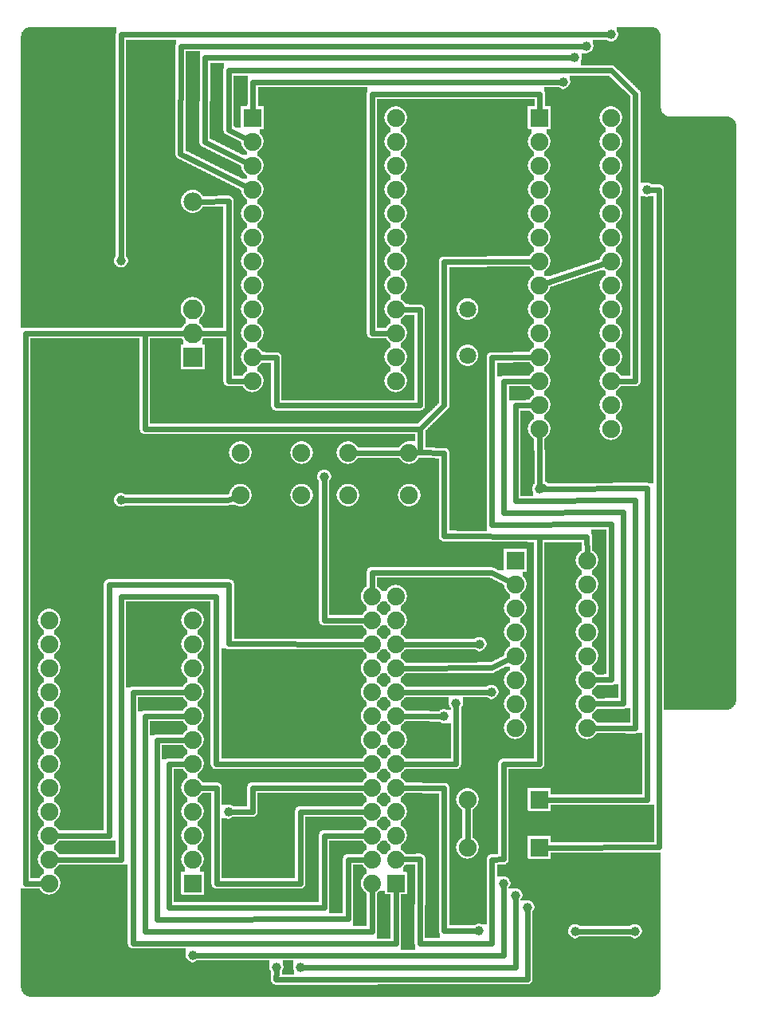
<source format=gbl>
G04 MADE WITH FRITZING*
G04 WWW.FRITZING.ORG*
G04 DOUBLE SIDED*
G04 HOLES PLATED*
G04 CONTOUR ON CENTER OF CONTOUR VECTOR*
%ASAXBY*%
%FSLAX23Y23*%
%MOIN*%
%OFA0B0*%
%SFA1.0B1.0*%
%ADD10C,0.075000*%
%ADD11C,0.074000*%
%ADD12C,0.082000*%
%ADD13C,0.078000*%
%ADD14C,0.070925*%
%ADD15C,0.070866*%
%ADD16C,0.039370*%
%ADD17R,0.074000X0.074000*%
%ADD18R,0.075000X0.075000*%
%ADD19R,0.082000X0.082000*%
%ADD20C,0.024000*%
%LNCOPPER0*%
G90*
G70*
G54D10*
X122Y4020D03*
X2600Y3954D03*
X1115Y3767D03*
X2334Y3690D03*
X1914Y3030D03*
X2614Y2521D03*
X1740Y3718D03*
X939Y922D03*
X963Y1426D03*
X1737Y1725D03*
X168Y2722D03*
X1721Y1127D03*
X1718Y820D03*
X1093Y847D03*
X2299Y1867D03*
G54D11*
X1514Y521D03*
X1514Y621D03*
X1514Y721D03*
X1514Y821D03*
X1514Y921D03*
X1514Y1021D03*
X1514Y1121D03*
X1514Y1221D03*
X1514Y1321D03*
X1514Y1421D03*
X1514Y1521D03*
X1514Y1621D03*
X1514Y1721D03*
X1614Y521D03*
X1614Y621D03*
X1614Y721D03*
X1614Y821D03*
X1614Y921D03*
X1614Y1021D03*
X1614Y1121D03*
X1614Y1221D03*
X1614Y1321D03*
X1614Y1421D03*
X1614Y1521D03*
X1614Y1621D03*
X1614Y1721D03*
G54D10*
X2214Y3721D03*
X2514Y3721D03*
X2214Y3621D03*
X2514Y3621D03*
X2214Y3521D03*
X2514Y3521D03*
X2214Y3421D03*
X2514Y3421D03*
X2214Y3321D03*
X2514Y3321D03*
X2214Y3221D03*
X2514Y3221D03*
X2214Y3121D03*
X2514Y3121D03*
X2214Y3021D03*
X2514Y3021D03*
X2214Y2921D03*
X2514Y2921D03*
X2214Y2821D03*
X2514Y2821D03*
X2214Y2721D03*
X2514Y2721D03*
X2214Y2621D03*
X2514Y2621D03*
X2214Y2521D03*
X2514Y2521D03*
X2214Y2421D03*
X2514Y2421D03*
X1014Y3721D03*
X1614Y3721D03*
X1014Y3621D03*
X1614Y3621D03*
X1014Y3521D03*
X1614Y3521D03*
X1014Y3421D03*
X1614Y3421D03*
X1014Y3321D03*
X1614Y3321D03*
X1014Y3221D03*
X1614Y3221D03*
X1014Y3121D03*
X1614Y3121D03*
X1014Y3021D03*
X1614Y3021D03*
X1014Y2921D03*
X1614Y2921D03*
X1014Y2821D03*
X1614Y2821D03*
X1014Y2721D03*
X1614Y2721D03*
X1014Y2621D03*
X1614Y2621D03*
X764Y521D03*
X164Y521D03*
X764Y621D03*
X164Y621D03*
X764Y721D03*
X164Y721D03*
X764Y821D03*
X164Y821D03*
X764Y921D03*
X164Y921D03*
X764Y1021D03*
X164Y1021D03*
X764Y1121D03*
X164Y1121D03*
X764Y1221D03*
X164Y1221D03*
X764Y1321D03*
X164Y1321D03*
X764Y1421D03*
X164Y1421D03*
X764Y1521D03*
X164Y1521D03*
X764Y1621D03*
X164Y1621D03*
G54D12*
X764Y2721D03*
X764Y2821D03*
X764Y2921D03*
G54D13*
X764Y3371D03*
G54D14*
X1914Y2728D03*
G54D15*
X1914Y2921D03*
G54D10*
X2114Y1871D03*
X2414Y1871D03*
X2114Y1771D03*
X2414Y1771D03*
X2114Y1671D03*
X2414Y1671D03*
X2114Y1571D03*
X2414Y1571D03*
X2114Y1471D03*
X2414Y1471D03*
X2114Y1371D03*
X2414Y1371D03*
X2114Y1271D03*
X2414Y1271D03*
X2114Y1171D03*
X2414Y1171D03*
G54D16*
X914Y821D03*
X1964Y1521D03*
X2014Y1321D03*
X764Y221D03*
X2064Y521D03*
X2164Y421D03*
X1114Y171D03*
X1214Y171D03*
X2412Y4021D03*
X2314Y3871D03*
G54D10*
X1670Y2144D03*
X1414Y2144D03*
X1670Y2321D03*
X1414Y2321D03*
X1220Y2144D03*
X964Y2144D03*
X1220Y2321D03*
X964Y2321D03*
X2214Y671D03*
X1914Y671D03*
X2214Y871D03*
X1914Y871D03*
G54D16*
X2114Y471D03*
X2214Y2171D03*
X1816Y1219D03*
X1314Y2221D03*
X1865Y1273D03*
X2363Y3972D03*
X1963Y323D03*
X2364Y321D03*
X2614Y321D03*
X2664Y3421D03*
X2514Y4069D03*
X464Y2124D03*
X464Y3124D03*
G54D17*
X1614Y521D03*
G54D18*
X2214Y3721D03*
X1014Y3721D03*
X764Y521D03*
G54D19*
X764Y2721D03*
G54D18*
X2114Y1871D03*
X2214Y671D03*
X2214Y871D03*
G54D20*
X1816Y1972D02*
X2214Y1970D01*
D02*
X1816Y2319D02*
X1816Y1972D01*
D02*
X2064Y1020D02*
X2064Y622D01*
D02*
X2214Y1020D02*
X2064Y1020D01*
D02*
X2214Y1970D02*
X2214Y1020D01*
D02*
X1716Y2322D02*
X1816Y2319D01*
D02*
X1716Y2421D02*
X1716Y2322D01*
D02*
X1714Y270D02*
X1716Y622D01*
D02*
X1716Y622D02*
X1645Y622D01*
D02*
X2016Y270D02*
X1714Y270D01*
D02*
X2016Y621D02*
X2016Y270D01*
D02*
X2064Y622D02*
X2016Y621D01*
D02*
X1816Y2519D02*
X1816Y3119D01*
D02*
X1716Y2421D02*
X1816Y2519D01*
D02*
X1816Y3119D02*
X2186Y3121D01*
D02*
X564Y2421D02*
X1716Y2421D01*
D02*
X564Y2821D02*
X564Y2421D01*
D02*
X732Y2821D02*
X564Y2821D01*
D02*
X914Y3372D02*
X794Y3371D01*
D02*
X914Y2821D02*
X914Y3372D01*
D02*
X796Y2821D02*
X914Y2821D01*
D02*
X816Y3972D02*
X814Y3621D01*
D02*
X814Y3621D02*
X989Y3534D01*
D02*
X2344Y3972D02*
X816Y3972D01*
D02*
X2514Y3919D02*
X914Y3919D01*
D02*
X2616Y3821D02*
X2514Y3919D01*
D02*
X914Y3919D02*
X914Y3671D01*
D02*
X2616Y2621D02*
X2616Y3821D01*
D02*
X2543Y2621D02*
X2616Y2621D01*
D02*
X914Y3671D02*
X989Y3634D01*
D02*
X64Y521D02*
X136Y521D01*
D02*
X64Y2821D02*
X64Y521D01*
D02*
X732Y2821D02*
X64Y2821D01*
D02*
X863Y1020D02*
X863Y1721D01*
D02*
X863Y1721D02*
X464Y1721D01*
D02*
X1483Y1021D02*
X863Y1020D01*
D02*
X464Y1721D02*
X464Y621D01*
D02*
X464Y621D02*
X193Y621D01*
D02*
X2487Y3112D02*
X2241Y3030D01*
D02*
X415Y1771D02*
X414Y721D01*
D02*
X414Y721D02*
X193Y721D01*
D02*
X916Y1771D02*
X415Y1771D01*
D02*
X916Y1522D02*
X916Y1771D01*
D02*
X1483Y1521D02*
X916Y1522D01*
D02*
X1614Y490D02*
X1614Y269D01*
D02*
X514Y271D02*
X514Y1321D01*
D02*
X514Y1321D02*
X736Y1321D01*
D02*
X1614Y269D02*
X514Y271D01*
D02*
X564Y1221D02*
X736Y1221D01*
D02*
X564Y321D02*
X564Y1221D01*
D02*
X1514Y321D02*
X564Y321D01*
D02*
X1514Y490D02*
X1514Y321D01*
D02*
X614Y371D02*
X614Y1121D01*
D02*
X614Y1121D02*
X736Y1121D01*
D02*
X1414Y373D02*
X614Y371D01*
D02*
X1414Y621D02*
X1414Y373D01*
D02*
X1483Y621D02*
X1414Y621D01*
D02*
X664Y421D02*
X664Y1021D01*
D02*
X664Y1021D02*
X736Y1021D01*
D02*
X1314Y421D02*
X664Y421D01*
D02*
X1314Y721D02*
X1314Y421D01*
D02*
X1483Y721D02*
X1314Y721D01*
D02*
X864Y921D02*
X793Y921D01*
D02*
X864Y521D02*
X864Y921D01*
D02*
X1214Y521D02*
X864Y521D01*
D02*
X1214Y821D02*
X1214Y521D01*
D02*
X1483Y821D02*
X1214Y821D01*
D02*
X1014Y921D02*
X1014Y821D01*
D02*
X1014Y821D02*
X933Y821D01*
D02*
X1483Y921D02*
X1014Y921D01*
D02*
X1814Y1821D02*
X2015Y1820D01*
D02*
X2015Y1820D02*
X2089Y1784D01*
D02*
X1514Y1821D02*
X1814Y1821D01*
D02*
X1514Y1752D02*
X1514Y1821D01*
D02*
X2413Y1970D02*
X2414Y1900D01*
D02*
X2214Y1970D02*
X2413Y1970D01*
D02*
X1645Y1521D02*
X1945Y1521D01*
D02*
X1645Y1321D02*
X1995Y1321D01*
D02*
X2015Y1422D02*
X2089Y1459D01*
D02*
X1645Y1421D02*
X2015Y1422D01*
D02*
X2114Y171D02*
X2114Y452D01*
D02*
X2064Y220D02*
X783Y221D01*
D02*
X2064Y502D02*
X2064Y220D01*
D02*
X1113Y119D02*
X2164Y121D01*
D02*
X2164Y121D02*
X2164Y402D01*
D02*
X1114Y152D02*
X1113Y119D01*
D02*
X1233Y171D02*
X2114Y171D01*
D02*
X2516Y2023D02*
X2516Y1372D01*
D02*
X2016Y2021D02*
X2516Y2023D01*
D02*
X2016Y2719D02*
X2016Y2021D01*
D02*
X2516Y1372D02*
X2443Y1372D01*
D02*
X2186Y2721D02*
X2016Y2719D01*
D02*
X2566Y2073D02*
X2566Y1273D01*
D02*
X2065Y2070D02*
X2566Y2073D01*
D02*
X2065Y2621D02*
X2065Y2070D01*
D02*
X2566Y1273D02*
X2443Y1272D01*
D02*
X2186Y2621D02*
X2065Y2621D01*
D02*
X2616Y2123D02*
X2616Y1170D01*
D02*
X2114Y2119D02*
X2616Y2123D01*
D02*
X2114Y2519D02*
X2114Y2119D01*
D02*
X2616Y1170D02*
X2443Y1171D01*
D02*
X2186Y2521D02*
X2114Y2519D01*
D02*
X814Y3520D02*
X989Y3434D01*
D02*
X713Y3571D02*
X814Y3520D01*
D02*
X714Y4021D02*
X713Y3571D01*
D02*
X2393Y4021D02*
X714Y4021D01*
D02*
X1016Y3870D02*
X1015Y3750D01*
D02*
X2295Y3871D02*
X1016Y3870D01*
D02*
X2665Y2172D02*
X2665Y870D01*
D02*
X2665Y870D02*
X2243Y871D01*
D02*
X2233Y2171D02*
X2665Y2172D01*
D02*
X2216Y2172D02*
X2231Y2180D01*
D02*
X2214Y2393D02*
X2216Y2172D01*
D02*
X2714Y3421D02*
X2715Y672D01*
D02*
X2683Y3421D02*
X2714Y3421D01*
D02*
X2715Y672D02*
X2243Y671D01*
D02*
X1914Y843D02*
X1914Y700D01*
D02*
X1797Y1220D02*
X1645Y1221D01*
D02*
X1716Y2322D02*
X1699Y2322D01*
D02*
X1642Y2321D02*
X1443Y2321D01*
D02*
X1365Y1621D02*
X1483Y1621D01*
D02*
X1314Y1621D02*
X1365Y1621D01*
D02*
X1314Y2021D02*
X1314Y1621D01*
D02*
X1314Y2202D02*
X1314Y2021D01*
D02*
X1865Y1020D02*
X1645Y1021D01*
D02*
X1865Y1254D02*
X1865Y1020D01*
D02*
X914Y2621D02*
X986Y2621D01*
D02*
X914Y2821D02*
X914Y2621D01*
D02*
X796Y2821D02*
X914Y2821D01*
D02*
X2215Y3750D02*
X2216Y3821D01*
D02*
X1114Y2719D02*
X1114Y2519D01*
D02*
X1114Y2519D02*
X1714Y2519D01*
D02*
X1714Y2519D02*
X1714Y2919D01*
D02*
X1714Y2919D02*
X1643Y2921D01*
D02*
X1043Y2721D02*
X1114Y2719D01*
D02*
X2114Y3821D02*
X1514Y3821D01*
D02*
X1514Y3821D02*
X1514Y2821D01*
D02*
X2216Y3821D02*
X2114Y3821D01*
D02*
X1514Y2821D02*
X1586Y2821D01*
D02*
X1944Y323D02*
X1816Y323D01*
D02*
X1816Y323D02*
X1816Y919D01*
D02*
X1816Y919D02*
X1645Y921D01*
D02*
X2595Y321D02*
X2383Y321D01*
D02*
X464Y3143D02*
X464Y4069D01*
D02*
X912Y2124D02*
X483Y2124D01*
D02*
X938Y2134D02*
X912Y2124D01*
D02*
X464Y4069D02*
X2495Y4069D01*
G36*
X84Y4101D02*
X84Y4099D01*
X74Y4099D01*
X74Y4097D01*
X68Y4097D01*
X68Y4095D01*
X66Y4095D01*
X66Y4093D01*
X62Y4093D01*
X62Y4091D01*
X60Y4091D01*
X60Y4089D01*
X58Y4089D01*
X58Y4087D01*
X56Y4087D01*
X56Y4085D01*
X54Y4085D01*
X54Y4081D01*
X52Y4081D01*
X52Y4079D01*
X50Y4079D01*
X50Y4073D01*
X48Y4073D01*
X48Y4063D01*
X46Y4063D01*
X46Y3095D01*
X456Y3095D01*
X456Y3097D01*
X452Y3097D01*
X452Y3099D01*
X448Y3099D01*
X448Y3101D01*
X446Y3101D01*
X446Y3103D01*
X444Y3103D01*
X444Y3105D01*
X442Y3105D01*
X442Y3107D01*
X440Y3107D01*
X440Y3111D01*
X438Y3111D01*
X438Y3113D01*
X436Y3113D01*
X436Y3121D01*
X434Y3121D01*
X434Y3127D01*
X436Y3127D01*
X436Y3133D01*
X438Y3133D01*
X438Y3137D01*
X440Y3137D01*
X440Y3141D01*
X442Y3141D01*
X442Y4073D01*
X444Y4073D01*
X444Y4079D01*
X446Y4079D01*
X446Y4101D01*
X84Y4101D01*
G37*
D02*
G36*
X486Y4047D02*
X486Y3421D01*
X768Y3421D01*
X768Y3419D01*
X778Y3419D01*
X778Y3417D01*
X782Y3417D01*
X782Y3415D01*
X786Y3415D01*
X786Y3413D01*
X790Y3413D01*
X790Y3411D01*
X792Y3411D01*
X792Y3409D01*
X794Y3409D01*
X794Y3407D01*
X796Y3407D01*
X796Y3405D01*
X798Y3405D01*
X798Y3403D01*
X800Y3403D01*
X800Y3401D01*
X802Y3401D01*
X802Y3399D01*
X804Y3399D01*
X804Y3397D01*
X806Y3397D01*
X806Y3395D01*
X918Y3395D01*
X918Y3393D01*
X924Y3393D01*
X924Y3391D01*
X928Y3391D01*
X928Y3389D01*
X930Y3389D01*
X930Y3387D01*
X932Y3387D01*
X932Y3383D01*
X934Y3383D01*
X934Y3379D01*
X936Y3379D01*
X936Y2643D01*
X974Y2643D01*
X974Y2645D01*
X976Y2645D01*
X976Y2649D01*
X978Y2649D01*
X978Y2651D01*
X980Y2651D01*
X980Y2653D01*
X982Y2653D01*
X982Y2655D01*
X984Y2655D01*
X984Y2657D01*
X986Y2657D01*
X986Y2659D01*
X988Y2659D01*
X988Y2661D01*
X992Y2661D01*
X992Y2681D01*
X990Y2681D01*
X990Y2683D01*
X986Y2683D01*
X986Y2685D01*
X984Y2685D01*
X984Y2687D01*
X982Y2687D01*
X982Y2689D01*
X980Y2689D01*
X980Y2691D01*
X978Y2691D01*
X978Y2693D01*
X976Y2693D01*
X976Y2697D01*
X974Y2697D01*
X974Y2699D01*
X972Y2699D01*
X972Y2703D01*
X970Y2703D01*
X970Y2709D01*
X968Y2709D01*
X968Y2717D01*
X966Y2717D01*
X966Y2725D01*
X968Y2725D01*
X968Y2735D01*
X970Y2735D01*
X970Y2739D01*
X972Y2739D01*
X972Y2743D01*
X974Y2743D01*
X974Y2745D01*
X976Y2745D01*
X976Y2749D01*
X978Y2749D01*
X978Y2751D01*
X980Y2751D01*
X980Y2753D01*
X982Y2753D01*
X982Y2755D01*
X984Y2755D01*
X984Y2757D01*
X986Y2757D01*
X986Y2759D01*
X988Y2759D01*
X988Y2761D01*
X992Y2761D01*
X992Y2781D01*
X990Y2781D01*
X990Y2783D01*
X986Y2783D01*
X986Y2785D01*
X984Y2785D01*
X984Y2787D01*
X982Y2787D01*
X982Y2789D01*
X980Y2789D01*
X980Y2791D01*
X978Y2791D01*
X978Y2793D01*
X976Y2793D01*
X976Y2797D01*
X974Y2797D01*
X974Y2799D01*
X972Y2799D01*
X972Y2803D01*
X970Y2803D01*
X970Y2809D01*
X968Y2809D01*
X968Y2817D01*
X966Y2817D01*
X966Y2825D01*
X968Y2825D01*
X968Y2835D01*
X970Y2835D01*
X970Y2839D01*
X972Y2839D01*
X972Y2843D01*
X974Y2843D01*
X974Y2845D01*
X976Y2845D01*
X976Y2849D01*
X978Y2849D01*
X978Y2851D01*
X980Y2851D01*
X980Y2853D01*
X982Y2853D01*
X982Y2855D01*
X984Y2855D01*
X984Y2857D01*
X986Y2857D01*
X986Y2859D01*
X988Y2859D01*
X988Y2861D01*
X992Y2861D01*
X992Y2881D01*
X990Y2881D01*
X990Y2883D01*
X986Y2883D01*
X986Y2885D01*
X984Y2885D01*
X984Y2887D01*
X982Y2887D01*
X982Y2889D01*
X980Y2889D01*
X980Y2891D01*
X978Y2891D01*
X978Y2893D01*
X976Y2893D01*
X976Y2897D01*
X974Y2897D01*
X974Y2899D01*
X972Y2899D01*
X972Y2903D01*
X970Y2903D01*
X970Y2909D01*
X968Y2909D01*
X968Y2917D01*
X966Y2917D01*
X966Y2925D01*
X968Y2925D01*
X968Y2935D01*
X970Y2935D01*
X970Y2939D01*
X972Y2939D01*
X972Y2943D01*
X974Y2943D01*
X974Y2945D01*
X976Y2945D01*
X976Y2949D01*
X978Y2949D01*
X978Y2951D01*
X980Y2951D01*
X980Y2953D01*
X982Y2953D01*
X982Y2955D01*
X984Y2955D01*
X984Y2957D01*
X986Y2957D01*
X986Y2959D01*
X988Y2959D01*
X988Y2961D01*
X992Y2961D01*
X992Y2981D01*
X990Y2981D01*
X990Y2983D01*
X986Y2983D01*
X986Y2985D01*
X984Y2985D01*
X984Y2987D01*
X982Y2987D01*
X982Y2989D01*
X980Y2989D01*
X980Y2991D01*
X978Y2991D01*
X978Y2993D01*
X976Y2993D01*
X976Y2997D01*
X974Y2997D01*
X974Y2999D01*
X972Y2999D01*
X972Y3003D01*
X970Y3003D01*
X970Y3009D01*
X968Y3009D01*
X968Y3017D01*
X966Y3017D01*
X966Y3025D01*
X968Y3025D01*
X968Y3035D01*
X970Y3035D01*
X970Y3039D01*
X972Y3039D01*
X972Y3043D01*
X974Y3043D01*
X974Y3045D01*
X976Y3045D01*
X976Y3049D01*
X978Y3049D01*
X978Y3051D01*
X980Y3051D01*
X980Y3053D01*
X982Y3053D01*
X982Y3055D01*
X984Y3055D01*
X984Y3057D01*
X986Y3057D01*
X986Y3059D01*
X988Y3059D01*
X988Y3061D01*
X992Y3061D01*
X992Y3081D01*
X990Y3081D01*
X990Y3083D01*
X986Y3083D01*
X986Y3085D01*
X984Y3085D01*
X984Y3087D01*
X982Y3087D01*
X982Y3089D01*
X980Y3089D01*
X980Y3091D01*
X978Y3091D01*
X978Y3093D01*
X976Y3093D01*
X976Y3097D01*
X974Y3097D01*
X974Y3099D01*
X972Y3099D01*
X972Y3103D01*
X970Y3103D01*
X970Y3109D01*
X968Y3109D01*
X968Y3117D01*
X966Y3117D01*
X966Y3125D01*
X968Y3125D01*
X968Y3135D01*
X970Y3135D01*
X970Y3139D01*
X972Y3139D01*
X972Y3143D01*
X974Y3143D01*
X974Y3145D01*
X976Y3145D01*
X976Y3149D01*
X978Y3149D01*
X978Y3151D01*
X980Y3151D01*
X980Y3153D01*
X982Y3153D01*
X982Y3155D01*
X984Y3155D01*
X984Y3157D01*
X986Y3157D01*
X986Y3159D01*
X988Y3159D01*
X988Y3161D01*
X992Y3161D01*
X992Y3181D01*
X990Y3181D01*
X990Y3183D01*
X986Y3183D01*
X986Y3185D01*
X984Y3185D01*
X984Y3187D01*
X982Y3187D01*
X982Y3189D01*
X980Y3189D01*
X980Y3191D01*
X978Y3191D01*
X978Y3193D01*
X976Y3193D01*
X976Y3197D01*
X974Y3197D01*
X974Y3199D01*
X972Y3199D01*
X972Y3203D01*
X970Y3203D01*
X970Y3209D01*
X968Y3209D01*
X968Y3217D01*
X966Y3217D01*
X966Y3225D01*
X968Y3225D01*
X968Y3235D01*
X970Y3235D01*
X970Y3239D01*
X972Y3239D01*
X972Y3243D01*
X974Y3243D01*
X974Y3245D01*
X976Y3245D01*
X976Y3249D01*
X978Y3249D01*
X978Y3251D01*
X980Y3251D01*
X980Y3253D01*
X982Y3253D01*
X982Y3255D01*
X984Y3255D01*
X984Y3257D01*
X986Y3257D01*
X986Y3259D01*
X988Y3259D01*
X988Y3261D01*
X992Y3261D01*
X992Y3281D01*
X990Y3281D01*
X990Y3283D01*
X986Y3283D01*
X986Y3285D01*
X984Y3285D01*
X984Y3287D01*
X982Y3287D01*
X982Y3289D01*
X980Y3289D01*
X980Y3291D01*
X978Y3291D01*
X978Y3293D01*
X976Y3293D01*
X976Y3297D01*
X974Y3297D01*
X974Y3299D01*
X972Y3299D01*
X972Y3303D01*
X970Y3303D01*
X970Y3309D01*
X968Y3309D01*
X968Y3317D01*
X966Y3317D01*
X966Y3325D01*
X968Y3325D01*
X968Y3335D01*
X970Y3335D01*
X970Y3339D01*
X972Y3339D01*
X972Y3343D01*
X974Y3343D01*
X974Y3345D01*
X976Y3345D01*
X976Y3349D01*
X978Y3349D01*
X978Y3351D01*
X980Y3351D01*
X980Y3353D01*
X982Y3353D01*
X982Y3355D01*
X984Y3355D01*
X984Y3357D01*
X986Y3357D01*
X986Y3359D01*
X988Y3359D01*
X988Y3361D01*
X992Y3361D01*
X992Y3381D01*
X990Y3381D01*
X990Y3383D01*
X986Y3383D01*
X986Y3385D01*
X984Y3385D01*
X984Y3387D01*
X982Y3387D01*
X982Y3389D01*
X980Y3389D01*
X980Y3391D01*
X978Y3391D01*
X978Y3393D01*
X976Y3393D01*
X976Y3397D01*
X974Y3397D01*
X974Y3399D01*
X972Y3399D01*
X972Y3403D01*
X970Y3403D01*
X970Y3409D01*
X968Y3409D01*
X968Y3417D01*
X966Y3417D01*
X966Y3421D01*
X962Y3421D01*
X962Y3423D01*
X958Y3423D01*
X958Y3425D01*
X954Y3425D01*
X954Y3427D01*
X950Y3427D01*
X950Y3429D01*
X946Y3429D01*
X946Y3431D01*
X942Y3431D01*
X942Y3433D01*
X938Y3433D01*
X938Y3435D01*
X934Y3435D01*
X934Y3437D01*
X930Y3437D01*
X930Y3439D01*
X926Y3439D01*
X926Y3441D01*
X922Y3441D01*
X922Y3443D01*
X918Y3443D01*
X918Y3445D01*
X914Y3445D01*
X914Y3447D01*
X910Y3447D01*
X910Y3449D01*
X906Y3449D01*
X906Y3451D01*
X902Y3451D01*
X902Y3453D01*
X898Y3453D01*
X898Y3455D01*
X894Y3455D01*
X894Y3457D01*
X890Y3457D01*
X890Y3459D01*
X886Y3459D01*
X886Y3461D01*
X882Y3461D01*
X882Y3463D01*
X878Y3463D01*
X878Y3465D01*
X874Y3465D01*
X874Y3467D01*
X870Y3467D01*
X870Y3469D01*
X866Y3469D01*
X866Y3471D01*
X862Y3471D01*
X862Y3473D01*
X858Y3473D01*
X858Y3475D01*
X854Y3475D01*
X854Y3477D01*
X850Y3477D01*
X850Y3479D01*
X846Y3479D01*
X846Y3481D01*
X842Y3481D01*
X842Y3483D01*
X838Y3483D01*
X838Y3485D01*
X834Y3485D01*
X834Y3487D01*
X830Y3487D01*
X830Y3489D01*
X826Y3489D01*
X826Y3491D01*
X822Y3491D01*
X822Y3493D01*
X818Y3493D01*
X818Y3495D01*
X814Y3495D01*
X814Y3497D01*
X810Y3497D01*
X810Y3499D01*
X806Y3499D01*
X806Y3501D01*
X802Y3501D01*
X802Y3503D01*
X798Y3503D01*
X798Y3505D01*
X794Y3505D01*
X794Y3507D01*
X790Y3507D01*
X790Y3509D01*
X786Y3509D01*
X786Y3511D01*
X782Y3511D01*
X782Y3513D01*
X778Y3513D01*
X778Y3515D01*
X774Y3515D01*
X774Y3517D01*
X770Y3517D01*
X770Y3519D01*
X766Y3519D01*
X766Y3521D01*
X762Y3521D01*
X762Y3523D01*
X758Y3523D01*
X758Y3525D01*
X754Y3525D01*
X754Y3527D01*
X750Y3527D01*
X750Y3529D01*
X746Y3529D01*
X746Y3531D01*
X742Y3531D01*
X742Y3533D01*
X738Y3533D01*
X738Y3535D01*
X734Y3535D01*
X734Y3537D01*
X730Y3537D01*
X730Y3539D01*
X726Y3539D01*
X726Y3541D01*
X722Y3541D01*
X722Y3543D01*
X718Y3543D01*
X718Y3545D01*
X714Y3545D01*
X714Y3547D01*
X710Y3547D01*
X710Y3549D01*
X706Y3549D01*
X706Y3551D01*
X702Y3551D01*
X702Y3553D01*
X698Y3553D01*
X698Y3555D01*
X696Y3555D01*
X696Y3559D01*
X694Y3559D01*
X694Y3563D01*
X692Y3563D01*
X692Y4027D01*
X694Y4027D01*
X694Y4047D01*
X486Y4047D01*
G37*
D02*
G36*
X486Y3421D02*
X486Y3323D01*
X752Y3323D01*
X752Y3325D01*
X748Y3325D01*
X748Y3327D01*
X744Y3327D01*
X744Y3329D01*
X740Y3329D01*
X740Y3331D01*
X738Y3331D01*
X738Y3333D01*
X734Y3333D01*
X734Y3335D01*
X732Y3335D01*
X732Y3337D01*
X730Y3337D01*
X730Y3339D01*
X728Y3339D01*
X728Y3341D01*
X726Y3341D01*
X726Y3345D01*
X724Y3345D01*
X724Y3347D01*
X722Y3347D01*
X722Y3351D01*
X720Y3351D01*
X720Y3355D01*
X718Y3355D01*
X718Y3359D01*
X716Y3359D01*
X716Y3383D01*
X718Y3383D01*
X718Y3389D01*
X720Y3389D01*
X720Y3393D01*
X722Y3393D01*
X722Y3395D01*
X724Y3395D01*
X724Y3399D01*
X726Y3399D01*
X726Y3401D01*
X728Y3401D01*
X728Y3403D01*
X730Y3403D01*
X730Y3405D01*
X732Y3405D01*
X732Y3407D01*
X734Y3407D01*
X734Y3409D01*
X736Y3409D01*
X736Y3411D01*
X740Y3411D01*
X740Y3413D01*
X742Y3413D01*
X742Y3415D01*
X746Y3415D01*
X746Y3417D01*
X752Y3417D01*
X752Y3419D01*
X760Y3419D01*
X760Y3421D01*
X486Y3421D01*
G37*
D02*
G36*
X806Y3395D02*
X806Y3393D01*
X868Y3393D01*
X868Y3395D01*
X806Y3395D01*
G37*
D02*
G36*
X868Y3351D02*
X868Y3349D01*
X806Y3349D01*
X806Y3347D01*
X804Y3347D01*
X804Y3343D01*
X802Y3343D01*
X802Y3341D01*
X800Y3341D01*
X800Y3339D01*
X798Y3339D01*
X798Y3337D01*
X796Y3337D01*
X796Y3335D01*
X794Y3335D01*
X794Y3333D01*
X792Y3333D01*
X792Y3331D01*
X788Y3331D01*
X788Y3329D01*
X786Y3329D01*
X786Y3327D01*
X782Y3327D01*
X782Y3325D01*
X776Y3325D01*
X776Y3323D01*
X892Y3323D01*
X892Y3351D01*
X868Y3351D01*
G37*
D02*
G36*
X486Y3323D02*
X486Y3321D01*
X892Y3321D01*
X892Y3323D01*
X486Y3323D01*
G37*
D02*
G36*
X486Y3323D02*
X486Y3321D01*
X892Y3321D01*
X892Y3323D01*
X486Y3323D01*
G37*
D02*
G36*
X486Y3321D02*
X486Y3141D01*
X488Y3141D01*
X488Y3139D01*
X490Y3139D01*
X490Y3135D01*
X492Y3135D01*
X492Y3131D01*
X494Y3131D01*
X494Y3117D01*
X492Y3117D01*
X492Y3113D01*
X490Y3113D01*
X490Y3109D01*
X488Y3109D01*
X488Y3107D01*
X486Y3107D01*
X486Y3103D01*
X482Y3103D01*
X482Y3101D01*
X480Y3101D01*
X480Y3099D01*
X478Y3099D01*
X478Y3097D01*
X474Y3097D01*
X474Y3095D01*
X892Y3095D01*
X892Y3321D01*
X486Y3321D01*
G37*
D02*
G36*
X46Y3095D02*
X46Y3093D01*
X892Y3093D01*
X892Y3095D01*
X46Y3095D01*
G37*
D02*
G36*
X46Y3095D02*
X46Y3093D01*
X892Y3093D01*
X892Y3095D01*
X46Y3095D01*
G37*
D02*
G36*
X46Y3093D02*
X46Y2973D01*
X768Y2973D01*
X768Y2971D01*
X778Y2971D01*
X778Y2969D01*
X782Y2969D01*
X782Y2967D01*
X786Y2967D01*
X786Y2965D01*
X790Y2965D01*
X790Y2963D01*
X792Y2963D01*
X792Y2961D01*
X796Y2961D01*
X796Y2959D01*
X798Y2959D01*
X798Y2957D01*
X800Y2957D01*
X800Y2955D01*
X802Y2955D01*
X802Y2953D01*
X804Y2953D01*
X804Y2949D01*
X806Y2949D01*
X806Y2947D01*
X808Y2947D01*
X808Y2943D01*
X810Y2943D01*
X810Y2939D01*
X812Y2939D01*
X812Y2935D01*
X814Y2935D01*
X814Y2925D01*
X816Y2925D01*
X816Y2917D01*
X814Y2917D01*
X814Y2909D01*
X812Y2909D01*
X812Y2903D01*
X810Y2903D01*
X810Y2899D01*
X808Y2899D01*
X808Y2895D01*
X806Y2895D01*
X806Y2893D01*
X804Y2893D01*
X804Y2891D01*
X802Y2891D01*
X802Y2889D01*
X800Y2889D01*
X800Y2887D01*
X798Y2887D01*
X798Y2885D01*
X796Y2885D01*
X796Y2883D01*
X794Y2883D01*
X794Y2881D01*
X792Y2881D01*
X792Y2861D01*
X796Y2861D01*
X796Y2859D01*
X798Y2859D01*
X798Y2857D01*
X800Y2857D01*
X800Y2855D01*
X802Y2855D01*
X802Y2853D01*
X804Y2853D01*
X804Y2849D01*
X806Y2849D01*
X806Y2847D01*
X808Y2847D01*
X808Y2843D01*
X892Y2843D01*
X892Y3093D01*
X46Y3093D01*
G37*
D02*
G36*
X46Y2973D02*
X46Y2843D01*
X720Y2843D01*
X720Y2847D01*
X722Y2847D01*
X722Y2849D01*
X724Y2849D01*
X724Y2851D01*
X726Y2851D01*
X726Y2853D01*
X728Y2853D01*
X728Y2857D01*
X730Y2857D01*
X730Y2859D01*
X734Y2859D01*
X734Y2861D01*
X736Y2861D01*
X736Y2881D01*
X734Y2881D01*
X734Y2883D01*
X732Y2883D01*
X732Y2885D01*
X730Y2885D01*
X730Y2887D01*
X728Y2887D01*
X728Y2889D01*
X726Y2889D01*
X726Y2891D01*
X724Y2891D01*
X724Y2893D01*
X722Y2893D01*
X722Y2897D01*
X720Y2897D01*
X720Y2899D01*
X718Y2899D01*
X718Y2903D01*
X716Y2903D01*
X716Y2909D01*
X714Y2909D01*
X714Y2933D01*
X716Y2933D01*
X716Y2939D01*
X718Y2939D01*
X718Y2943D01*
X720Y2943D01*
X720Y2947D01*
X722Y2947D01*
X722Y2949D01*
X724Y2949D01*
X724Y2951D01*
X726Y2951D01*
X726Y2953D01*
X728Y2953D01*
X728Y2957D01*
X730Y2957D01*
X730Y2959D01*
X734Y2959D01*
X734Y2961D01*
X736Y2961D01*
X736Y2963D01*
X738Y2963D01*
X738Y2965D01*
X742Y2965D01*
X742Y2967D01*
X746Y2967D01*
X746Y2969D01*
X750Y2969D01*
X750Y2971D01*
X760Y2971D01*
X760Y2973D01*
X46Y2973D01*
G37*
D02*
G36*
X2540Y4101D02*
X2540Y4081D01*
X2542Y4081D01*
X2542Y4075D01*
X2544Y4075D01*
X2544Y4063D01*
X2542Y4063D01*
X2542Y4057D01*
X2540Y4057D01*
X2540Y4055D01*
X2538Y4055D01*
X2538Y4051D01*
X2536Y4051D01*
X2536Y4049D01*
X2534Y4049D01*
X2534Y4047D01*
X2532Y4047D01*
X2532Y4045D01*
X2528Y4045D01*
X2528Y4043D01*
X2524Y4043D01*
X2524Y4041D01*
X2520Y4041D01*
X2520Y4039D01*
X2722Y4039D01*
X2722Y4073D01*
X2720Y4073D01*
X2720Y4077D01*
X2718Y4077D01*
X2718Y4081D01*
X2716Y4081D01*
X2716Y4085D01*
X2714Y4085D01*
X2714Y4087D01*
X2712Y4087D01*
X2712Y4089D01*
X2710Y4089D01*
X2710Y4091D01*
X2708Y4091D01*
X2708Y4093D01*
X2704Y4093D01*
X2704Y4095D01*
X2700Y4095D01*
X2700Y4097D01*
X2696Y4097D01*
X2696Y4099D01*
X2686Y4099D01*
X2686Y4101D01*
X2540Y4101D01*
G37*
D02*
G36*
X2440Y4047D02*
X2440Y4039D01*
X2508Y4039D01*
X2508Y4041D01*
X2504Y4041D01*
X2504Y4043D01*
X2500Y4043D01*
X2500Y4045D01*
X2498Y4045D01*
X2498Y4047D01*
X2440Y4047D01*
G37*
D02*
G36*
X2440Y4039D02*
X2440Y4037D01*
X2722Y4037D01*
X2722Y4039D01*
X2440Y4039D01*
G37*
D02*
G36*
X2440Y4039D02*
X2440Y4037D01*
X2722Y4037D01*
X2722Y4039D01*
X2440Y4039D01*
G37*
D02*
G36*
X2440Y4037D02*
X2440Y4027D01*
X2442Y4027D01*
X2442Y4017D01*
X2440Y4017D01*
X2440Y4011D01*
X2438Y4011D01*
X2438Y4007D01*
X2436Y4007D01*
X2436Y4005D01*
X2434Y4005D01*
X2434Y4001D01*
X2432Y4001D01*
X2432Y3999D01*
X2428Y3999D01*
X2428Y3997D01*
X2426Y3997D01*
X2426Y3995D01*
X2422Y3995D01*
X2422Y3993D01*
X2416Y3993D01*
X2416Y3991D01*
X2392Y3991D01*
X2392Y3963D01*
X2390Y3963D01*
X2390Y3941D01*
X2520Y3941D01*
X2520Y3939D01*
X2526Y3939D01*
X2526Y3937D01*
X2528Y3937D01*
X2528Y3935D01*
X2530Y3935D01*
X2530Y3933D01*
X2532Y3933D01*
X2532Y3931D01*
X2534Y3931D01*
X2534Y3929D01*
X2536Y3929D01*
X2536Y3927D01*
X2538Y3927D01*
X2538Y3925D01*
X2540Y3925D01*
X2540Y3923D01*
X2542Y3923D01*
X2542Y3921D01*
X2544Y3921D01*
X2544Y3919D01*
X2548Y3919D01*
X2548Y3917D01*
X2550Y3917D01*
X2550Y3915D01*
X2552Y3915D01*
X2552Y3913D01*
X2554Y3913D01*
X2554Y3911D01*
X2556Y3911D01*
X2556Y3909D01*
X2558Y3909D01*
X2558Y3907D01*
X2560Y3907D01*
X2560Y3905D01*
X2562Y3905D01*
X2562Y3903D01*
X2564Y3903D01*
X2564Y3901D01*
X2566Y3901D01*
X2566Y3899D01*
X2568Y3899D01*
X2568Y3897D01*
X2570Y3897D01*
X2570Y3895D01*
X2572Y3895D01*
X2572Y3893D01*
X2574Y3893D01*
X2574Y3891D01*
X2576Y3891D01*
X2576Y3889D01*
X2578Y3889D01*
X2578Y3887D01*
X2580Y3887D01*
X2580Y3885D01*
X2582Y3885D01*
X2582Y3883D01*
X2584Y3883D01*
X2584Y3881D01*
X2586Y3881D01*
X2586Y3879D01*
X2588Y3879D01*
X2588Y3877D01*
X2590Y3877D01*
X2590Y3875D01*
X2594Y3875D01*
X2594Y3873D01*
X2596Y3873D01*
X2596Y3871D01*
X2598Y3871D01*
X2598Y3869D01*
X2600Y3869D01*
X2600Y3867D01*
X2602Y3867D01*
X2602Y3865D01*
X2604Y3865D01*
X2604Y3863D01*
X2606Y3863D01*
X2606Y3861D01*
X2608Y3861D01*
X2608Y3859D01*
X2610Y3859D01*
X2610Y3857D01*
X2612Y3857D01*
X2612Y3855D01*
X2614Y3855D01*
X2614Y3853D01*
X2616Y3853D01*
X2616Y3851D01*
X2618Y3851D01*
X2618Y3849D01*
X2620Y3849D01*
X2620Y3847D01*
X2622Y3847D01*
X2622Y3845D01*
X2624Y3845D01*
X2624Y3843D01*
X2626Y3843D01*
X2626Y3841D01*
X2628Y3841D01*
X2628Y3839D01*
X2630Y3839D01*
X2630Y3837D01*
X2632Y3837D01*
X2632Y3835D01*
X2634Y3835D01*
X2634Y3833D01*
X2636Y3833D01*
X2636Y3829D01*
X2638Y3829D01*
X2638Y3451D01*
X2670Y3451D01*
X2670Y3449D01*
X2676Y3449D01*
X2676Y3447D01*
X2678Y3447D01*
X2678Y3445D01*
X2682Y3445D01*
X2682Y3443D01*
X2722Y3443D01*
X2722Y3441D01*
X2726Y3441D01*
X2726Y3439D01*
X2728Y3439D01*
X2728Y3437D01*
X2730Y3437D01*
X2730Y3435D01*
X2732Y3435D01*
X2732Y3433D01*
X2734Y3433D01*
X2734Y3429D01*
X2736Y3429D01*
X2736Y1247D01*
X3008Y1247D01*
X3008Y1249D01*
X3014Y1249D01*
X3014Y1251D01*
X3018Y1251D01*
X3018Y1253D01*
X3020Y1253D01*
X3020Y1255D01*
X3024Y1255D01*
X3024Y1257D01*
X3026Y1257D01*
X3026Y1259D01*
X3028Y1259D01*
X3028Y1261D01*
X3030Y1261D01*
X3030Y1265D01*
X3032Y1265D01*
X3032Y1267D01*
X3034Y1267D01*
X3034Y1271D01*
X3036Y1271D01*
X3036Y1279D01*
X3038Y1279D01*
X3038Y3695D01*
X3036Y3695D01*
X3036Y3701D01*
X3034Y3701D01*
X3034Y3705D01*
X3032Y3705D01*
X3032Y3709D01*
X3030Y3709D01*
X3030Y3711D01*
X3028Y3711D01*
X3028Y3713D01*
X3026Y3713D01*
X3026Y3715D01*
X3024Y3715D01*
X3024Y3717D01*
X3022Y3717D01*
X3022Y3719D01*
X3020Y3719D01*
X3020Y3721D01*
X3016Y3721D01*
X3016Y3723D01*
X3010Y3723D01*
X3010Y3725D01*
X3000Y3725D01*
X3000Y3727D01*
X2750Y3727D01*
X2750Y3729D01*
X2746Y3729D01*
X2746Y3731D01*
X2742Y3731D01*
X2742Y3733D01*
X2738Y3733D01*
X2738Y3735D01*
X2736Y3735D01*
X2736Y3737D01*
X2734Y3737D01*
X2734Y3739D01*
X2732Y3739D01*
X2732Y3741D01*
X2730Y3741D01*
X2730Y3745D01*
X2728Y3745D01*
X2728Y3747D01*
X2726Y3747D01*
X2726Y3753D01*
X2724Y3753D01*
X2724Y3761D01*
X2722Y3761D01*
X2722Y4037D01*
X2440Y4037D01*
G37*
D02*
G36*
X2638Y3451D02*
X2638Y3449D01*
X2658Y3449D01*
X2658Y3451D01*
X2638Y3451D01*
G37*
D02*
G36*
X736Y3999D02*
X736Y3583D01*
X740Y3583D01*
X740Y3581D01*
X744Y3581D01*
X744Y3579D01*
X748Y3579D01*
X748Y3577D01*
X752Y3577D01*
X752Y3575D01*
X756Y3575D01*
X756Y3573D01*
X760Y3573D01*
X760Y3571D01*
X764Y3571D01*
X764Y3569D01*
X768Y3569D01*
X768Y3567D01*
X772Y3567D01*
X772Y3565D01*
X776Y3565D01*
X776Y3563D01*
X780Y3563D01*
X780Y3561D01*
X784Y3561D01*
X784Y3559D01*
X788Y3559D01*
X788Y3557D01*
X792Y3557D01*
X792Y3555D01*
X796Y3555D01*
X796Y3553D01*
X800Y3553D01*
X800Y3551D01*
X804Y3551D01*
X804Y3549D01*
X808Y3549D01*
X808Y3547D01*
X812Y3547D01*
X812Y3545D01*
X816Y3545D01*
X816Y3543D01*
X820Y3543D01*
X820Y3541D01*
X824Y3541D01*
X824Y3539D01*
X828Y3539D01*
X828Y3537D01*
X832Y3537D01*
X832Y3535D01*
X836Y3535D01*
X836Y3533D01*
X840Y3533D01*
X840Y3531D01*
X844Y3531D01*
X844Y3529D01*
X848Y3529D01*
X848Y3527D01*
X852Y3527D01*
X852Y3525D01*
X856Y3525D01*
X856Y3523D01*
X860Y3523D01*
X860Y3521D01*
X864Y3521D01*
X864Y3519D01*
X868Y3519D01*
X868Y3517D01*
X872Y3517D01*
X872Y3515D01*
X876Y3515D01*
X876Y3513D01*
X880Y3513D01*
X880Y3511D01*
X884Y3511D01*
X884Y3509D01*
X888Y3509D01*
X888Y3507D01*
X892Y3507D01*
X892Y3505D01*
X896Y3505D01*
X896Y3503D01*
X900Y3503D01*
X900Y3501D01*
X904Y3501D01*
X904Y3499D01*
X908Y3499D01*
X908Y3497D01*
X912Y3497D01*
X912Y3495D01*
X916Y3495D01*
X916Y3493D01*
X920Y3493D01*
X920Y3491D01*
X924Y3491D01*
X924Y3489D01*
X928Y3489D01*
X928Y3487D01*
X932Y3487D01*
X932Y3485D01*
X936Y3485D01*
X936Y3483D01*
X942Y3483D01*
X942Y3481D01*
X946Y3481D01*
X946Y3479D01*
X950Y3479D01*
X950Y3477D01*
X954Y3477D01*
X954Y3475D01*
X958Y3475D01*
X958Y3473D01*
X962Y3473D01*
X962Y3471D01*
X966Y3471D01*
X966Y3469D01*
X970Y3469D01*
X970Y3467D01*
X992Y3467D01*
X992Y3481D01*
X990Y3481D01*
X990Y3483D01*
X986Y3483D01*
X986Y3485D01*
X984Y3485D01*
X984Y3487D01*
X982Y3487D01*
X982Y3489D01*
X980Y3489D01*
X980Y3491D01*
X978Y3491D01*
X978Y3493D01*
X976Y3493D01*
X976Y3497D01*
X974Y3497D01*
X974Y3499D01*
X972Y3499D01*
X972Y3503D01*
X970Y3503D01*
X970Y3509D01*
X968Y3509D01*
X968Y3517D01*
X966Y3517D01*
X966Y3521D01*
X964Y3521D01*
X964Y3523D01*
X960Y3523D01*
X960Y3525D01*
X956Y3525D01*
X956Y3527D01*
X952Y3527D01*
X952Y3529D01*
X948Y3529D01*
X948Y3531D01*
X944Y3531D01*
X944Y3533D01*
X940Y3533D01*
X940Y3535D01*
X936Y3535D01*
X936Y3537D01*
X932Y3537D01*
X932Y3539D01*
X928Y3539D01*
X928Y3541D01*
X924Y3541D01*
X924Y3543D01*
X920Y3543D01*
X920Y3545D01*
X916Y3545D01*
X916Y3547D01*
X912Y3547D01*
X912Y3549D01*
X906Y3549D01*
X906Y3551D01*
X902Y3551D01*
X902Y3553D01*
X898Y3553D01*
X898Y3555D01*
X894Y3555D01*
X894Y3557D01*
X890Y3557D01*
X890Y3559D01*
X886Y3559D01*
X886Y3561D01*
X882Y3561D01*
X882Y3563D01*
X878Y3563D01*
X878Y3565D01*
X874Y3565D01*
X874Y3567D01*
X870Y3567D01*
X870Y3569D01*
X866Y3569D01*
X866Y3571D01*
X862Y3571D01*
X862Y3573D01*
X858Y3573D01*
X858Y3575D01*
X854Y3575D01*
X854Y3577D01*
X850Y3577D01*
X850Y3579D01*
X846Y3579D01*
X846Y3581D01*
X842Y3581D01*
X842Y3583D01*
X838Y3583D01*
X838Y3585D01*
X834Y3585D01*
X834Y3587D01*
X830Y3587D01*
X830Y3589D01*
X826Y3589D01*
X826Y3591D01*
X822Y3591D01*
X822Y3593D01*
X818Y3593D01*
X818Y3595D01*
X814Y3595D01*
X814Y3597D01*
X810Y3597D01*
X810Y3599D01*
X806Y3599D01*
X806Y3601D01*
X802Y3601D01*
X802Y3603D01*
X800Y3603D01*
X800Y3605D01*
X798Y3605D01*
X798Y3607D01*
X796Y3607D01*
X796Y3609D01*
X794Y3609D01*
X794Y3613D01*
X792Y3613D01*
X792Y3789D01*
X794Y3789D01*
X794Y3977D01*
X796Y3977D01*
X796Y3999D01*
X736Y3999D01*
G37*
D02*
G36*
X838Y3951D02*
X838Y3789D01*
X836Y3789D01*
X836Y3633D01*
X842Y3633D01*
X842Y3631D01*
X846Y3631D01*
X846Y3629D01*
X850Y3629D01*
X850Y3627D01*
X854Y3627D01*
X854Y3625D01*
X858Y3625D01*
X858Y3623D01*
X862Y3623D01*
X862Y3621D01*
X866Y3621D01*
X866Y3619D01*
X870Y3619D01*
X870Y3617D01*
X874Y3617D01*
X874Y3615D01*
X878Y3615D01*
X878Y3613D01*
X882Y3613D01*
X882Y3611D01*
X886Y3611D01*
X886Y3609D01*
X890Y3609D01*
X890Y3607D01*
X894Y3607D01*
X894Y3605D01*
X898Y3605D01*
X898Y3603D01*
X902Y3603D01*
X902Y3601D01*
X906Y3601D01*
X906Y3599D01*
X910Y3599D01*
X910Y3597D01*
X914Y3597D01*
X914Y3595D01*
X918Y3595D01*
X918Y3593D01*
X922Y3593D01*
X922Y3591D01*
X926Y3591D01*
X926Y3589D01*
X930Y3589D01*
X930Y3587D01*
X934Y3587D01*
X934Y3585D01*
X938Y3585D01*
X938Y3583D01*
X942Y3583D01*
X942Y3581D01*
X946Y3581D01*
X946Y3579D01*
X950Y3579D01*
X950Y3577D01*
X954Y3577D01*
X954Y3575D01*
X958Y3575D01*
X958Y3573D01*
X962Y3573D01*
X962Y3571D01*
X966Y3571D01*
X966Y3569D01*
X970Y3569D01*
X970Y3567D01*
X992Y3567D01*
X992Y3581D01*
X990Y3581D01*
X990Y3583D01*
X986Y3583D01*
X986Y3585D01*
X984Y3585D01*
X984Y3587D01*
X982Y3587D01*
X982Y3589D01*
X980Y3589D01*
X980Y3591D01*
X978Y3591D01*
X978Y3593D01*
X976Y3593D01*
X976Y3597D01*
X974Y3597D01*
X974Y3599D01*
X972Y3599D01*
X972Y3603D01*
X970Y3603D01*
X970Y3609D01*
X968Y3609D01*
X968Y3617D01*
X966Y3617D01*
X966Y3621D01*
X964Y3621D01*
X964Y3623D01*
X960Y3623D01*
X960Y3625D01*
X956Y3625D01*
X956Y3627D01*
X952Y3627D01*
X952Y3629D01*
X948Y3629D01*
X948Y3631D01*
X944Y3631D01*
X944Y3633D01*
X940Y3633D01*
X940Y3635D01*
X936Y3635D01*
X936Y3637D01*
X932Y3637D01*
X932Y3639D01*
X928Y3639D01*
X928Y3641D01*
X924Y3641D01*
X924Y3643D01*
X920Y3643D01*
X920Y3645D01*
X916Y3645D01*
X916Y3647D01*
X912Y3647D01*
X912Y3649D01*
X908Y3649D01*
X908Y3651D01*
X904Y3651D01*
X904Y3653D01*
X900Y3653D01*
X900Y3655D01*
X898Y3655D01*
X898Y3657D01*
X896Y3657D01*
X896Y3661D01*
X894Y3661D01*
X894Y3665D01*
X892Y3665D01*
X892Y3925D01*
X894Y3925D01*
X894Y3929D01*
X896Y3929D01*
X896Y3951D01*
X838Y3951D01*
G37*
D02*
G36*
X936Y3897D02*
X936Y3685D01*
X938Y3685D01*
X938Y3683D01*
X942Y3683D01*
X942Y3681D01*
X946Y3681D01*
X946Y3679D01*
X966Y3679D01*
X966Y3769D01*
X992Y3769D01*
X992Y3777D01*
X994Y3777D01*
X994Y3875D01*
X996Y3875D01*
X996Y3897D01*
X936Y3897D01*
G37*
D02*
G36*
X1038Y3849D02*
X1038Y3769D01*
X1062Y3769D01*
X1062Y3673D01*
X1046Y3673D01*
X1046Y3653D01*
X1048Y3653D01*
X1048Y3651D01*
X1050Y3651D01*
X1050Y3649D01*
X1052Y3649D01*
X1052Y3647D01*
X1054Y3647D01*
X1054Y3643D01*
X1056Y3643D01*
X1056Y3639D01*
X1058Y3639D01*
X1058Y3635D01*
X1060Y3635D01*
X1060Y3629D01*
X1062Y3629D01*
X1062Y3615D01*
X1060Y3615D01*
X1060Y3607D01*
X1058Y3607D01*
X1058Y3603D01*
X1056Y3603D01*
X1056Y3599D01*
X1054Y3599D01*
X1054Y3597D01*
X1052Y3597D01*
X1052Y3593D01*
X1050Y3593D01*
X1050Y3591D01*
X1048Y3591D01*
X1048Y3589D01*
X1046Y3589D01*
X1046Y3587D01*
X1044Y3587D01*
X1044Y3585D01*
X1042Y3585D01*
X1042Y3583D01*
X1038Y3583D01*
X1038Y3581D01*
X1036Y3581D01*
X1036Y3561D01*
X1040Y3561D01*
X1040Y3559D01*
X1042Y3559D01*
X1042Y3557D01*
X1044Y3557D01*
X1044Y3555D01*
X1046Y3555D01*
X1046Y3553D01*
X1048Y3553D01*
X1048Y3551D01*
X1050Y3551D01*
X1050Y3549D01*
X1052Y3549D01*
X1052Y3547D01*
X1054Y3547D01*
X1054Y3543D01*
X1056Y3543D01*
X1056Y3539D01*
X1058Y3539D01*
X1058Y3535D01*
X1060Y3535D01*
X1060Y3529D01*
X1062Y3529D01*
X1062Y3515D01*
X1060Y3515D01*
X1060Y3507D01*
X1058Y3507D01*
X1058Y3503D01*
X1056Y3503D01*
X1056Y3499D01*
X1054Y3499D01*
X1054Y3497D01*
X1052Y3497D01*
X1052Y3493D01*
X1050Y3493D01*
X1050Y3491D01*
X1048Y3491D01*
X1048Y3489D01*
X1046Y3489D01*
X1046Y3487D01*
X1044Y3487D01*
X1044Y3485D01*
X1042Y3485D01*
X1042Y3483D01*
X1038Y3483D01*
X1038Y3481D01*
X1036Y3481D01*
X1036Y3461D01*
X1040Y3461D01*
X1040Y3459D01*
X1042Y3459D01*
X1042Y3457D01*
X1044Y3457D01*
X1044Y3455D01*
X1046Y3455D01*
X1046Y3453D01*
X1048Y3453D01*
X1048Y3451D01*
X1050Y3451D01*
X1050Y3449D01*
X1052Y3449D01*
X1052Y3447D01*
X1054Y3447D01*
X1054Y3443D01*
X1056Y3443D01*
X1056Y3439D01*
X1058Y3439D01*
X1058Y3435D01*
X1060Y3435D01*
X1060Y3429D01*
X1062Y3429D01*
X1062Y3415D01*
X1060Y3415D01*
X1060Y3407D01*
X1058Y3407D01*
X1058Y3403D01*
X1056Y3403D01*
X1056Y3399D01*
X1054Y3399D01*
X1054Y3397D01*
X1052Y3397D01*
X1052Y3393D01*
X1050Y3393D01*
X1050Y3391D01*
X1048Y3391D01*
X1048Y3389D01*
X1046Y3389D01*
X1046Y3387D01*
X1044Y3387D01*
X1044Y3385D01*
X1042Y3385D01*
X1042Y3383D01*
X1038Y3383D01*
X1038Y3381D01*
X1036Y3381D01*
X1036Y3361D01*
X1040Y3361D01*
X1040Y3359D01*
X1042Y3359D01*
X1042Y3357D01*
X1044Y3357D01*
X1044Y3355D01*
X1046Y3355D01*
X1046Y3353D01*
X1048Y3353D01*
X1048Y3351D01*
X1050Y3351D01*
X1050Y3349D01*
X1052Y3349D01*
X1052Y3347D01*
X1054Y3347D01*
X1054Y3343D01*
X1056Y3343D01*
X1056Y3339D01*
X1058Y3339D01*
X1058Y3335D01*
X1060Y3335D01*
X1060Y3329D01*
X1062Y3329D01*
X1062Y3315D01*
X1060Y3315D01*
X1060Y3307D01*
X1058Y3307D01*
X1058Y3303D01*
X1056Y3303D01*
X1056Y3299D01*
X1054Y3299D01*
X1054Y3297D01*
X1052Y3297D01*
X1052Y3293D01*
X1050Y3293D01*
X1050Y3291D01*
X1048Y3291D01*
X1048Y3289D01*
X1046Y3289D01*
X1046Y3287D01*
X1044Y3287D01*
X1044Y3285D01*
X1042Y3285D01*
X1042Y3283D01*
X1038Y3283D01*
X1038Y3281D01*
X1036Y3281D01*
X1036Y3261D01*
X1040Y3261D01*
X1040Y3259D01*
X1042Y3259D01*
X1042Y3257D01*
X1044Y3257D01*
X1044Y3255D01*
X1046Y3255D01*
X1046Y3253D01*
X1048Y3253D01*
X1048Y3251D01*
X1050Y3251D01*
X1050Y3249D01*
X1052Y3249D01*
X1052Y3247D01*
X1054Y3247D01*
X1054Y3243D01*
X1056Y3243D01*
X1056Y3239D01*
X1058Y3239D01*
X1058Y3235D01*
X1060Y3235D01*
X1060Y3229D01*
X1062Y3229D01*
X1062Y3215D01*
X1060Y3215D01*
X1060Y3207D01*
X1058Y3207D01*
X1058Y3203D01*
X1056Y3203D01*
X1056Y3199D01*
X1054Y3199D01*
X1054Y3197D01*
X1052Y3197D01*
X1052Y3193D01*
X1050Y3193D01*
X1050Y3191D01*
X1048Y3191D01*
X1048Y3189D01*
X1046Y3189D01*
X1046Y3187D01*
X1044Y3187D01*
X1044Y3185D01*
X1042Y3185D01*
X1042Y3183D01*
X1038Y3183D01*
X1038Y3181D01*
X1036Y3181D01*
X1036Y3161D01*
X1040Y3161D01*
X1040Y3159D01*
X1042Y3159D01*
X1042Y3157D01*
X1044Y3157D01*
X1044Y3155D01*
X1046Y3155D01*
X1046Y3153D01*
X1048Y3153D01*
X1048Y3151D01*
X1050Y3151D01*
X1050Y3149D01*
X1052Y3149D01*
X1052Y3147D01*
X1054Y3147D01*
X1054Y3143D01*
X1056Y3143D01*
X1056Y3139D01*
X1058Y3139D01*
X1058Y3135D01*
X1060Y3135D01*
X1060Y3129D01*
X1062Y3129D01*
X1062Y3115D01*
X1060Y3115D01*
X1060Y3107D01*
X1058Y3107D01*
X1058Y3103D01*
X1056Y3103D01*
X1056Y3099D01*
X1054Y3099D01*
X1054Y3097D01*
X1052Y3097D01*
X1052Y3093D01*
X1050Y3093D01*
X1050Y3091D01*
X1048Y3091D01*
X1048Y3089D01*
X1046Y3089D01*
X1046Y3087D01*
X1044Y3087D01*
X1044Y3085D01*
X1042Y3085D01*
X1042Y3083D01*
X1038Y3083D01*
X1038Y3081D01*
X1036Y3081D01*
X1036Y3061D01*
X1040Y3061D01*
X1040Y3059D01*
X1042Y3059D01*
X1042Y3057D01*
X1044Y3057D01*
X1044Y3055D01*
X1046Y3055D01*
X1046Y3053D01*
X1048Y3053D01*
X1048Y3051D01*
X1050Y3051D01*
X1050Y3049D01*
X1052Y3049D01*
X1052Y3047D01*
X1054Y3047D01*
X1054Y3043D01*
X1056Y3043D01*
X1056Y3039D01*
X1058Y3039D01*
X1058Y3035D01*
X1060Y3035D01*
X1060Y3029D01*
X1062Y3029D01*
X1062Y3015D01*
X1060Y3015D01*
X1060Y3007D01*
X1058Y3007D01*
X1058Y3003D01*
X1056Y3003D01*
X1056Y2999D01*
X1054Y2999D01*
X1054Y2997D01*
X1052Y2997D01*
X1052Y2993D01*
X1050Y2993D01*
X1050Y2991D01*
X1048Y2991D01*
X1048Y2989D01*
X1046Y2989D01*
X1046Y2987D01*
X1044Y2987D01*
X1044Y2985D01*
X1042Y2985D01*
X1042Y2983D01*
X1038Y2983D01*
X1038Y2981D01*
X1036Y2981D01*
X1036Y2961D01*
X1040Y2961D01*
X1040Y2959D01*
X1042Y2959D01*
X1042Y2957D01*
X1044Y2957D01*
X1044Y2955D01*
X1046Y2955D01*
X1046Y2953D01*
X1048Y2953D01*
X1048Y2951D01*
X1050Y2951D01*
X1050Y2949D01*
X1052Y2949D01*
X1052Y2947D01*
X1054Y2947D01*
X1054Y2943D01*
X1056Y2943D01*
X1056Y2939D01*
X1058Y2939D01*
X1058Y2935D01*
X1060Y2935D01*
X1060Y2929D01*
X1062Y2929D01*
X1062Y2915D01*
X1060Y2915D01*
X1060Y2907D01*
X1058Y2907D01*
X1058Y2903D01*
X1056Y2903D01*
X1056Y2899D01*
X1054Y2899D01*
X1054Y2897D01*
X1052Y2897D01*
X1052Y2893D01*
X1050Y2893D01*
X1050Y2891D01*
X1048Y2891D01*
X1048Y2889D01*
X1046Y2889D01*
X1046Y2887D01*
X1044Y2887D01*
X1044Y2885D01*
X1042Y2885D01*
X1042Y2883D01*
X1038Y2883D01*
X1038Y2881D01*
X1036Y2881D01*
X1036Y2861D01*
X1040Y2861D01*
X1040Y2859D01*
X1042Y2859D01*
X1042Y2857D01*
X1044Y2857D01*
X1044Y2855D01*
X1046Y2855D01*
X1046Y2853D01*
X1048Y2853D01*
X1048Y2851D01*
X1050Y2851D01*
X1050Y2849D01*
X1052Y2849D01*
X1052Y2847D01*
X1054Y2847D01*
X1054Y2843D01*
X1056Y2843D01*
X1056Y2839D01*
X1058Y2839D01*
X1058Y2835D01*
X1060Y2835D01*
X1060Y2829D01*
X1062Y2829D01*
X1062Y2815D01*
X1060Y2815D01*
X1060Y2807D01*
X1058Y2807D01*
X1058Y2803D01*
X1056Y2803D01*
X1056Y2799D01*
X1054Y2799D01*
X1054Y2797D01*
X1052Y2797D01*
X1052Y2793D01*
X1050Y2793D01*
X1050Y2791D01*
X1048Y2791D01*
X1048Y2789D01*
X1046Y2789D01*
X1046Y2787D01*
X1044Y2787D01*
X1044Y2785D01*
X1042Y2785D01*
X1042Y2783D01*
X1038Y2783D01*
X1038Y2781D01*
X1036Y2781D01*
X1036Y2761D01*
X1040Y2761D01*
X1040Y2759D01*
X1042Y2759D01*
X1042Y2757D01*
X1044Y2757D01*
X1044Y2755D01*
X1046Y2755D01*
X1046Y2753D01*
X1048Y2753D01*
X1048Y2751D01*
X1050Y2751D01*
X1050Y2749D01*
X1052Y2749D01*
X1052Y2747D01*
X1054Y2747D01*
X1054Y2743D01*
X1070Y2743D01*
X1070Y2741D01*
X1120Y2741D01*
X1120Y2739D01*
X1126Y2739D01*
X1126Y2737D01*
X1128Y2737D01*
X1128Y2735D01*
X1130Y2735D01*
X1130Y2733D01*
X1132Y2733D01*
X1132Y2731D01*
X1134Y2731D01*
X1134Y2727D01*
X1136Y2727D01*
X1136Y2573D01*
X1610Y2573D01*
X1610Y2575D01*
X1602Y2575D01*
X1602Y2577D01*
X1596Y2577D01*
X1596Y2579D01*
X1592Y2579D01*
X1592Y2581D01*
X1590Y2581D01*
X1590Y2583D01*
X1586Y2583D01*
X1586Y2585D01*
X1584Y2585D01*
X1584Y2587D01*
X1582Y2587D01*
X1582Y2589D01*
X1580Y2589D01*
X1580Y2591D01*
X1578Y2591D01*
X1578Y2593D01*
X1576Y2593D01*
X1576Y2597D01*
X1574Y2597D01*
X1574Y2599D01*
X1572Y2599D01*
X1572Y2603D01*
X1570Y2603D01*
X1570Y2609D01*
X1568Y2609D01*
X1568Y2617D01*
X1566Y2617D01*
X1566Y2625D01*
X1568Y2625D01*
X1568Y2635D01*
X1570Y2635D01*
X1570Y2639D01*
X1572Y2639D01*
X1572Y2643D01*
X1574Y2643D01*
X1574Y2645D01*
X1576Y2645D01*
X1576Y2649D01*
X1578Y2649D01*
X1578Y2651D01*
X1580Y2651D01*
X1580Y2653D01*
X1582Y2653D01*
X1582Y2655D01*
X1584Y2655D01*
X1584Y2657D01*
X1586Y2657D01*
X1586Y2659D01*
X1588Y2659D01*
X1588Y2661D01*
X1592Y2661D01*
X1592Y2681D01*
X1590Y2681D01*
X1590Y2683D01*
X1586Y2683D01*
X1586Y2685D01*
X1584Y2685D01*
X1584Y2687D01*
X1582Y2687D01*
X1582Y2689D01*
X1580Y2689D01*
X1580Y2691D01*
X1578Y2691D01*
X1578Y2693D01*
X1576Y2693D01*
X1576Y2697D01*
X1574Y2697D01*
X1574Y2699D01*
X1572Y2699D01*
X1572Y2703D01*
X1570Y2703D01*
X1570Y2709D01*
X1568Y2709D01*
X1568Y2717D01*
X1566Y2717D01*
X1566Y2725D01*
X1568Y2725D01*
X1568Y2735D01*
X1570Y2735D01*
X1570Y2739D01*
X1572Y2739D01*
X1572Y2743D01*
X1574Y2743D01*
X1574Y2745D01*
X1576Y2745D01*
X1576Y2749D01*
X1578Y2749D01*
X1578Y2751D01*
X1580Y2751D01*
X1580Y2753D01*
X1582Y2753D01*
X1582Y2755D01*
X1584Y2755D01*
X1584Y2757D01*
X1586Y2757D01*
X1586Y2759D01*
X1588Y2759D01*
X1588Y2761D01*
X1592Y2761D01*
X1592Y2781D01*
X1590Y2781D01*
X1590Y2783D01*
X1586Y2783D01*
X1586Y2785D01*
X1584Y2785D01*
X1584Y2787D01*
X1582Y2787D01*
X1582Y2789D01*
X1580Y2789D01*
X1580Y2791D01*
X1578Y2791D01*
X1578Y2793D01*
X1576Y2793D01*
X1576Y2797D01*
X1574Y2797D01*
X1574Y2799D01*
X1508Y2799D01*
X1508Y2801D01*
X1504Y2801D01*
X1504Y2803D01*
X1500Y2803D01*
X1500Y2805D01*
X1498Y2805D01*
X1498Y2807D01*
X1496Y2807D01*
X1496Y2811D01*
X1494Y2811D01*
X1494Y2815D01*
X1492Y2815D01*
X1492Y3827D01*
X1494Y3827D01*
X1494Y3849D01*
X1038Y3849D01*
G37*
D02*
G36*
X1652Y2897D02*
X1652Y2893D01*
X1650Y2893D01*
X1650Y2891D01*
X1648Y2891D01*
X1648Y2889D01*
X1646Y2889D01*
X1646Y2887D01*
X1644Y2887D01*
X1644Y2885D01*
X1642Y2885D01*
X1642Y2883D01*
X1638Y2883D01*
X1638Y2881D01*
X1636Y2881D01*
X1636Y2861D01*
X1640Y2861D01*
X1640Y2859D01*
X1642Y2859D01*
X1642Y2857D01*
X1644Y2857D01*
X1644Y2855D01*
X1646Y2855D01*
X1646Y2853D01*
X1648Y2853D01*
X1648Y2851D01*
X1650Y2851D01*
X1650Y2849D01*
X1652Y2849D01*
X1652Y2847D01*
X1654Y2847D01*
X1654Y2843D01*
X1656Y2843D01*
X1656Y2839D01*
X1658Y2839D01*
X1658Y2835D01*
X1660Y2835D01*
X1660Y2829D01*
X1662Y2829D01*
X1662Y2815D01*
X1660Y2815D01*
X1660Y2807D01*
X1658Y2807D01*
X1658Y2803D01*
X1656Y2803D01*
X1656Y2799D01*
X1654Y2799D01*
X1654Y2797D01*
X1652Y2797D01*
X1652Y2793D01*
X1650Y2793D01*
X1650Y2791D01*
X1648Y2791D01*
X1648Y2789D01*
X1646Y2789D01*
X1646Y2787D01*
X1644Y2787D01*
X1644Y2785D01*
X1642Y2785D01*
X1642Y2783D01*
X1638Y2783D01*
X1638Y2781D01*
X1636Y2781D01*
X1636Y2761D01*
X1640Y2761D01*
X1640Y2759D01*
X1642Y2759D01*
X1642Y2757D01*
X1644Y2757D01*
X1644Y2755D01*
X1646Y2755D01*
X1646Y2753D01*
X1648Y2753D01*
X1648Y2751D01*
X1650Y2751D01*
X1650Y2749D01*
X1652Y2749D01*
X1652Y2747D01*
X1654Y2747D01*
X1654Y2743D01*
X1656Y2743D01*
X1656Y2739D01*
X1658Y2739D01*
X1658Y2735D01*
X1660Y2735D01*
X1660Y2729D01*
X1662Y2729D01*
X1662Y2715D01*
X1660Y2715D01*
X1660Y2707D01*
X1658Y2707D01*
X1658Y2703D01*
X1656Y2703D01*
X1656Y2699D01*
X1654Y2699D01*
X1654Y2697D01*
X1652Y2697D01*
X1652Y2693D01*
X1650Y2693D01*
X1650Y2691D01*
X1648Y2691D01*
X1648Y2689D01*
X1646Y2689D01*
X1646Y2687D01*
X1644Y2687D01*
X1644Y2685D01*
X1642Y2685D01*
X1642Y2683D01*
X1638Y2683D01*
X1638Y2681D01*
X1636Y2681D01*
X1636Y2661D01*
X1640Y2661D01*
X1640Y2659D01*
X1642Y2659D01*
X1642Y2657D01*
X1644Y2657D01*
X1644Y2655D01*
X1646Y2655D01*
X1646Y2653D01*
X1648Y2653D01*
X1648Y2651D01*
X1650Y2651D01*
X1650Y2649D01*
X1652Y2649D01*
X1652Y2647D01*
X1654Y2647D01*
X1654Y2643D01*
X1656Y2643D01*
X1656Y2639D01*
X1658Y2639D01*
X1658Y2635D01*
X1660Y2635D01*
X1660Y2629D01*
X1662Y2629D01*
X1662Y2615D01*
X1660Y2615D01*
X1660Y2607D01*
X1658Y2607D01*
X1658Y2603D01*
X1656Y2603D01*
X1656Y2599D01*
X1654Y2599D01*
X1654Y2597D01*
X1652Y2597D01*
X1652Y2593D01*
X1650Y2593D01*
X1650Y2591D01*
X1648Y2591D01*
X1648Y2589D01*
X1646Y2589D01*
X1646Y2587D01*
X1644Y2587D01*
X1644Y2585D01*
X1642Y2585D01*
X1642Y2583D01*
X1638Y2583D01*
X1638Y2581D01*
X1636Y2581D01*
X1636Y2579D01*
X1632Y2579D01*
X1632Y2577D01*
X1626Y2577D01*
X1626Y2575D01*
X1618Y2575D01*
X1618Y2573D01*
X1692Y2573D01*
X1692Y2897D01*
X1652Y2897D01*
G37*
D02*
G36*
X1136Y2573D02*
X1136Y2571D01*
X1692Y2571D01*
X1692Y2573D01*
X1136Y2573D01*
G37*
D02*
G36*
X1136Y2573D02*
X1136Y2571D01*
X1692Y2571D01*
X1692Y2573D01*
X1136Y2573D01*
G37*
D02*
G36*
X1136Y2571D02*
X1136Y2541D01*
X1692Y2541D01*
X1692Y2571D01*
X1136Y2571D01*
G37*
D02*
G36*
X2342Y3897D02*
X2342Y3877D01*
X2344Y3877D01*
X2344Y3865D01*
X2342Y3865D01*
X2342Y3861D01*
X2340Y3861D01*
X2340Y3857D01*
X2338Y3857D01*
X2338Y3855D01*
X2336Y3855D01*
X2336Y3851D01*
X2334Y3851D01*
X2334Y3849D01*
X2330Y3849D01*
X2330Y3847D01*
X2328Y3847D01*
X2328Y3845D01*
X2324Y3845D01*
X2324Y3843D01*
X2318Y3843D01*
X2318Y3841D01*
X2562Y3841D01*
X2562Y3843D01*
X2560Y3843D01*
X2560Y3845D01*
X2558Y3845D01*
X2558Y3847D01*
X2556Y3847D01*
X2556Y3849D01*
X2554Y3849D01*
X2554Y3851D01*
X2552Y3851D01*
X2552Y3853D01*
X2550Y3853D01*
X2550Y3855D01*
X2548Y3855D01*
X2548Y3857D01*
X2546Y3857D01*
X2546Y3859D01*
X2544Y3859D01*
X2544Y3861D01*
X2542Y3861D01*
X2542Y3863D01*
X2540Y3863D01*
X2540Y3865D01*
X2538Y3865D01*
X2538Y3867D01*
X2536Y3867D01*
X2536Y3869D01*
X2534Y3869D01*
X2534Y3871D01*
X2532Y3871D01*
X2532Y3873D01*
X2530Y3873D01*
X2530Y3875D01*
X2528Y3875D01*
X2528Y3877D01*
X2526Y3877D01*
X2526Y3879D01*
X2524Y3879D01*
X2524Y3881D01*
X2522Y3881D01*
X2522Y3883D01*
X2518Y3883D01*
X2518Y3885D01*
X2516Y3885D01*
X2516Y3887D01*
X2514Y3887D01*
X2514Y3889D01*
X2512Y3889D01*
X2512Y3891D01*
X2510Y3891D01*
X2510Y3893D01*
X2508Y3893D01*
X2508Y3895D01*
X2506Y3895D01*
X2506Y3897D01*
X2342Y3897D01*
G37*
D02*
G36*
X2236Y3849D02*
X2236Y3841D01*
X2310Y3841D01*
X2310Y3843D01*
X2304Y3843D01*
X2304Y3845D01*
X2300Y3845D01*
X2300Y3847D01*
X2298Y3847D01*
X2298Y3849D01*
X2236Y3849D01*
G37*
D02*
G36*
X2236Y3841D02*
X2236Y3839D01*
X2564Y3839D01*
X2564Y3841D01*
X2236Y3841D01*
G37*
D02*
G36*
X2236Y3841D02*
X2236Y3839D01*
X2564Y3839D01*
X2564Y3841D01*
X2236Y3841D01*
G37*
D02*
G36*
X2236Y3839D02*
X2236Y3829D01*
X2238Y3829D01*
X2238Y3769D01*
X2522Y3769D01*
X2522Y3767D01*
X2528Y3767D01*
X2528Y3765D01*
X2532Y3765D01*
X2532Y3763D01*
X2536Y3763D01*
X2536Y3761D01*
X2540Y3761D01*
X2540Y3759D01*
X2542Y3759D01*
X2542Y3757D01*
X2544Y3757D01*
X2544Y3755D01*
X2546Y3755D01*
X2546Y3753D01*
X2548Y3753D01*
X2548Y3751D01*
X2550Y3751D01*
X2550Y3749D01*
X2552Y3749D01*
X2552Y3747D01*
X2554Y3747D01*
X2554Y3743D01*
X2556Y3743D01*
X2556Y3739D01*
X2558Y3739D01*
X2558Y3735D01*
X2560Y3735D01*
X2560Y3729D01*
X2562Y3729D01*
X2562Y3715D01*
X2560Y3715D01*
X2560Y3707D01*
X2558Y3707D01*
X2558Y3703D01*
X2556Y3703D01*
X2556Y3699D01*
X2554Y3699D01*
X2554Y3697D01*
X2552Y3697D01*
X2552Y3693D01*
X2550Y3693D01*
X2550Y3691D01*
X2548Y3691D01*
X2548Y3689D01*
X2546Y3689D01*
X2546Y3687D01*
X2544Y3687D01*
X2544Y3685D01*
X2542Y3685D01*
X2542Y3683D01*
X2538Y3683D01*
X2538Y3681D01*
X2536Y3681D01*
X2536Y3661D01*
X2540Y3661D01*
X2540Y3659D01*
X2542Y3659D01*
X2542Y3657D01*
X2544Y3657D01*
X2544Y3655D01*
X2546Y3655D01*
X2546Y3653D01*
X2548Y3653D01*
X2548Y3651D01*
X2550Y3651D01*
X2550Y3649D01*
X2552Y3649D01*
X2552Y3647D01*
X2554Y3647D01*
X2554Y3643D01*
X2556Y3643D01*
X2556Y3639D01*
X2558Y3639D01*
X2558Y3635D01*
X2560Y3635D01*
X2560Y3629D01*
X2562Y3629D01*
X2562Y3615D01*
X2560Y3615D01*
X2560Y3607D01*
X2558Y3607D01*
X2558Y3603D01*
X2556Y3603D01*
X2556Y3599D01*
X2554Y3599D01*
X2554Y3597D01*
X2552Y3597D01*
X2552Y3593D01*
X2550Y3593D01*
X2550Y3591D01*
X2548Y3591D01*
X2548Y3589D01*
X2546Y3589D01*
X2546Y3587D01*
X2544Y3587D01*
X2544Y3585D01*
X2542Y3585D01*
X2542Y3583D01*
X2538Y3583D01*
X2538Y3581D01*
X2536Y3581D01*
X2536Y3561D01*
X2540Y3561D01*
X2540Y3559D01*
X2542Y3559D01*
X2542Y3557D01*
X2544Y3557D01*
X2544Y3555D01*
X2546Y3555D01*
X2546Y3553D01*
X2548Y3553D01*
X2548Y3551D01*
X2550Y3551D01*
X2550Y3549D01*
X2552Y3549D01*
X2552Y3547D01*
X2554Y3547D01*
X2554Y3543D01*
X2556Y3543D01*
X2556Y3539D01*
X2558Y3539D01*
X2558Y3535D01*
X2560Y3535D01*
X2560Y3529D01*
X2562Y3529D01*
X2562Y3515D01*
X2560Y3515D01*
X2560Y3507D01*
X2558Y3507D01*
X2558Y3503D01*
X2556Y3503D01*
X2556Y3499D01*
X2554Y3499D01*
X2554Y3497D01*
X2552Y3497D01*
X2552Y3493D01*
X2550Y3493D01*
X2550Y3491D01*
X2548Y3491D01*
X2548Y3489D01*
X2546Y3489D01*
X2546Y3487D01*
X2544Y3487D01*
X2544Y3485D01*
X2542Y3485D01*
X2542Y3483D01*
X2538Y3483D01*
X2538Y3481D01*
X2536Y3481D01*
X2536Y3461D01*
X2540Y3461D01*
X2540Y3459D01*
X2542Y3459D01*
X2542Y3457D01*
X2544Y3457D01*
X2544Y3455D01*
X2546Y3455D01*
X2546Y3453D01*
X2548Y3453D01*
X2548Y3451D01*
X2550Y3451D01*
X2550Y3449D01*
X2552Y3449D01*
X2552Y3447D01*
X2554Y3447D01*
X2554Y3443D01*
X2556Y3443D01*
X2556Y3439D01*
X2558Y3439D01*
X2558Y3435D01*
X2560Y3435D01*
X2560Y3429D01*
X2562Y3429D01*
X2562Y3415D01*
X2560Y3415D01*
X2560Y3407D01*
X2558Y3407D01*
X2558Y3403D01*
X2556Y3403D01*
X2556Y3399D01*
X2554Y3399D01*
X2554Y3397D01*
X2552Y3397D01*
X2552Y3393D01*
X2550Y3393D01*
X2550Y3391D01*
X2548Y3391D01*
X2548Y3389D01*
X2546Y3389D01*
X2546Y3387D01*
X2544Y3387D01*
X2544Y3385D01*
X2542Y3385D01*
X2542Y3383D01*
X2538Y3383D01*
X2538Y3381D01*
X2536Y3381D01*
X2536Y3361D01*
X2540Y3361D01*
X2540Y3359D01*
X2542Y3359D01*
X2542Y3357D01*
X2544Y3357D01*
X2544Y3355D01*
X2546Y3355D01*
X2546Y3353D01*
X2548Y3353D01*
X2548Y3351D01*
X2550Y3351D01*
X2550Y3349D01*
X2552Y3349D01*
X2552Y3347D01*
X2554Y3347D01*
X2554Y3343D01*
X2556Y3343D01*
X2556Y3339D01*
X2558Y3339D01*
X2558Y3335D01*
X2560Y3335D01*
X2560Y3329D01*
X2562Y3329D01*
X2562Y3315D01*
X2560Y3315D01*
X2560Y3307D01*
X2558Y3307D01*
X2558Y3303D01*
X2556Y3303D01*
X2556Y3299D01*
X2554Y3299D01*
X2554Y3297D01*
X2552Y3297D01*
X2552Y3293D01*
X2550Y3293D01*
X2550Y3291D01*
X2548Y3291D01*
X2548Y3289D01*
X2546Y3289D01*
X2546Y3287D01*
X2544Y3287D01*
X2544Y3285D01*
X2542Y3285D01*
X2542Y3283D01*
X2538Y3283D01*
X2538Y3281D01*
X2536Y3281D01*
X2536Y3261D01*
X2540Y3261D01*
X2540Y3259D01*
X2542Y3259D01*
X2542Y3257D01*
X2544Y3257D01*
X2544Y3255D01*
X2546Y3255D01*
X2546Y3253D01*
X2548Y3253D01*
X2548Y3251D01*
X2550Y3251D01*
X2550Y3249D01*
X2552Y3249D01*
X2552Y3247D01*
X2554Y3247D01*
X2554Y3243D01*
X2556Y3243D01*
X2556Y3239D01*
X2558Y3239D01*
X2558Y3235D01*
X2560Y3235D01*
X2560Y3229D01*
X2562Y3229D01*
X2562Y3215D01*
X2560Y3215D01*
X2560Y3207D01*
X2558Y3207D01*
X2558Y3203D01*
X2556Y3203D01*
X2556Y3199D01*
X2554Y3199D01*
X2554Y3197D01*
X2552Y3197D01*
X2552Y3193D01*
X2550Y3193D01*
X2550Y3191D01*
X2548Y3191D01*
X2548Y3189D01*
X2546Y3189D01*
X2546Y3187D01*
X2544Y3187D01*
X2544Y3185D01*
X2542Y3185D01*
X2542Y3183D01*
X2538Y3183D01*
X2538Y3181D01*
X2536Y3181D01*
X2536Y3161D01*
X2540Y3161D01*
X2540Y3159D01*
X2542Y3159D01*
X2542Y3157D01*
X2544Y3157D01*
X2544Y3155D01*
X2546Y3155D01*
X2546Y3153D01*
X2548Y3153D01*
X2548Y3151D01*
X2550Y3151D01*
X2550Y3149D01*
X2552Y3149D01*
X2552Y3147D01*
X2554Y3147D01*
X2554Y3143D01*
X2556Y3143D01*
X2556Y3139D01*
X2558Y3139D01*
X2558Y3135D01*
X2560Y3135D01*
X2560Y3129D01*
X2562Y3129D01*
X2562Y3115D01*
X2560Y3115D01*
X2560Y3107D01*
X2558Y3107D01*
X2558Y3103D01*
X2556Y3103D01*
X2556Y3099D01*
X2554Y3099D01*
X2554Y3097D01*
X2552Y3097D01*
X2552Y3093D01*
X2550Y3093D01*
X2550Y3091D01*
X2548Y3091D01*
X2548Y3089D01*
X2546Y3089D01*
X2546Y3087D01*
X2544Y3087D01*
X2544Y3085D01*
X2542Y3085D01*
X2542Y3083D01*
X2538Y3083D01*
X2538Y3081D01*
X2536Y3081D01*
X2536Y3061D01*
X2540Y3061D01*
X2540Y3059D01*
X2542Y3059D01*
X2542Y3057D01*
X2544Y3057D01*
X2544Y3055D01*
X2546Y3055D01*
X2546Y3053D01*
X2548Y3053D01*
X2548Y3051D01*
X2550Y3051D01*
X2550Y3049D01*
X2552Y3049D01*
X2552Y3047D01*
X2554Y3047D01*
X2554Y3043D01*
X2556Y3043D01*
X2556Y3039D01*
X2558Y3039D01*
X2558Y3035D01*
X2560Y3035D01*
X2560Y3029D01*
X2562Y3029D01*
X2562Y3015D01*
X2560Y3015D01*
X2560Y3007D01*
X2558Y3007D01*
X2558Y3003D01*
X2556Y3003D01*
X2556Y2999D01*
X2554Y2999D01*
X2554Y2997D01*
X2552Y2997D01*
X2552Y2993D01*
X2550Y2993D01*
X2550Y2991D01*
X2548Y2991D01*
X2548Y2989D01*
X2546Y2989D01*
X2546Y2987D01*
X2544Y2987D01*
X2544Y2985D01*
X2542Y2985D01*
X2542Y2983D01*
X2538Y2983D01*
X2538Y2981D01*
X2536Y2981D01*
X2536Y2961D01*
X2540Y2961D01*
X2540Y2959D01*
X2542Y2959D01*
X2542Y2957D01*
X2544Y2957D01*
X2544Y2955D01*
X2546Y2955D01*
X2546Y2953D01*
X2548Y2953D01*
X2548Y2951D01*
X2550Y2951D01*
X2550Y2949D01*
X2552Y2949D01*
X2552Y2947D01*
X2554Y2947D01*
X2554Y2943D01*
X2556Y2943D01*
X2556Y2939D01*
X2558Y2939D01*
X2558Y2935D01*
X2560Y2935D01*
X2560Y2929D01*
X2562Y2929D01*
X2562Y2915D01*
X2560Y2915D01*
X2560Y2907D01*
X2558Y2907D01*
X2558Y2903D01*
X2556Y2903D01*
X2556Y2899D01*
X2554Y2899D01*
X2554Y2897D01*
X2552Y2897D01*
X2552Y2893D01*
X2550Y2893D01*
X2550Y2891D01*
X2548Y2891D01*
X2548Y2889D01*
X2546Y2889D01*
X2546Y2887D01*
X2544Y2887D01*
X2544Y2885D01*
X2542Y2885D01*
X2542Y2883D01*
X2538Y2883D01*
X2538Y2881D01*
X2536Y2881D01*
X2536Y2861D01*
X2540Y2861D01*
X2540Y2859D01*
X2542Y2859D01*
X2542Y2857D01*
X2544Y2857D01*
X2544Y2855D01*
X2546Y2855D01*
X2546Y2853D01*
X2548Y2853D01*
X2548Y2851D01*
X2550Y2851D01*
X2550Y2849D01*
X2552Y2849D01*
X2552Y2847D01*
X2554Y2847D01*
X2554Y2843D01*
X2556Y2843D01*
X2556Y2839D01*
X2558Y2839D01*
X2558Y2835D01*
X2560Y2835D01*
X2560Y2829D01*
X2562Y2829D01*
X2562Y2815D01*
X2560Y2815D01*
X2560Y2807D01*
X2558Y2807D01*
X2558Y2803D01*
X2556Y2803D01*
X2556Y2799D01*
X2554Y2799D01*
X2554Y2797D01*
X2552Y2797D01*
X2552Y2793D01*
X2550Y2793D01*
X2550Y2791D01*
X2548Y2791D01*
X2548Y2789D01*
X2546Y2789D01*
X2546Y2787D01*
X2544Y2787D01*
X2544Y2785D01*
X2542Y2785D01*
X2542Y2783D01*
X2538Y2783D01*
X2538Y2781D01*
X2536Y2781D01*
X2536Y2761D01*
X2540Y2761D01*
X2540Y2759D01*
X2542Y2759D01*
X2542Y2757D01*
X2544Y2757D01*
X2544Y2755D01*
X2546Y2755D01*
X2546Y2753D01*
X2548Y2753D01*
X2548Y2751D01*
X2550Y2751D01*
X2550Y2749D01*
X2552Y2749D01*
X2552Y2747D01*
X2554Y2747D01*
X2554Y2743D01*
X2556Y2743D01*
X2556Y2739D01*
X2558Y2739D01*
X2558Y2735D01*
X2560Y2735D01*
X2560Y2729D01*
X2562Y2729D01*
X2562Y2715D01*
X2560Y2715D01*
X2560Y2707D01*
X2558Y2707D01*
X2558Y2703D01*
X2556Y2703D01*
X2556Y2699D01*
X2554Y2699D01*
X2554Y2697D01*
X2552Y2697D01*
X2552Y2693D01*
X2550Y2693D01*
X2550Y2691D01*
X2548Y2691D01*
X2548Y2689D01*
X2546Y2689D01*
X2546Y2687D01*
X2544Y2687D01*
X2544Y2685D01*
X2542Y2685D01*
X2542Y2683D01*
X2538Y2683D01*
X2538Y2681D01*
X2536Y2681D01*
X2536Y2661D01*
X2540Y2661D01*
X2540Y2659D01*
X2542Y2659D01*
X2542Y2657D01*
X2544Y2657D01*
X2544Y2655D01*
X2546Y2655D01*
X2546Y2653D01*
X2548Y2653D01*
X2548Y2651D01*
X2550Y2651D01*
X2550Y2649D01*
X2552Y2649D01*
X2552Y2647D01*
X2554Y2647D01*
X2554Y2643D01*
X2594Y2643D01*
X2594Y3813D01*
X2592Y3813D01*
X2592Y3815D01*
X2590Y3815D01*
X2590Y3817D01*
X2588Y3817D01*
X2588Y3819D01*
X2586Y3819D01*
X2586Y3821D01*
X2584Y3821D01*
X2584Y3823D01*
X2582Y3823D01*
X2582Y3825D01*
X2580Y3825D01*
X2580Y3827D01*
X2578Y3827D01*
X2578Y3829D01*
X2576Y3829D01*
X2576Y3831D01*
X2574Y3831D01*
X2574Y3833D01*
X2572Y3833D01*
X2572Y3835D01*
X2570Y3835D01*
X2570Y3837D01*
X2568Y3837D01*
X2568Y3839D01*
X2236Y3839D01*
G37*
D02*
G36*
X2262Y3769D02*
X2262Y3673D01*
X2246Y3673D01*
X2246Y3653D01*
X2248Y3653D01*
X2248Y3651D01*
X2250Y3651D01*
X2250Y3649D01*
X2252Y3649D01*
X2252Y3647D01*
X2254Y3647D01*
X2254Y3643D01*
X2256Y3643D01*
X2256Y3639D01*
X2258Y3639D01*
X2258Y3635D01*
X2260Y3635D01*
X2260Y3629D01*
X2262Y3629D01*
X2262Y3615D01*
X2260Y3615D01*
X2260Y3607D01*
X2258Y3607D01*
X2258Y3603D01*
X2256Y3603D01*
X2256Y3599D01*
X2254Y3599D01*
X2254Y3597D01*
X2252Y3597D01*
X2252Y3593D01*
X2250Y3593D01*
X2250Y3591D01*
X2248Y3591D01*
X2248Y3589D01*
X2246Y3589D01*
X2246Y3587D01*
X2244Y3587D01*
X2244Y3585D01*
X2242Y3585D01*
X2242Y3583D01*
X2238Y3583D01*
X2238Y3581D01*
X2236Y3581D01*
X2236Y3561D01*
X2240Y3561D01*
X2240Y3559D01*
X2242Y3559D01*
X2242Y3557D01*
X2244Y3557D01*
X2244Y3555D01*
X2246Y3555D01*
X2246Y3553D01*
X2248Y3553D01*
X2248Y3551D01*
X2250Y3551D01*
X2250Y3549D01*
X2252Y3549D01*
X2252Y3547D01*
X2254Y3547D01*
X2254Y3543D01*
X2256Y3543D01*
X2256Y3539D01*
X2258Y3539D01*
X2258Y3535D01*
X2260Y3535D01*
X2260Y3529D01*
X2262Y3529D01*
X2262Y3515D01*
X2260Y3515D01*
X2260Y3507D01*
X2258Y3507D01*
X2258Y3503D01*
X2256Y3503D01*
X2256Y3499D01*
X2254Y3499D01*
X2254Y3497D01*
X2252Y3497D01*
X2252Y3493D01*
X2250Y3493D01*
X2250Y3491D01*
X2248Y3491D01*
X2248Y3489D01*
X2246Y3489D01*
X2246Y3487D01*
X2244Y3487D01*
X2244Y3485D01*
X2242Y3485D01*
X2242Y3483D01*
X2238Y3483D01*
X2238Y3481D01*
X2236Y3481D01*
X2236Y3461D01*
X2240Y3461D01*
X2240Y3459D01*
X2242Y3459D01*
X2242Y3457D01*
X2244Y3457D01*
X2244Y3455D01*
X2246Y3455D01*
X2246Y3453D01*
X2248Y3453D01*
X2248Y3451D01*
X2250Y3451D01*
X2250Y3449D01*
X2252Y3449D01*
X2252Y3447D01*
X2254Y3447D01*
X2254Y3443D01*
X2256Y3443D01*
X2256Y3439D01*
X2258Y3439D01*
X2258Y3435D01*
X2260Y3435D01*
X2260Y3429D01*
X2262Y3429D01*
X2262Y3415D01*
X2260Y3415D01*
X2260Y3407D01*
X2258Y3407D01*
X2258Y3403D01*
X2256Y3403D01*
X2256Y3399D01*
X2254Y3399D01*
X2254Y3397D01*
X2252Y3397D01*
X2252Y3393D01*
X2250Y3393D01*
X2250Y3391D01*
X2248Y3391D01*
X2248Y3389D01*
X2246Y3389D01*
X2246Y3387D01*
X2244Y3387D01*
X2244Y3385D01*
X2242Y3385D01*
X2242Y3383D01*
X2238Y3383D01*
X2238Y3381D01*
X2236Y3381D01*
X2236Y3361D01*
X2240Y3361D01*
X2240Y3359D01*
X2242Y3359D01*
X2242Y3357D01*
X2244Y3357D01*
X2244Y3355D01*
X2246Y3355D01*
X2246Y3353D01*
X2248Y3353D01*
X2248Y3351D01*
X2250Y3351D01*
X2250Y3349D01*
X2252Y3349D01*
X2252Y3347D01*
X2254Y3347D01*
X2254Y3343D01*
X2256Y3343D01*
X2256Y3339D01*
X2258Y3339D01*
X2258Y3335D01*
X2260Y3335D01*
X2260Y3329D01*
X2262Y3329D01*
X2262Y3315D01*
X2260Y3315D01*
X2260Y3307D01*
X2258Y3307D01*
X2258Y3303D01*
X2256Y3303D01*
X2256Y3299D01*
X2254Y3299D01*
X2254Y3297D01*
X2252Y3297D01*
X2252Y3293D01*
X2250Y3293D01*
X2250Y3291D01*
X2248Y3291D01*
X2248Y3289D01*
X2246Y3289D01*
X2246Y3287D01*
X2244Y3287D01*
X2244Y3285D01*
X2242Y3285D01*
X2242Y3283D01*
X2238Y3283D01*
X2238Y3281D01*
X2236Y3281D01*
X2236Y3261D01*
X2240Y3261D01*
X2240Y3259D01*
X2242Y3259D01*
X2242Y3257D01*
X2244Y3257D01*
X2244Y3255D01*
X2246Y3255D01*
X2246Y3253D01*
X2248Y3253D01*
X2248Y3251D01*
X2250Y3251D01*
X2250Y3249D01*
X2252Y3249D01*
X2252Y3247D01*
X2254Y3247D01*
X2254Y3243D01*
X2256Y3243D01*
X2256Y3239D01*
X2258Y3239D01*
X2258Y3235D01*
X2260Y3235D01*
X2260Y3229D01*
X2262Y3229D01*
X2262Y3215D01*
X2260Y3215D01*
X2260Y3207D01*
X2258Y3207D01*
X2258Y3203D01*
X2256Y3203D01*
X2256Y3199D01*
X2254Y3199D01*
X2254Y3197D01*
X2252Y3197D01*
X2252Y3193D01*
X2250Y3193D01*
X2250Y3191D01*
X2248Y3191D01*
X2248Y3189D01*
X2246Y3189D01*
X2246Y3187D01*
X2244Y3187D01*
X2244Y3185D01*
X2242Y3185D01*
X2242Y3183D01*
X2238Y3183D01*
X2238Y3181D01*
X2236Y3181D01*
X2236Y3161D01*
X2240Y3161D01*
X2240Y3159D01*
X2242Y3159D01*
X2242Y3157D01*
X2244Y3157D01*
X2244Y3155D01*
X2246Y3155D01*
X2246Y3153D01*
X2248Y3153D01*
X2248Y3151D01*
X2250Y3151D01*
X2250Y3149D01*
X2252Y3149D01*
X2252Y3147D01*
X2254Y3147D01*
X2254Y3143D01*
X2256Y3143D01*
X2256Y3139D01*
X2258Y3139D01*
X2258Y3135D01*
X2260Y3135D01*
X2260Y3129D01*
X2262Y3129D01*
X2262Y3115D01*
X2260Y3115D01*
X2260Y3107D01*
X2258Y3107D01*
X2258Y3103D01*
X2256Y3103D01*
X2256Y3099D01*
X2254Y3099D01*
X2254Y3097D01*
X2252Y3097D01*
X2252Y3093D01*
X2250Y3093D01*
X2250Y3091D01*
X2248Y3091D01*
X2248Y3089D01*
X2246Y3089D01*
X2246Y3087D01*
X2244Y3087D01*
X2244Y3085D01*
X2242Y3085D01*
X2242Y3083D01*
X2238Y3083D01*
X2238Y3081D01*
X2236Y3081D01*
X2236Y3061D01*
X2240Y3061D01*
X2240Y3059D01*
X2260Y3059D01*
X2260Y3061D01*
X2266Y3061D01*
X2266Y3063D01*
X2272Y3063D01*
X2272Y3065D01*
X2278Y3065D01*
X2278Y3067D01*
X2284Y3067D01*
X2284Y3069D01*
X2290Y3069D01*
X2290Y3071D01*
X2296Y3071D01*
X2296Y3073D01*
X2302Y3073D01*
X2302Y3075D01*
X2308Y3075D01*
X2308Y3077D01*
X2314Y3077D01*
X2314Y3079D01*
X2320Y3079D01*
X2320Y3081D01*
X2326Y3081D01*
X2326Y3083D01*
X2332Y3083D01*
X2332Y3085D01*
X2338Y3085D01*
X2338Y3087D01*
X2344Y3087D01*
X2344Y3089D01*
X2350Y3089D01*
X2350Y3091D01*
X2356Y3091D01*
X2356Y3093D01*
X2362Y3093D01*
X2362Y3095D01*
X2368Y3095D01*
X2368Y3097D01*
X2374Y3097D01*
X2374Y3099D01*
X2380Y3099D01*
X2380Y3101D01*
X2386Y3101D01*
X2386Y3103D01*
X2392Y3103D01*
X2392Y3105D01*
X2398Y3105D01*
X2398Y3107D01*
X2404Y3107D01*
X2404Y3109D01*
X2410Y3109D01*
X2410Y3111D01*
X2416Y3111D01*
X2416Y3113D01*
X2422Y3113D01*
X2422Y3115D01*
X2428Y3115D01*
X2428Y3117D01*
X2434Y3117D01*
X2434Y3119D01*
X2440Y3119D01*
X2440Y3121D01*
X2446Y3121D01*
X2446Y3123D01*
X2452Y3123D01*
X2452Y3125D01*
X2458Y3125D01*
X2458Y3127D01*
X2464Y3127D01*
X2464Y3129D01*
X2468Y3129D01*
X2468Y3135D01*
X2470Y3135D01*
X2470Y3139D01*
X2472Y3139D01*
X2472Y3143D01*
X2474Y3143D01*
X2474Y3145D01*
X2476Y3145D01*
X2476Y3149D01*
X2478Y3149D01*
X2478Y3151D01*
X2480Y3151D01*
X2480Y3153D01*
X2482Y3153D01*
X2482Y3155D01*
X2484Y3155D01*
X2484Y3157D01*
X2486Y3157D01*
X2486Y3159D01*
X2488Y3159D01*
X2488Y3161D01*
X2492Y3161D01*
X2492Y3181D01*
X2490Y3181D01*
X2490Y3183D01*
X2486Y3183D01*
X2486Y3185D01*
X2484Y3185D01*
X2484Y3187D01*
X2482Y3187D01*
X2482Y3189D01*
X2480Y3189D01*
X2480Y3191D01*
X2478Y3191D01*
X2478Y3193D01*
X2476Y3193D01*
X2476Y3197D01*
X2474Y3197D01*
X2474Y3199D01*
X2472Y3199D01*
X2472Y3203D01*
X2470Y3203D01*
X2470Y3209D01*
X2468Y3209D01*
X2468Y3217D01*
X2466Y3217D01*
X2466Y3225D01*
X2468Y3225D01*
X2468Y3235D01*
X2470Y3235D01*
X2470Y3239D01*
X2472Y3239D01*
X2472Y3243D01*
X2474Y3243D01*
X2474Y3245D01*
X2476Y3245D01*
X2476Y3249D01*
X2478Y3249D01*
X2478Y3251D01*
X2480Y3251D01*
X2480Y3253D01*
X2482Y3253D01*
X2482Y3255D01*
X2484Y3255D01*
X2484Y3257D01*
X2486Y3257D01*
X2486Y3259D01*
X2488Y3259D01*
X2488Y3261D01*
X2492Y3261D01*
X2492Y3281D01*
X2490Y3281D01*
X2490Y3283D01*
X2486Y3283D01*
X2486Y3285D01*
X2484Y3285D01*
X2484Y3287D01*
X2482Y3287D01*
X2482Y3289D01*
X2480Y3289D01*
X2480Y3291D01*
X2478Y3291D01*
X2478Y3293D01*
X2476Y3293D01*
X2476Y3297D01*
X2474Y3297D01*
X2474Y3299D01*
X2472Y3299D01*
X2472Y3303D01*
X2470Y3303D01*
X2470Y3309D01*
X2468Y3309D01*
X2468Y3317D01*
X2466Y3317D01*
X2466Y3325D01*
X2468Y3325D01*
X2468Y3335D01*
X2470Y3335D01*
X2470Y3339D01*
X2472Y3339D01*
X2472Y3343D01*
X2474Y3343D01*
X2474Y3345D01*
X2476Y3345D01*
X2476Y3349D01*
X2478Y3349D01*
X2478Y3351D01*
X2480Y3351D01*
X2480Y3353D01*
X2482Y3353D01*
X2482Y3355D01*
X2484Y3355D01*
X2484Y3357D01*
X2486Y3357D01*
X2486Y3359D01*
X2488Y3359D01*
X2488Y3361D01*
X2492Y3361D01*
X2492Y3381D01*
X2490Y3381D01*
X2490Y3383D01*
X2486Y3383D01*
X2486Y3385D01*
X2484Y3385D01*
X2484Y3387D01*
X2482Y3387D01*
X2482Y3389D01*
X2480Y3389D01*
X2480Y3391D01*
X2478Y3391D01*
X2478Y3393D01*
X2476Y3393D01*
X2476Y3397D01*
X2474Y3397D01*
X2474Y3399D01*
X2472Y3399D01*
X2472Y3403D01*
X2470Y3403D01*
X2470Y3409D01*
X2468Y3409D01*
X2468Y3417D01*
X2466Y3417D01*
X2466Y3425D01*
X2468Y3425D01*
X2468Y3435D01*
X2470Y3435D01*
X2470Y3439D01*
X2472Y3439D01*
X2472Y3443D01*
X2474Y3443D01*
X2474Y3445D01*
X2476Y3445D01*
X2476Y3449D01*
X2478Y3449D01*
X2478Y3451D01*
X2480Y3451D01*
X2480Y3453D01*
X2482Y3453D01*
X2482Y3455D01*
X2484Y3455D01*
X2484Y3457D01*
X2486Y3457D01*
X2486Y3459D01*
X2488Y3459D01*
X2488Y3461D01*
X2492Y3461D01*
X2492Y3481D01*
X2490Y3481D01*
X2490Y3483D01*
X2486Y3483D01*
X2486Y3485D01*
X2484Y3485D01*
X2484Y3487D01*
X2482Y3487D01*
X2482Y3489D01*
X2480Y3489D01*
X2480Y3491D01*
X2478Y3491D01*
X2478Y3493D01*
X2476Y3493D01*
X2476Y3497D01*
X2474Y3497D01*
X2474Y3499D01*
X2472Y3499D01*
X2472Y3503D01*
X2470Y3503D01*
X2470Y3509D01*
X2468Y3509D01*
X2468Y3517D01*
X2466Y3517D01*
X2466Y3525D01*
X2468Y3525D01*
X2468Y3535D01*
X2470Y3535D01*
X2470Y3539D01*
X2472Y3539D01*
X2472Y3543D01*
X2474Y3543D01*
X2474Y3545D01*
X2476Y3545D01*
X2476Y3549D01*
X2478Y3549D01*
X2478Y3551D01*
X2480Y3551D01*
X2480Y3553D01*
X2482Y3553D01*
X2482Y3555D01*
X2484Y3555D01*
X2484Y3557D01*
X2486Y3557D01*
X2486Y3559D01*
X2488Y3559D01*
X2488Y3561D01*
X2492Y3561D01*
X2492Y3581D01*
X2490Y3581D01*
X2490Y3583D01*
X2486Y3583D01*
X2486Y3585D01*
X2484Y3585D01*
X2484Y3587D01*
X2482Y3587D01*
X2482Y3589D01*
X2480Y3589D01*
X2480Y3591D01*
X2478Y3591D01*
X2478Y3593D01*
X2476Y3593D01*
X2476Y3597D01*
X2474Y3597D01*
X2474Y3599D01*
X2472Y3599D01*
X2472Y3603D01*
X2470Y3603D01*
X2470Y3609D01*
X2468Y3609D01*
X2468Y3617D01*
X2466Y3617D01*
X2466Y3625D01*
X2468Y3625D01*
X2468Y3635D01*
X2470Y3635D01*
X2470Y3639D01*
X2472Y3639D01*
X2472Y3643D01*
X2474Y3643D01*
X2474Y3645D01*
X2476Y3645D01*
X2476Y3649D01*
X2478Y3649D01*
X2478Y3651D01*
X2480Y3651D01*
X2480Y3653D01*
X2482Y3653D01*
X2482Y3655D01*
X2484Y3655D01*
X2484Y3657D01*
X2486Y3657D01*
X2486Y3659D01*
X2488Y3659D01*
X2488Y3661D01*
X2492Y3661D01*
X2492Y3681D01*
X2490Y3681D01*
X2490Y3683D01*
X2486Y3683D01*
X2486Y3685D01*
X2484Y3685D01*
X2484Y3687D01*
X2482Y3687D01*
X2482Y3689D01*
X2480Y3689D01*
X2480Y3691D01*
X2478Y3691D01*
X2478Y3693D01*
X2476Y3693D01*
X2476Y3697D01*
X2474Y3697D01*
X2474Y3699D01*
X2472Y3699D01*
X2472Y3703D01*
X2470Y3703D01*
X2470Y3709D01*
X2468Y3709D01*
X2468Y3717D01*
X2466Y3717D01*
X2466Y3725D01*
X2468Y3725D01*
X2468Y3735D01*
X2470Y3735D01*
X2470Y3739D01*
X2472Y3739D01*
X2472Y3743D01*
X2474Y3743D01*
X2474Y3745D01*
X2476Y3745D01*
X2476Y3749D01*
X2478Y3749D01*
X2478Y3751D01*
X2480Y3751D01*
X2480Y3753D01*
X2482Y3753D01*
X2482Y3755D01*
X2484Y3755D01*
X2484Y3757D01*
X2486Y3757D01*
X2486Y3759D01*
X2488Y3759D01*
X2488Y3761D01*
X2492Y3761D01*
X2492Y3763D01*
X2496Y3763D01*
X2496Y3765D01*
X2500Y3765D01*
X2500Y3767D01*
X2506Y3767D01*
X2506Y3769D01*
X2262Y3769D01*
G37*
D02*
G36*
X1996Y3099D02*
X1996Y3097D01*
X1838Y3097D01*
X1838Y2967D01*
X1920Y2967D01*
X1920Y2965D01*
X1928Y2965D01*
X1928Y2963D01*
X1932Y2963D01*
X1932Y2961D01*
X1936Y2961D01*
X1936Y2959D01*
X1938Y2959D01*
X1938Y2957D01*
X1942Y2957D01*
X1942Y2955D01*
X1944Y2955D01*
X1944Y2953D01*
X1946Y2953D01*
X1946Y2951D01*
X1948Y2951D01*
X1948Y2949D01*
X1950Y2949D01*
X1950Y2945D01*
X1952Y2945D01*
X1952Y2943D01*
X1954Y2943D01*
X1954Y2939D01*
X1956Y2939D01*
X1956Y2935D01*
X1958Y2935D01*
X1958Y2927D01*
X1960Y2927D01*
X1960Y2915D01*
X1958Y2915D01*
X1958Y2907D01*
X1956Y2907D01*
X1956Y2903D01*
X1954Y2903D01*
X1954Y2899D01*
X1952Y2899D01*
X1952Y2897D01*
X1950Y2897D01*
X1950Y2895D01*
X1948Y2895D01*
X1948Y2891D01*
X1946Y2891D01*
X1946Y2889D01*
X1944Y2889D01*
X1944Y2887D01*
X1940Y2887D01*
X1940Y2885D01*
X1938Y2885D01*
X1938Y2883D01*
X1934Y2883D01*
X1934Y2881D01*
X1932Y2881D01*
X1932Y2879D01*
X1926Y2879D01*
X1926Y2877D01*
X1918Y2877D01*
X1918Y2875D01*
X2192Y2875D01*
X2192Y2881D01*
X2190Y2881D01*
X2190Y2883D01*
X2186Y2883D01*
X2186Y2885D01*
X2184Y2885D01*
X2184Y2887D01*
X2182Y2887D01*
X2182Y2889D01*
X2180Y2889D01*
X2180Y2891D01*
X2178Y2891D01*
X2178Y2893D01*
X2176Y2893D01*
X2176Y2897D01*
X2174Y2897D01*
X2174Y2899D01*
X2172Y2899D01*
X2172Y2903D01*
X2170Y2903D01*
X2170Y2909D01*
X2168Y2909D01*
X2168Y2917D01*
X2166Y2917D01*
X2166Y2925D01*
X2168Y2925D01*
X2168Y2935D01*
X2170Y2935D01*
X2170Y2939D01*
X2172Y2939D01*
X2172Y2943D01*
X2174Y2943D01*
X2174Y2945D01*
X2176Y2945D01*
X2176Y2949D01*
X2178Y2949D01*
X2178Y2951D01*
X2180Y2951D01*
X2180Y2953D01*
X2182Y2953D01*
X2182Y2955D01*
X2184Y2955D01*
X2184Y2957D01*
X2186Y2957D01*
X2186Y2959D01*
X2188Y2959D01*
X2188Y2961D01*
X2192Y2961D01*
X2192Y2981D01*
X2190Y2981D01*
X2190Y2983D01*
X2186Y2983D01*
X2186Y2985D01*
X2184Y2985D01*
X2184Y2987D01*
X2182Y2987D01*
X2182Y2989D01*
X2180Y2989D01*
X2180Y2991D01*
X2178Y2991D01*
X2178Y2993D01*
X2176Y2993D01*
X2176Y2997D01*
X2174Y2997D01*
X2174Y2999D01*
X2172Y2999D01*
X2172Y3003D01*
X2170Y3003D01*
X2170Y3009D01*
X2168Y3009D01*
X2168Y3017D01*
X2166Y3017D01*
X2166Y3025D01*
X2168Y3025D01*
X2168Y3035D01*
X2170Y3035D01*
X2170Y3039D01*
X2172Y3039D01*
X2172Y3043D01*
X2174Y3043D01*
X2174Y3045D01*
X2176Y3045D01*
X2176Y3049D01*
X2178Y3049D01*
X2178Y3051D01*
X2180Y3051D01*
X2180Y3053D01*
X2182Y3053D01*
X2182Y3055D01*
X2184Y3055D01*
X2184Y3057D01*
X2186Y3057D01*
X2186Y3059D01*
X2188Y3059D01*
X2188Y3061D01*
X2192Y3061D01*
X2192Y3081D01*
X2190Y3081D01*
X2190Y3083D01*
X2186Y3083D01*
X2186Y3085D01*
X2184Y3085D01*
X2184Y3087D01*
X2182Y3087D01*
X2182Y3089D01*
X2180Y3089D01*
X2180Y3091D01*
X2178Y3091D01*
X2178Y3093D01*
X2176Y3093D01*
X2176Y3097D01*
X2174Y3097D01*
X2174Y3099D01*
X1996Y3099D01*
G37*
D02*
G36*
X1838Y2967D02*
X1838Y2875D01*
X1910Y2875D01*
X1910Y2877D01*
X1902Y2877D01*
X1902Y2879D01*
X1898Y2879D01*
X1898Y2881D01*
X1894Y2881D01*
X1894Y2883D01*
X1890Y2883D01*
X1890Y2885D01*
X1888Y2885D01*
X1888Y2887D01*
X1886Y2887D01*
X1886Y2889D01*
X1884Y2889D01*
X1884Y2891D01*
X1882Y2891D01*
X1882Y2893D01*
X1880Y2893D01*
X1880Y2895D01*
X1878Y2895D01*
X1878Y2897D01*
X1876Y2897D01*
X1876Y2901D01*
X1874Y2901D01*
X1874Y2905D01*
X1872Y2905D01*
X1872Y2909D01*
X1870Y2909D01*
X1870Y2917D01*
X1868Y2917D01*
X1868Y2925D01*
X1870Y2925D01*
X1870Y2933D01*
X1872Y2933D01*
X1872Y2939D01*
X1874Y2939D01*
X1874Y2943D01*
X1876Y2943D01*
X1876Y2945D01*
X1878Y2945D01*
X1878Y2947D01*
X1880Y2947D01*
X1880Y2951D01*
X1882Y2951D01*
X1882Y2953D01*
X1884Y2953D01*
X1884Y2955D01*
X1888Y2955D01*
X1888Y2957D01*
X1890Y2957D01*
X1890Y2959D01*
X1892Y2959D01*
X1892Y2961D01*
X1896Y2961D01*
X1896Y2963D01*
X1900Y2963D01*
X1900Y2965D01*
X1908Y2965D01*
X1908Y2967D01*
X1838Y2967D01*
G37*
D02*
G36*
X1838Y2875D02*
X1838Y2873D01*
X2192Y2873D01*
X2192Y2875D01*
X1838Y2875D01*
G37*
D02*
G36*
X1838Y2875D02*
X1838Y2873D01*
X2192Y2873D01*
X2192Y2875D01*
X1838Y2875D01*
G37*
D02*
G36*
X1838Y2873D02*
X1838Y2773D01*
X1924Y2773D01*
X1924Y2771D01*
X1930Y2771D01*
X1930Y2769D01*
X1934Y2769D01*
X1934Y2767D01*
X1938Y2767D01*
X1938Y2765D01*
X1940Y2765D01*
X1940Y2763D01*
X1942Y2763D01*
X1942Y2761D01*
X1944Y2761D01*
X1944Y2759D01*
X1946Y2759D01*
X1946Y2757D01*
X1948Y2757D01*
X1948Y2755D01*
X1950Y2755D01*
X1950Y2753D01*
X1952Y2753D01*
X1952Y2749D01*
X1954Y2749D01*
X1954Y2747D01*
X1956Y2747D01*
X1956Y2741D01*
X1958Y2741D01*
X1958Y2735D01*
X1960Y2735D01*
X1960Y2721D01*
X1958Y2721D01*
X1958Y2715D01*
X1956Y2715D01*
X1956Y2711D01*
X1954Y2711D01*
X1954Y2707D01*
X1952Y2707D01*
X1952Y2703D01*
X1950Y2703D01*
X1950Y2701D01*
X1948Y2701D01*
X1948Y2699D01*
X1946Y2699D01*
X1946Y2697D01*
X1944Y2697D01*
X1944Y2695D01*
X1942Y2695D01*
X1942Y2693D01*
X1940Y2693D01*
X1940Y2691D01*
X1936Y2691D01*
X1936Y2689D01*
X1934Y2689D01*
X1934Y2687D01*
X1930Y2687D01*
X1930Y2685D01*
X1924Y2685D01*
X1924Y2683D01*
X1994Y2683D01*
X1994Y2725D01*
X1996Y2725D01*
X1996Y2729D01*
X1998Y2729D01*
X1998Y2733D01*
X2000Y2733D01*
X2000Y2735D01*
X2002Y2735D01*
X2002Y2737D01*
X2006Y2737D01*
X2006Y2739D01*
X2010Y2739D01*
X2010Y2741D01*
X2104Y2741D01*
X2104Y2743D01*
X2174Y2743D01*
X2174Y2745D01*
X2176Y2745D01*
X2176Y2749D01*
X2178Y2749D01*
X2178Y2751D01*
X2180Y2751D01*
X2180Y2753D01*
X2182Y2753D01*
X2182Y2755D01*
X2184Y2755D01*
X2184Y2757D01*
X2186Y2757D01*
X2186Y2759D01*
X2188Y2759D01*
X2188Y2761D01*
X2192Y2761D01*
X2192Y2781D01*
X2190Y2781D01*
X2190Y2783D01*
X2186Y2783D01*
X2186Y2785D01*
X2184Y2785D01*
X2184Y2787D01*
X2182Y2787D01*
X2182Y2789D01*
X2180Y2789D01*
X2180Y2791D01*
X2178Y2791D01*
X2178Y2793D01*
X2176Y2793D01*
X2176Y2797D01*
X2174Y2797D01*
X2174Y2799D01*
X2172Y2799D01*
X2172Y2803D01*
X2170Y2803D01*
X2170Y2809D01*
X2168Y2809D01*
X2168Y2817D01*
X2166Y2817D01*
X2166Y2825D01*
X2168Y2825D01*
X2168Y2835D01*
X2170Y2835D01*
X2170Y2839D01*
X2172Y2839D01*
X2172Y2843D01*
X2174Y2843D01*
X2174Y2845D01*
X2176Y2845D01*
X2176Y2849D01*
X2178Y2849D01*
X2178Y2851D01*
X2180Y2851D01*
X2180Y2853D01*
X2182Y2853D01*
X2182Y2855D01*
X2184Y2855D01*
X2184Y2857D01*
X2186Y2857D01*
X2186Y2859D01*
X2188Y2859D01*
X2188Y2861D01*
X2192Y2861D01*
X2192Y2873D01*
X1838Y2873D01*
G37*
D02*
G36*
X1838Y2773D02*
X1838Y2683D01*
X1904Y2683D01*
X1904Y2685D01*
X1900Y2685D01*
X1900Y2687D01*
X1896Y2687D01*
X1896Y2689D01*
X1892Y2689D01*
X1892Y2691D01*
X1888Y2691D01*
X1888Y2693D01*
X1886Y2693D01*
X1886Y2695D01*
X1884Y2695D01*
X1884Y2697D01*
X1882Y2697D01*
X1882Y2699D01*
X1880Y2699D01*
X1880Y2701D01*
X1878Y2701D01*
X1878Y2705D01*
X1876Y2705D01*
X1876Y2707D01*
X1874Y2707D01*
X1874Y2711D01*
X1872Y2711D01*
X1872Y2715D01*
X1870Y2715D01*
X1870Y2725D01*
X1868Y2725D01*
X1868Y2731D01*
X1870Y2731D01*
X1870Y2741D01*
X1872Y2741D01*
X1872Y2745D01*
X1874Y2745D01*
X1874Y2749D01*
X1876Y2749D01*
X1876Y2751D01*
X1878Y2751D01*
X1878Y2755D01*
X1880Y2755D01*
X1880Y2757D01*
X1882Y2757D01*
X1882Y2759D01*
X1884Y2759D01*
X1884Y2761D01*
X1886Y2761D01*
X1886Y2763D01*
X1888Y2763D01*
X1888Y2765D01*
X1892Y2765D01*
X1892Y2767D01*
X1894Y2767D01*
X1894Y2769D01*
X1898Y2769D01*
X1898Y2771D01*
X1904Y2771D01*
X1904Y2773D01*
X1838Y2773D01*
G37*
D02*
G36*
X1838Y2683D02*
X1838Y2681D01*
X1994Y2681D01*
X1994Y2683D01*
X1838Y2683D01*
G37*
D02*
G36*
X1838Y2683D02*
X1838Y2681D01*
X1994Y2681D01*
X1994Y2683D01*
X1838Y2683D01*
G37*
D02*
G36*
X1838Y2681D02*
X1838Y2511D01*
X1836Y2511D01*
X1836Y2507D01*
X1834Y2507D01*
X1834Y2505D01*
X1832Y2505D01*
X1832Y2503D01*
X1830Y2503D01*
X1830Y2501D01*
X1828Y2501D01*
X1828Y2499D01*
X1826Y2499D01*
X1826Y2497D01*
X1824Y2497D01*
X1824Y2495D01*
X1822Y2495D01*
X1822Y2493D01*
X1820Y2493D01*
X1820Y2491D01*
X1818Y2491D01*
X1818Y2489D01*
X1816Y2489D01*
X1816Y2487D01*
X1814Y2487D01*
X1814Y2485D01*
X1812Y2485D01*
X1812Y2483D01*
X1810Y2483D01*
X1810Y2481D01*
X1808Y2481D01*
X1808Y2479D01*
X1806Y2479D01*
X1806Y2477D01*
X1804Y2477D01*
X1804Y2475D01*
X1802Y2475D01*
X1802Y2473D01*
X1800Y2473D01*
X1800Y2471D01*
X1798Y2471D01*
X1798Y2469D01*
X1796Y2469D01*
X1796Y2467D01*
X1794Y2467D01*
X1794Y2465D01*
X1792Y2465D01*
X1792Y2463D01*
X1790Y2463D01*
X1790Y2461D01*
X1788Y2461D01*
X1788Y2459D01*
X1786Y2459D01*
X1786Y2457D01*
X1784Y2457D01*
X1784Y2455D01*
X1782Y2455D01*
X1782Y2453D01*
X1780Y2453D01*
X1780Y2451D01*
X1778Y2451D01*
X1778Y2449D01*
X1774Y2449D01*
X1774Y2447D01*
X1772Y2447D01*
X1772Y2445D01*
X1770Y2445D01*
X1770Y2443D01*
X1768Y2443D01*
X1768Y2441D01*
X1766Y2441D01*
X1766Y2439D01*
X1764Y2439D01*
X1764Y2437D01*
X1762Y2437D01*
X1762Y2435D01*
X1760Y2435D01*
X1760Y2433D01*
X1758Y2433D01*
X1758Y2431D01*
X1756Y2431D01*
X1756Y2429D01*
X1754Y2429D01*
X1754Y2427D01*
X1752Y2427D01*
X1752Y2425D01*
X1750Y2425D01*
X1750Y2423D01*
X1748Y2423D01*
X1748Y2421D01*
X1746Y2421D01*
X1746Y2419D01*
X1744Y2419D01*
X1744Y2417D01*
X1742Y2417D01*
X1742Y2415D01*
X1740Y2415D01*
X1740Y2413D01*
X1738Y2413D01*
X1738Y2343D01*
X1780Y2343D01*
X1780Y2341D01*
X1824Y2341D01*
X1824Y2339D01*
X1828Y2339D01*
X1828Y2337D01*
X1830Y2337D01*
X1830Y2335D01*
X1832Y2335D01*
X1832Y2333D01*
X1834Y2333D01*
X1834Y2331D01*
X1836Y2331D01*
X1836Y2327D01*
X1838Y2327D01*
X1838Y1995D01*
X1870Y1995D01*
X1870Y1993D01*
X1996Y1993D01*
X1996Y2017D01*
X1994Y2017D01*
X1994Y2681D01*
X1838Y2681D01*
G37*
D02*
G36*
X2638Y3393D02*
X2638Y3391D01*
X2660Y3391D01*
X2660Y3393D01*
X2638Y3393D01*
G37*
D02*
G36*
X2668Y3393D02*
X2668Y3391D01*
X2692Y3391D01*
X2692Y3393D01*
X2668Y3393D01*
G37*
D02*
G36*
X2638Y3391D02*
X2638Y3389D01*
X2692Y3389D01*
X2692Y3391D01*
X2638Y3391D01*
G37*
D02*
G36*
X2638Y3391D02*
X2638Y3389D01*
X2692Y3389D01*
X2692Y3391D01*
X2638Y3391D01*
G37*
D02*
G36*
X2638Y3389D02*
X2638Y2613D01*
X2636Y2613D01*
X2636Y2609D01*
X2634Y2609D01*
X2634Y2607D01*
X2632Y2607D01*
X2632Y2605D01*
X2630Y2605D01*
X2630Y2603D01*
X2628Y2603D01*
X2628Y2601D01*
X2622Y2601D01*
X2622Y2599D01*
X2554Y2599D01*
X2554Y2597D01*
X2552Y2597D01*
X2552Y2593D01*
X2550Y2593D01*
X2550Y2591D01*
X2548Y2591D01*
X2548Y2589D01*
X2546Y2589D01*
X2546Y2587D01*
X2544Y2587D01*
X2544Y2585D01*
X2542Y2585D01*
X2542Y2583D01*
X2538Y2583D01*
X2538Y2581D01*
X2536Y2581D01*
X2536Y2561D01*
X2540Y2561D01*
X2540Y2559D01*
X2542Y2559D01*
X2542Y2557D01*
X2544Y2557D01*
X2544Y2555D01*
X2546Y2555D01*
X2546Y2553D01*
X2548Y2553D01*
X2548Y2551D01*
X2550Y2551D01*
X2550Y2549D01*
X2552Y2549D01*
X2552Y2547D01*
X2554Y2547D01*
X2554Y2543D01*
X2556Y2543D01*
X2556Y2539D01*
X2558Y2539D01*
X2558Y2535D01*
X2560Y2535D01*
X2560Y2529D01*
X2562Y2529D01*
X2562Y2515D01*
X2560Y2515D01*
X2560Y2507D01*
X2558Y2507D01*
X2558Y2503D01*
X2556Y2503D01*
X2556Y2499D01*
X2554Y2499D01*
X2554Y2497D01*
X2552Y2497D01*
X2552Y2493D01*
X2550Y2493D01*
X2550Y2491D01*
X2548Y2491D01*
X2548Y2489D01*
X2546Y2489D01*
X2546Y2487D01*
X2544Y2487D01*
X2544Y2485D01*
X2542Y2485D01*
X2542Y2483D01*
X2538Y2483D01*
X2538Y2481D01*
X2536Y2481D01*
X2536Y2461D01*
X2540Y2461D01*
X2540Y2459D01*
X2542Y2459D01*
X2542Y2457D01*
X2544Y2457D01*
X2544Y2455D01*
X2546Y2455D01*
X2546Y2453D01*
X2548Y2453D01*
X2548Y2451D01*
X2550Y2451D01*
X2550Y2449D01*
X2552Y2449D01*
X2552Y2447D01*
X2554Y2447D01*
X2554Y2443D01*
X2556Y2443D01*
X2556Y2439D01*
X2558Y2439D01*
X2558Y2435D01*
X2560Y2435D01*
X2560Y2429D01*
X2562Y2429D01*
X2562Y2415D01*
X2560Y2415D01*
X2560Y2407D01*
X2558Y2407D01*
X2558Y2403D01*
X2556Y2403D01*
X2556Y2399D01*
X2554Y2399D01*
X2554Y2397D01*
X2552Y2397D01*
X2552Y2393D01*
X2550Y2393D01*
X2550Y2391D01*
X2548Y2391D01*
X2548Y2389D01*
X2546Y2389D01*
X2546Y2387D01*
X2544Y2387D01*
X2544Y2385D01*
X2542Y2385D01*
X2542Y2383D01*
X2538Y2383D01*
X2538Y2381D01*
X2536Y2381D01*
X2536Y2379D01*
X2532Y2379D01*
X2532Y2377D01*
X2526Y2377D01*
X2526Y2375D01*
X2518Y2375D01*
X2518Y2373D01*
X2692Y2373D01*
X2692Y3389D01*
X2638Y3389D01*
G37*
D02*
G36*
X2466Y3083D02*
X2466Y3081D01*
X2460Y3081D01*
X2460Y3079D01*
X2454Y3079D01*
X2454Y3077D01*
X2448Y3077D01*
X2448Y3075D01*
X2442Y3075D01*
X2442Y3073D01*
X2436Y3073D01*
X2436Y3071D01*
X2430Y3071D01*
X2430Y3069D01*
X2424Y3069D01*
X2424Y3067D01*
X2418Y3067D01*
X2418Y3065D01*
X2412Y3065D01*
X2412Y3063D01*
X2406Y3063D01*
X2406Y3061D01*
X2400Y3061D01*
X2400Y3059D01*
X2394Y3059D01*
X2394Y3057D01*
X2388Y3057D01*
X2388Y3055D01*
X2382Y3055D01*
X2382Y3053D01*
X2376Y3053D01*
X2376Y3051D01*
X2370Y3051D01*
X2370Y3049D01*
X2364Y3049D01*
X2364Y3047D01*
X2358Y3047D01*
X2358Y3045D01*
X2352Y3045D01*
X2352Y3043D01*
X2346Y3043D01*
X2346Y3041D01*
X2340Y3041D01*
X2340Y3039D01*
X2334Y3039D01*
X2334Y3037D01*
X2328Y3037D01*
X2328Y3035D01*
X2322Y3035D01*
X2322Y3033D01*
X2316Y3033D01*
X2316Y3031D01*
X2310Y3031D01*
X2310Y3029D01*
X2304Y3029D01*
X2304Y3027D01*
X2298Y3027D01*
X2298Y3025D01*
X2292Y3025D01*
X2292Y3023D01*
X2286Y3023D01*
X2286Y3021D01*
X2280Y3021D01*
X2280Y3019D01*
X2274Y3019D01*
X2274Y3017D01*
X2268Y3017D01*
X2268Y3015D01*
X2262Y3015D01*
X2262Y3013D01*
X2260Y3013D01*
X2260Y3007D01*
X2258Y3007D01*
X2258Y3003D01*
X2256Y3003D01*
X2256Y2999D01*
X2254Y2999D01*
X2254Y2997D01*
X2252Y2997D01*
X2252Y2993D01*
X2250Y2993D01*
X2250Y2991D01*
X2248Y2991D01*
X2248Y2989D01*
X2246Y2989D01*
X2246Y2987D01*
X2244Y2987D01*
X2244Y2985D01*
X2242Y2985D01*
X2242Y2983D01*
X2238Y2983D01*
X2238Y2981D01*
X2236Y2981D01*
X2236Y2961D01*
X2240Y2961D01*
X2240Y2959D01*
X2242Y2959D01*
X2242Y2957D01*
X2244Y2957D01*
X2244Y2955D01*
X2246Y2955D01*
X2246Y2953D01*
X2248Y2953D01*
X2248Y2951D01*
X2250Y2951D01*
X2250Y2949D01*
X2252Y2949D01*
X2252Y2947D01*
X2254Y2947D01*
X2254Y2943D01*
X2256Y2943D01*
X2256Y2939D01*
X2258Y2939D01*
X2258Y2935D01*
X2260Y2935D01*
X2260Y2929D01*
X2262Y2929D01*
X2262Y2915D01*
X2260Y2915D01*
X2260Y2907D01*
X2258Y2907D01*
X2258Y2903D01*
X2256Y2903D01*
X2256Y2899D01*
X2254Y2899D01*
X2254Y2897D01*
X2252Y2897D01*
X2252Y2893D01*
X2250Y2893D01*
X2250Y2891D01*
X2248Y2891D01*
X2248Y2889D01*
X2246Y2889D01*
X2246Y2887D01*
X2244Y2887D01*
X2244Y2885D01*
X2242Y2885D01*
X2242Y2883D01*
X2238Y2883D01*
X2238Y2881D01*
X2236Y2881D01*
X2236Y2861D01*
X2240Y2861D01*
X2240Y2859D01*
X2242Y2859D01*
X2242Y2857D01*
X2244Y2857D01*
X2244Y2855D01*
X2246Y2855D01*
X2246Y2853D01*
X2248Y2853D01*
X2248Y2851D01*
X2250Y2851D01*
X2250Y2849D01*
X2252Y2849D01*
X2252Y2847D01*
X2254Y2847D01*
X2254Y2843D01*
X2256Y2843D01*
X2256Y2839D01*
X2258Y2839D01*
X2258Y2835D01*
X2260Y2835D01*
X2260Y2829D01*
X2262Y2829D01*
X2262Y2815D01*
X2260Y2815D01*
X2260Y2807D01*
X2258Y2807D01*
X2258Y2803D01*
X2256Y2803D01*
X2256Y2799D01*
X2254Y2799D01*
X2254Y2797D01*
X2252Y2797D01*
X2252Y2793D01*
X2250Y2793D01*
X2250Y2791D01*
X2248Y2791D01*
X2248Y2789D01*
X2246Y2789D01*
X2246Y2787D01*
X2244Y2787D01*
X2244Y2785D01*
X2242Y2785D01*
X2242Y2783D01*
X2238Y2783D01*
X2238Y2781D01*
X2236Y2781D01*
X2236Y2761D01*
X2240Y2761D01*
X2240Y2759D01*
X2242Y2759D01*
X2242Y2757D01*
X2244Y2757D01*
X2244Y2755D01*
X2246Y2755D01*
X2246Y2753D01*
X2248Y2753D01*
X2248Y2751D01*
X2250Y2751D01*
X2250Y2749D01*
X2252Y2749D01*
X2252Y2747D01*
X2254Y2747D01*
X2254Y2743D01*
X2256Y2743D01*
X2256Y2739D01*
X2258Y2739D01*
X2258Y2735D01*
X2260Y2735D01*
X2260Y2729D01*
X2262Y2729D01*
X2262Y2715D01*
X2260Y2715D01*
X2260Y2707D01*
X2258Y2707D01*
X2258Y2703D01*
X2256Y2703D01*
X2256Y2699D01*
X2254Y2699D01*
X2254Y2697D01*
X2252Y2697D01*
X2252Y2693D01*
X2250Y2693D01*
X2250Y2691D01*
X2248Y2691D01*
X2248Y2689D01*
X2246Y2689D01*
X2246Y2687D01*
X2244Y2687D01*
X2244Y2685D01*
X2242Y2685D01*
X2242Y2683D01*
X2238Y2683D01*
X2238Y2681D01*
X2236Y2681D01*
X2236Y2661D01*
X2240Y2661D01*
X2240Y2659D01*
X2242Y2659D01*
X2242Y2657D01*
X2244Y2657D01*
X2244Y2655D01*
X2246Y2655D01*
X2246Y2653D01*
X2248Y2653D01*
X2248Y2651D01*
X2250Y2651D01*
X2250Y2649D01*
X2252Y2649D01*
X2252Y2647D01*
X2254Y2647D01*
X2254Y2643D01*
X2256Y2643D01*
X2256Y2639D01*
X2258Y2639D01*
X2258Y2635D01*
X2260Y2635D01*
X2260Y2629D01*
X2262Y2629D01*
X2262Y2615D01*
X2260Y2615D01*
X2260Y2607D01*
X2258Y2607D01*
X2258Y2603D01*
X2256Y2603D01*
X2256Y2599D01*
X2254Y2599D01*
X2254Y2597D01*
X2252Y2597D01*
X2252Y2593D01*
X2250Y2593D01*
X2250Y2591D01*
X2248Y2591D01*
X2248Y2589D01*
X2246Y2589D01*
X2246Y2587D01*
X2244Y2587D01*
X2244Y2585D01*
X2242Y2585D01*
X2242Y2583D01*
X2238Y2583D01*
X2238Y2581D01*
X2236Y2581D01*
X2236Y2561D01*
X2240Y2561D01*
X2240Y2559D01*
X2242Y2559D01*
X2242Y2557D01*
X2244Y2557D01*
X2244Y2555D01*
X2246Y2555D01*
X2246Y2553D01*
X2248Y2553D01*
X2248Y2551D01*
X2250Y2551D01*
X2250Y2549D01*
X2252Y2549D01*
X2252Y2547D01*
X2254Y2547D01*
X2254Y2543D01*
X2256Y2543D01*
X2256Y2539D01*
X2258Y2539D01*
X2258Y2535D01*
X2260Y2535D01*
X2260Y2529D01*
X2262Y2529D01*
X2262Y2515D01*
X2260Y2515D01*
X2260Y2507D01*
X2258Y2507D01*
X2258Y2503D01*
X2256Y2503D01*
X2256Y2499D01*
X2254Y2499D01*
X2254Y2497D01*
X2252Y2497D01*
X2252Y2493D01*
X2250Y2493D01*
X2250Y2491D01*
X2248Y2491D01*
X2248Y2489D01*
X2246Y2489D01*
X2246Y2487D01*
X2244Y2487D01*
X2244Y2485D01*
X2242Y2485D01*
X2242Y2483D01*
X2238Y2483D01*
X2238Y2481D01*
X2236Y2481D01*
X2236Y2461D01*
X2240Y2461D01*
X2240Y2459D01*
X2242Y2459D01*
X2242Y2457D01*
X2244Y2457D01*
X2244Y2455D01*
X2246Y2455D01*
X2246Y2453D01*
X2248Y2453D01*
X2248Y2451D01*
X2250Y2451D01*
X2250Y2449D01*
X2252Y2449D01*
X2252Y2447D01*
X2254Y2447D01*
X2254Y2443D01*
X2256Y2443D01*
X2256Y2439D01*
X2258Y2439D01*
X2258Y2435D01*
X2260Y2435D01*
X2260Y2429D01*
X2262Y2429D01*
X2262Y2415D01*
X2260Y2415D01*
X2260Y2407D01*
X2258Y2407D01*
X2258Y2403D01*
X2256Y2403D01*
X2256Y2399D01*
X2254Y2399D01*
X2254Y2397D01*
X2252Y2397D01*
X2252Y2393D01*
X2250Y2393D01*
X2250Y2391D01*
X2248Y2391D01*
X2248Y2389D01*
X2246Y2389D01*
X2246Y2387D01*
X2244Y2387D01*
X2244Y2385D01*
X2242Y2385D01*
X2242Y2383D01*
X2238Y2383D01*
X2238Y2381D01*
X2236Y2381D01*
X2236Y2373D01*
X2510Y2373D01*
X2510Y2375D01*
X2502Y2375D01*
X2502Y2377D01*
X2496Y2377D01*
X2496Y2379D01*
X2492Y2379D01*
X2492Y2381D01*
X2490Y2381D01*
X2490Y2383D01*
X2486Y2383D01*
X2486Y2385D01*
X2484Y2385D01*
X2484Y2387D01*
X2482Y2387D01*
X2482Y2389D01*
X2480Y2389D01*
X2480Y2391D01*
X2478Y2391D01*
X2478Y2393D01*
X2476Y2393D01*
X2476Y2397D01*
X2474Y2397D01*
X2474Y2399D01*
X2472Y2399D01*
X2472Y2403D01*
X2470Y2403D01*
X2470Y2409D01*
X2468Y2409D01*
X2468Y2417D01*
X2466Y2417D01*
X2466Y2425D01*
X2468Y2425D01*
X2468Y2435D01*
X2470Y2435D01*
X2470Y2439D01*
X2472Y2439D01*
X2472Y2443D01*
X2474Y2443D01*
X2474Y2445D01*
X2476Y2445D01*
X2476Y2449D01*
X2478Y2449D01*
X2478Y2451D01*
X2480Y2451D01*
X2480Y2453D01*
X2482Y2453D01*
X2482Y2455D01*
X2484Y2455D01*
X2484Y2457D01*
X2486Y2457D01*
X2486Y2459D01*
X2488Y2459D01*
X2488Y2461D01*
X2492Y2461D01*
X2492Y2481D01*
X2490Y2481D01*
X2490Y2483D01*
X2486Y2483D01*
X2486Y2485D01*
X2484Y2485D01*
X2484Y2487D01*
X2482Y2487D01*
X2482Y2489D01*
X2480Y2489D01*
X2480Y2491D01*
X2478Y2491D01*
X2478Y2493D01*
X2476Y2493D01*
X2476Y2497D01*
X2474Y2497D01*
X2474Y2499D01*
X2472Y2499D01*
X2472Y2503D01*
X2470Y2503D01*
X2470Y2509D01*
X2468Y2509D01*
X2468Y2517D01*
X2466Y2517D01*
X2466Y2525D01*
X2468Y2525D01*
X2468Y2535D01*
X2470Y2535D01*
X2470Y2539D01*
X2472Y2539D01*
X2472Y2543D01*
X2474Y2543D01*
X2474Y2545D01*
X2476Y2545D01*
X2476Y2549D01*
X2478Y2549D01*
X2478Y2551D01*
X2480Y2551D01*
X2480Y2553D01*
X2482Y2553D01*
X2482Y2555D01*
X2484Y2555D01*
X2484Y2557D01*
X2486Y2557D01*
X2486Y2559D01*
X2488Y2559D01*
X2488Y2561D01*
X2492Y2561D01*
X2492Y2581D01*
X2490Y2581D01*
X2490Y2583D01*
X2486Y2583D01*
X2486Y2585D01*
X2484Y2585D01*
X2484Y2587D01*
X2482Y2587D01*
X2482Y2589D01*
X2480Y2589D01*
X2480Y2591D01*
X2478Y2591D01*
X2478Y2593D01*
X2476Y2593D01*
X2476Y2597D01*
X2474Y2597D01*
X2474Y2599D01*
X2472Y2599D01*
X2472Y2603D01*
X2470Y2603D01*
X2470Y2609D01*
X2468Y2609D01*
X2468Y2617D01*
X2466Y2617D01*
X2466Y2625D01*
X2468Y2625D01*
X2468Y2635D01*
X2470Y2635D01*
X2470Y2639D01*
X2472Y2639D01*
X2472Y2643D01*
X2474Y2643D01*
X2474Y2645D01*
X2476Y2645D01*
X2476Y2649D01*
X2478Y2649D01*
X2478Y2651D01*
X2480Y2651D01*
X2480Y2653D01*
X2482Y2653D01*
X2482Y2655D01*
X2484Y2655D01*
X2484Y2657D01*
X2486Y2657D01*
X2486Y2659D01*
X2488Y2659D01*
X2488Y2661D01*
X2492Y2661D01*
X2492Y2681D01*
X2490Y2681D01*
X2490Y2683D01*
X2486Y2683D01*
X2486Y2685D01*
X2484Y2685D01*
X2484Y2687D01*
X2482Y2687D01*
X2482Y2689D01*
X2480Y2689D01*
X2480Y2691D01*
X2478Y2691D01*
X2478Y2693D01*
X2476Y2693D01*
X2476Y2697D01*
X2474Y2697D01*
X2474Y2699D01*
X2472Y2699D01*
X2472Y2703D01*
X2470Y2703D01*
X2470Y2709D01*
X2468Y2709D01*
X2468Y2717D01*
X2466Y2717D01*
X2466Y2725D01*
X2468Y2725D01*
X2468Y2735D01*
X2470Y2735D01*
X2470Y2739D01*
X2472Y2739D01*
X2472Y2743D01*
X2474Y2743D01*
X2474Y2745D01*
X2476Y2745D01*
X2476Y2749D01*
X2478Y2749D01*
X2478Y2751D01*
X2480Y2751D01*
X2480Y2753D01*
X2482Y2753D01*
X2482Y2755D01*
X2484Y2755D01*
X2484Y2757D01*
X2486Y2757D01*
X2486Y2759D01*
X2488Y2759D01*
X2488Y2761D01*
X2492Y2761D01*
X2492Y2781D01*
X2490Y2781D01*
X2490Y2783D01*
X2486Y2783D01*
X2486Y2785D01*
X2484Y2785D01*
X2484Y2787D01*
X2482Y2787D01*
X2482Y2789D01*
X2480Y2789D01*
X2480Y2791D01*
X2478Y2791D01*
X2478Y2793D01*
X2476Y2793D01*
X2476Y2797D01*
X2474Y2797D01*
X2474Y2799D01*
X2472Y2799D01*
X2472Y2803D01*
X2470Y2803D01*
X2470Y2809D01*
X2468Y2809D01*
X2468Y2817D01*
X2466Y2817D01*
X2466Y2825D01*
X2468Y2825D01*
X2468Y2835D01*
X2470Y2835D01*
X2470Y2839D01*
X2472Y2839D01*
X2472Y2843D01*
X2474Y2843D01*
X2474Y2845D01*
X2476Y2845D01*
X2476Y2849D01*
X2478Y2849D01*
X2478Y2851D01*
X2480Y2851D01*
X2480Y2853D01*
X2482Y2853D01*
X2482Y2855D01*
X2484Y2855D01*
X2484Y2857D01*
X2486Y2857D01*
X2486Y2859D01*
X2488Y2859D01*
X2488Y2861D01*
X2492Y2861D01*
X2492Y2881D01*
X2490Y2881D01*
X2490Y2883D01*
X2486Y2883D01*
X2486Y2885D01*
X2484Y2885D01*
X2484Y2887D01*
X2482Y2887D01*
X2482Y2889D01*
X2480Y2889D01*
X2480Y2891D01*
X2478Y2891D01*
X2478Y2893D01*
X2476Y2893D01*
X2476Y2897D01*
X2474Y2897D01*
X2474Y2899D01*
X2472Y2899D01*
X2472Y2903D01*
X2470Y2903D01*
X2470Y2909D01*
X2468Y2909D01*
X2468Y2917D01*
X2466Y2917D01*
X2466Y2925D01*
X2468Y2925D01*
X2468Y2935D01*
X2470Y2935D01*
X2470Y2939D01*
X2472Y2939D01*
X2472Y2943D01*
X2474Y2943D01*
X2474Y2945D01*
X2476Y2945D01*
X2476Y2949D01*
X2478Y2949D01*
X2478Y2951D01*
X2480Y2951D01*
X2480Y2953D01*
X2482Y2953D01*
X2482Y2955D01*
X2484Y2955D01*
X2484Y2957D01*
X2486Y2957D01*
X2486Y2959D01*
X2488Y2959D01*
X2488Y2961D01*
X2492Y2961D01*
X2492Y2981D01*
X2490Y2981D01*
X2490Y2983D01*
X2486Y2983D01*
X2486Y2985D01*
X2484Y2985D01*
X2484Y2987D01*
X2482Y2987D01*
X2482Y2989D01*
X2480Y2989D01*
X2480Y2991D01*
X2478Y2991D01*
X2478Y2993D01*
X2476Y2993D01*
X2476Y2997D01*
X2474Y2997D01*
X2474Y2999D01*
X2472Y2999D01*
X2472Y3003D01*
X2470Y3003D01*
X2470Y3009D01*
X2468Y3009D01*
X2468Y3017D01*
X2466Y3017D01*
X2466Y3025D01*
X2468Y3025D01*
X2468Y3035D01*
X2470Y3035D01*
X2470Y3039D01*
X2472Y3039D01*
X2472Y3043D01*
X2474Y3043D01*
X2474Y3045D01*
X2476Y3045D01*
X2476Y3049D01*
X2478Y3049D01*
X2478Y3051D01*
X2480Y3051D01*
X2480Y3053D01*
X2482Y3053D01*
X2482Y3055D01*
X2484Y3055D01*
X2484Y3057D01*
X2486Y3057D01*
X2486Y3059D01*
X2488Y3059D01*
X2488Y3061D01*
X2492Y3061D01*
X2492Y3081D01*
X2490Y3081D01*
X2490Y3083D01*
X2466Y3083D01*
G37*
D02*
G36*
X2236Y2373D02*
X2236Y2371D01*
X2692Y2371D01*
X2692Y2373D01*
X2236Y2373D01*
G37*
D02*
G36*
X2236Y2373D02*
X2236Y2371D01*
X2692Y2371D01*
X2692Y2373D01*
X2236Y2373D01*
G37*
D02*
G36*
X2236Y2371D02*
X2236Y2333D01*
X2238Y2333D01*
X2238Y2201D01*
X2240Y2201D01*
X2240Y2199D01*
X2244Y2199D01*
X2244Y2197D01*
X2246Y2197D01*
X2246Y2195D01*
X2670Y2195D01*
X2670Y2193D01*
X2692Y2193D01*
X2692Y2371D01*
X2236Y2371D01*
G37*
D02*
G36*
X2248Y2195D02*
X2248Y2193D01*
X2522Y2193D01*
X2522Y2195D01*
X2248Y2195D01*
G37*
D02*
G36*
X1536Y3799D02*
X1536Y3769D01*
X1622Y3769D01*
X1622Y3767D01*
X1628Y3767D01*
X1628Y3765D01*
X1632Y3765D01*
X1632Y3763D01*
X1636Y3763D01*
X1636Y3761D01*
X1640Y3761D01*
X1640Y3759D01*
X1642Y3759D01*
X1642Y3757D01*
X1644Y3757D01*
X1644Y3755D01*
X1646Y3755D01*
X1646Y3753D01*
X1648Y3753D01*
X1648Y3751D01*
X1650Y3751D01*
X1650Y3749D01*
X1652Y3749D01*
X1652Y3747D01*
X1654Y3747D01*
X1654Y3743D01*
X1656Y3743D01*
X1656Y3739D01*
X1658Y3739D01*
X1658Y3735D01*
X1660Y3735D01*
X1660Y3729D01*
X1662Y3729D01*
X1662Y3715D01*
X1660Y3715D01*
X1660Y3707D01*
X1658Y3707D01*
X1658Y3703D01*
X1656Y3703D01*
X1656Y3699D01*
X1654Y3699D01*
X1654Y3697D01*
X1652Y3697D01*
X1652Y3693D01*
X1650Y3693D01*
X1650Y3691D01*
X1648Y3691D01*
X1648Y3689D01*
X1646Y3689D01*
X1646Y3687D01*
X1644Y3687D01*
X1644Y3685D01*
X1642Y3685D01*
X1642Y3683D01*
X1638Y3683D01*
X1638Y3681D01*
X1636Y3681D01*
X1636Y3661D01*
X1640Y3661D01*
X1640Y3659D01*
X1642Y3659D01*
X1642Y3657D01*
X1644Y3657D01*
X1644Y3655D01*
X1646Y3655D01*
X1646Y3653D01*
X1648Y3653D01*
X1648Y3651D01*
X1650Y3651D01*
X1650Y3649D01*
X1652Y3649D01*
X1652Y3647D01*
X1654Y3647D01*
X1654Y3643D01*
X1656Y3643D01*
X1656Y3639D01*
X1658Y3639D01*
X1658Y3635D01*
X1660Y3635D01*
X1660Y3629D01*
X1662Y3629D01*
X1662Y3615D01*
X1660Y3615D01*
X1660Y3607D01*
X1658Y3607D01*
X1658Y3603D01*
X1656Y3603D01*
X1656Y3599D01*
X1654Y3599D01*
X1654Y3597D01*
X1652Y3597D01*
X1652Y3593D01*
X1650Y3593D01*
X1650Y3591D01*
X1648Y3591D01*
X1648Y3589D01*
X1646Y3589D01*
X1646Y3587D01*
X1644Y3587D01*
X1644Y3585D01*
X1642Y3585D01*
X1642Y3583D01*
X1638Y3583D01*
X1638Y3581D01*
X1636Y3581D01*
X1636Y3561D01*
X1640Y3561D01*
X1640Y3559D01*
X1642Y3559D01*
X1642Y3557D01*
X1644Y3557D01*
X1644Y3555D01*
X1646Y3555D01*
X1646Y3553D01*
X1648Y3553D01*
X1648Y3551D01*
X1650Y3551D01*
X1650Y3549D01*
X1652Y3549D01*
X1652Y3547D01*
X1654Y3547D01*
X1654Y3543D01*
X1656Y3543D01*
X1656Y3539D01*
X1658Y3539D01*
X1658Y3535D01*
X1660Y3535D01*
X1660Y3529D01*
X1662Y3529D01*
X1662Y3515D01*
X1660Y3515D01*
X1660Y3507D01*
X1658Y3507D01*
X1658Y3503D01*
X1656Y3503D01*
X1656Y3499D01*
X1654Y3499D01*
X1654Y3497D01*
X1652Y3497D01*
X1652Y3493D01*
X1650Y3493D01*
X1650Y3491D01*
X1648Y3491D01*
X1648Y3489D01*
X1646Y3489D01*
X1646Y3487D01*
X1644Y3487D01*
X1644Y3485D01*
X1642Y3485D01*
X1642Y3483D01*
X1638Y3483D01*
X1638Y3481D01*
X1636Y3481D01*
X1636Y3461D01*
X1640Y3461D01*
X1640Y3459D01*
X1642Y3459D01*
X1642Y3457D01*
X1644Y3457D01*
X1644Y3455D01*
X1646Y3455D01*
X1646Y3453D01*
X1648Y3453D01*
X1648Y3451D01*
X1650Y3451D01*
X1650Y3449D01*
X1652Y3449D01*
X1652Y3447D01*
X1654Y3447D01*
X1654Y3443D01*
X1656Y3443D01*
X1656Y3439D01*
X1658Y3439D01*
X1658Y3435D01*
X1660Y3435D01*
X1660Y3429D01*
X1662Y3429D01*
X1662Y3415D01*
X1660Y3415D01*
X1660Y3407D01*
X1658Y3407D01*
X1658Y3403D01*
X1656Y3403D01*
X1656Y3399D01*
X1654Y3399D01*
X1654Y3397D01*
X1652Y3397D01*
X1652Y3393D01*
X1650Y3393D01*
X1650Y3391D01*
X1648Y3391D01*
X1648Y3389D01*
X1646Y3389D01*
X1646Y3387D01*
X1644Y3387D01*
X1644Y3385D01*
X1642Y3385D01*
X1642Y3383D01*
X1638Y3383D01*
X1638Y3381D01*
X1636Y3381D01*
X1636Y3361D01*
X1640Y3361D01*
X1640Y3359D01*
X1642Y3359D01*
X1642Y3357D01*
X1644Y3357D01*
X1644Y3355D01*
X1646Y3355D01*
X1646Y3353D01*
X1648Y3353D01*
X1648Y3351D01*
X1650Y3351D01*
X1650Y3349D01*
X1652Y3349D01*
X1652Y3347D01*
X1654Y3347D01*
X1654Y3343D01*
X1656Y3343D01*
X1656Y3339D01*
X1658Y3339D01*
X1658Y3335D01*
X1660Y3335D01*
X1660Y3329D01*
X1662Y3329D01*
X1662Y3315D01*
X1660Y3315D01*
X1660Y3307D01*
X1658Y3307D01*
X1658Y3303D01*
X1656Y3303D01*
X1656Y3299D01*
X1654Y3299D01*
X1654Y3297D01*
X1652Y3297D01*
X1652Y3293D01*
X1650Y3293D01*
X1650Y3291D01*
X1648Y3291D01*
X1648Y3289D01*
X1646Y3289D01*
X1646Y3287D01*
X1644Y3287D01*
X1644Y3285D01*
X1642Y3285D01*
X1642Y3283D01*
X1638Y3283D01*
X1638Y3281D01*
X1636Y3281D01*
X1636Y3261D01*
X1640Y3261D01*
X1640Y3259D01*
X1642Y3259D01*
X1642Y3257D01*
X1644Y3257D01*
X1644Y3255D01*
X1646Y3255D01*
X1646Y3253D01*
X1648Y3253D01*
X1648Y3251D01*
X1650Y3251D01*
X1650Y3249D01*
X1652Y3249D01*
X1652Y3247D01*
X1654Y3247D01*
X1654Y3243D01*
X1656Y3243D01*
X1656Y3239D01*
X1658Y3239D01*
X1658Y3235D01*
X1660Y3235D01*
X1660Y3229D01*
X1662Y3229D01*
X1662Y3215D01*
X1660Y3215D01*
X1660Y3207D01*
X1658Y3207D01*
X1658Y3203D01*
X1656Y3203D01*
X1656Y3199D01*
X1654Y3199D01*
X1654Y3197D01*
X1652Y3197D01*
X1652Y3193D01*
X1650Y3193D01*
X1650Y3191D01*
X1648Y3191D01*
X1648Y3189D01*
X1646Y3189D01*
X1646Y3187D01*
X1644Y3187D01*
X1644Y3185D01*
X1642Y3185D01*
X1642Y3183D01*
X1638Y3183D01*
X1638Y3181D01*
X1636Y3181D01*
X1636Y3161D01*
X1640Y3161D01*
X1640Y3159D01*
X1642Y3159D01*
X1642Y3157D01*
X1644Y3157D01*
X1644Y3155D01*
X1646Y3155D01*
X1646Y3153D01*
X1648Y3153D01*
X1648Y3151D01*
X1650Y3151D01*
X1650Y3149D01*
X1652Y3149D01*
X1652Y3147D01*
X1654Y3147D01*
X1654Y3143D01*
X1656Y3143D01*
X1656Y3139D01*
X1658Y3139D01*
X1658Y3135D01*
X1660Y3135D01*
X1660Y3129D01*
X1662Y3129D01*
X1662Y3115D01*
X1660Y3115D01*
X1660Y3107D01*
X1658Y3107D01*
X1658Y3103D01*
X1656Y3103D01*
X1656Y3099D01*
X1654Y3099D01*
X1654Y3097D01*
X1652Y3097D01*
X1652Y3093D01*
X1650Y3093D01*
X1650Y3091D01*
X1648Y3091D01*
X1648Y3089D01*
X1646Y3089D01*
X1646Y3087D01*
X1644Y3087D01*
X1644Y3085D01*
X1642Y3085D01*
X1642Y3083D01*
X1638Y3083D01*
X1638Y3081D01*
X1636Y3081D01*
X1636Y3061D01*
X1640Y3061D01*
X1640Y3059D01*
X1642Y3059D01*
X1642Y3057D01*
X1644Y3057D01*
X1644Y3055D01*
X1646Y3055D01*
X1646Y3053D01*
X1648Y3053D01*
X1648Y3051D01*
X1650Y3051D01*
X1650Y3049D01*
X1652Y3049D01*
X1652Y3047D01*
X1654Y3047D01*
X1654Y3043D01*
X1656Y3043D01*
X1656Y3039D01*
X1658Y3039D01*
X1658Y3035D01*
X1660Y3035D01*
X1660Y3029D01*
X1662Y3029D01*
X1662Y3015D01*
X1660Y3015D01*
X1660Y3007D01*
X1658Y3007D01*
X1658Y3003D01*
X1656Y3003D01*
X1656Y2999D01*
X1654Y2999D01*
X1654Y2997D01*
X1652Y2997D01*
X1652Y2993D01*
X1650Y2993D01*
X1650Y2991D01*
X1648Y2991D01*
X1648Y2989D01*
X1646Y2989D01*
X1646Y2987D01*
X1644Y2987D01*
X1644Y2985D01*
X1642Y2985D01*
X1642Y2983D01*
X1638Y2983D01*
X1638Y2981D01*
X1636Y2981D01*
X1636Y2961D01*
X1640Y2961D01*
X1640Y2959D01*
X1642Y2959D01*
X1642Y2957D01*
X1644Y2957D01*
X1644Y2955D01*
X1646Y2955D01*
X1646Y2953D01*
X1648Y2953D01*
X1648Y2951D01*
X1650Y2951D01*
X1650Y2949D01*
X1652Y2949D01*
X1652Y2947D01*
X1654Y2947D01*
X1654Y2943D01*
X1670Y2943D01*
X1670Y2941D01*
X1720Y2941D01*
X1720Y2939D01*
X1726Y2939D01*
X1726Y2937D01*
X1728Y2937D01*
X1728Y2935D01*
X1730Y2935D01*
X1730Y2933D01*
X1732Y2933D01*
X1732Y2931D01*
X1734Y2931D01*
X1734Y2927D01*
X1736Y2927D01*
X1736Y2511D01*
X1734Y2511D01*
X1734Y2507D01*
X1732Y2507D01*
X1732Y2505D01*
X1730Y2505D01*
X1730Y2503D01*
X1728Y2503D01*
X1728Y2501D01*
X1726Y2501D01*
X1726Y2499D01*
X1720Y2499D01*
X1720Y2497D01*
X1764Y2497D01*
X1764Y2499D01*
X1766Y2499D01*
X1766Y2501D01*
X1768Y2501D01*
X1768Y2503D01*
X1770Y2503D01*
X1770Y2505D01*
X1772Y2505D01*
X1772Y2507D01*
X1774Y2507D01*
X1774Y2509D01*
X1776Y2509D01*
X1776Y2511D01*
X1778Y2511D01*
X1778Y2513D01*
X1780Y2513D01*
X1780Y2515D01*
X1782Y2515D01*
X1782Y2517D01*
X1784Y2517D01*
X1784Y2519D01*
X1786Y2519D01*
X1786Y2521D01*
X1788Y2521D01*
X1788Y2523D01*
X1790Y2523D01*
X1790Y2525D01*
X1792Y2525D01*
X1792Y2527D01*
X1794Y2527D01*
X1794Y3125D01*
X1796Y3125D01*
X1796Y3129D01*
X1798Y3129D01*
X1798Y3133D01*
X1800Y3133D01*
X1800Y3135D01*
X1802Y3135D01*
X1802Y3137D01*
X1806Y3137D01*
X1806Y3139D01*
X1810Y3139D01*
X1810Y3141D01*
X1994Y3141D01*
X1994Y3143D01*
X2174Y3143D01*
X2174Y3145D01*
X2176Y3145D01*
X2176Y3149D01*
X2178Y3149D01*
X2178Y3151D01*
X2180Y3151D01*
X2180Y3153D01*
X2182Y3153D01*
X2182Y3155D01*
X2184Y3155D01*
X2184Y3157D01*
X2186Y3157D01*
X2186Y3159D01*
X2188Y3159D01*
X2188Y3161D01*
X2192Y3161D01*
X2192Y3181D01*
X2190Y3181D01*
X2190Y3183D01*
X2186Y3183D01*
X2186Y3185D01*
X2184Y3185D01*
X2184Y3187D01*
X2182Y3187D01*
X2182Y3189D01*
X2180Y3189D01*
X2180Y3191D01*
X2178Y3191D01*
X2178Y3193D01*
X2176Y3193D01*
X2176Y3197D01*
X2174Y3197D01*
X2174Y3199D01*
X2172Y3199D01*
X2172Y3203D01*
X2170Y3203D01*
X2170Y3209D01*
X2168Y3209D01*
X2168Y3217D01*
X2166Y3217D01*
X2166Y3225D01*
X2168Y3225D01*
X2168Y3235D01*
X2170Y3235D01*
X2170Y3239D01*
X2172Y3239D01*
X2172Y3243D01*
X2174Y3243D01*
X2174Y3245D01*
X2176Y3245D01*
X2176Y3249D01*
X2178Y3249D01*
X2178Y3251D01*
X2180Y3251D01*
X2180Y3253D01*
X2182Y3253D01*
X2182Y3255D01*
X2184Y3255D01*
X2184Y3257D01*
X2186Y3257D01*
X2186Y3259D01*
X2188Y3259D01*
X2188Y3261D01*
X2192Y3261D01*
X2192Y3281D01*
X2190Y3281D01*
X2190Y3283D01*
X2186Y3283D01*
X2186Y3285D01*
X2184Y3285D01*
X2184Y3287D01*
X2182Y3287D01*
X2182Y3289D01*
X2180Y3289D01*
X2180Y3291D01*
X2178Y3291D01*
X2178Y3293D01*
X2176Y3293D01*
X2176Y3297D01*
X2174Y3297D01*
X2174Y3299D01*
X2172Y3299D01*
X2172Y3303D01*
X2170Y3303D01*
X2170Y3309D01*
X2168Y3309D01*
X2168Y3317D01*
X2166Y3317D01*
X2166Y3325D01*
X2168Y3325D01*
X2168Y3335D01*
X2170Y3335D01*
X2170Y3339D01*
X2172Y3339D01*
X2172Y3343D01*
X2174Y3343D01*
X2174Y3345D01*
X2176Y3345D01*
X2176Y3349D01*
X2178Y3349D01*
X2178Y3351D01*
X2180Y3351D01*
X2180Y3353D01*
X2182Y3353D01*
X2182Y3355D01*
X2184Y3355D01*
X2184Y3357D01*
X2186Y3357D01*
X2186Y3359D01*
X2188Y3359D01*
X2188Y3361D01*
X2192Y3361D01*
X2192Y3381D01*
X2190Y3381D01*
X2190Y3383D01*
X2186Y3383D01*
X2186Y3385D01*
X2184Y3385D01*
X2184Y3387D01*
X2182Y3387D01*
X2182Y3389D01*
X2180Y3389D01*
X2180Y3391D01*
X2178Y3391D01*
X2178Y3393D01*
X2176Y3393D01*
X2176Y3397D01*
X2174Y3397D01*
X2174Y3399D01*
X2172Y3399D01*
X2172Y3403D01*
X2170Y3403D01*
X2170Y3409D01*
X2168Y3409D01*
X2168Y3417D01*
X2166Y3417D01*
X2166Y3425D01*
X2168Y3425D01*
X2168Y3435D01*
X2170Y3435D01*
X2170Y3439D01*
X2172Y3439D01*
X2172Y3443D01*
X2174Y3443D01*
X2174Y3445D01*
X2176Y3445D01*
X2176Y3449D01*
X2178Y3449D01*
X2178Y3451D01*
X2180Y3451D01*
X2180Y3453D01*
X2182Y3453D01*
X2182Y3455D01*
X2184Y3455D01*
X2184Y3457D01*
X2186Y3457D01*
X2186Y3459D01*
X2188Y3459D01*
X2188Y3461D01*
X2192Y3461D01*
X2192Y3481D01*
X2190Y3481D01*
X2190Y3483D01*
X2186Y3483D01*
X2186Y3485D01*
X2184Y3485D01*
X2184Y3487D01*
X2182Y3487D01*
X2182Y3489D01*
X2180Y3489D01*
X2180Y3491D01*
X2178Y3491D01*
X2178Y3493D01*
X2176Y3493D01*
X2176Y3497D01*
X2174Y3497D01*
X2174Y3499D01*
X2172Y3499D01*
X2172Y3503D01*
X2170Y3503D01*
X2170Y3509D01*
X2168Y3509D01*
X2168Y3517D01*
X2166Y3517D01*
X2166Y3525D01*
X2168Y3525D01*
X2168Y3535D01*
X2170Y3535D01*
X2170Y3539D01*
X2172Y3539D01*
X2172Y3543D01*
X2174Y3543D01*
X2174Y3545D01*
X2176Y3545D01*
X2176Y3549D01*
X2178Y3549D01*
X2178Y3551D01*
X2180Y3551D01*
X2180Y3553D01*
X2182Y3553D01*
X2182Y3555D01*
X2184Y3555D01*
X2184Y3557D01*
X2186Y3557D01*
X2186Y3559D01*
X2188Y3559D01*
X2188Y3561D01*
X2192Y3561D01*
X2192Y3581D01*
X2190Y3581D01*
X2190Y3583D01*
X2186Y3583D01*
X2186Y3585D01*
X2184Y3585D01*
X2184Y3587D01*
X2182Y3587D01*
X2182Y3589D01*
X2180Y3589D01*
X2180Y3591D01*
X2178Y3591D01*
X2178Y3593D01*
X2176Y3593D01*
X2176Y3597D01*
X2174Y3597D01*
X2174Y3599D01*
X2172Y3599D01*
X2172Y3603D01*
X2170Y3603D01*
X2170Y3609D01*
X2168Y3609D01*
X2168Y3617D01*
X2166Y3617D01*
X2166Y3625D01*
X2168Y3625D01*
X2168Y3635D01*
X2170Y3635D01*
X2170Y3639D01*
X2172Y3639D01*
X2172Y3643D01*
X2174Y3643D01*
X2174Y3645D01*
X2176Y3645D01*
X2176Y3649D01*
X2178Y3649D01*
X2178Y3651D01*
X2180Y3651D01*
X2180Y3653D01*
X2182Y3653D01*
X2182Y3673D01*
X2168Y3673D01*
X2168Y3675D01*
X2166Y3675D01*
X2166Y3769D01*
X2194Y3769D01*
X2194Y3799D01*
X1536Y3799D01*
G37*
D02*
G36*
X1536Y3769D02*
X1536Y2843D01*
X1574Y2843D01*
X1574Y2845D01*
X1576Y2845D01*
X1576Y2849D01*
X1578Y2849D01*
X1578Y2851D01*
X1580Y2851D01*
X1580Y2853D01*
X1582Y2853D01*
X1582Y2855D01*
X1584Y2855D01*
X1584Y2857D01*
X1586Y2857D01*
X1586Y2859D01*
X1588Y2859D01*
X1588Y2861D01*
X1592Y2861D01*
X1592Y2881D01*
X1590Y2881D01*
X1590Y2883D01*
X1586Y2883D01*
X1586Y2885D01*
X1584Y2885D01*
X1584Y2887D01*
X1582Y2887D01*
X1582Y2889D01*
X1580Y2889D01*
X1580Y2891D01*
X1578Y2891D01*
X1578Y2893D01*
X1576Y2893D01*
X1576Y2897D01*
X1574Y2897D01*
X1574Y2899D01*
X1572Y2899D01*
X1572Y2903D01*
X1570Y2903D01*
X1570Y2909D01*
X1568Y2909D01*
X1568Y2917D01*
X1566Y2917D01*
X1566Y2925D01*
X1568Y2925D01*
X1568Y2935D01*
X1570Y2935D01*
X1570Y2939D01*
X1572Y2939D01*
X1572Y2943D01*
X1574Y2943D01*
X1574Y2945D01*
X1576Y2945D01*
X1576Y2949D01*
X1578Y2949D01*
X1578Y2951D01*
X1580Y2951D01*
X1580Y2953D01*
X1582Y2953D01*
X1582Y2955D01*
X1584Y2955D01*
X1584Y2957D01*
X1586Y2957D01*
X1586Y2959D01*
X1588Y2959D01*
X1588Y2961D01*
X1592Y2961D01*
X1592Y2981D01*
X1590Y2981D01*
X1590Y2983D01*
X1586Y2983D01*
X1586Y2985D01*
X1584Y2985D01*
X1584Y2987D01*
X1582Y2987D01*
X1582Y2989D01*
X1580Y2989D01*
X1580Y2991D01*
X1578Y2991D01*
X1578Y2993D01*
X1576Y2993D01*
X1576Y2997D01*
X1574Y2997D01*
X1574Y2999D01*
X1572Y2999D01*
X1572Y3003D01*
X1570Y3003D01*
X1570Y3009D01*
X1568Y3009D01*
X1568Y3017D01*
X1566Y3017D01*
X1566Y3025D01*
X1568Y3025D01*
X1568Y3035D01*
X1570Y3035D01*
X1570Y3039D01*
X1572Y3039D01*
X1572Y3043D01*
X1574Y3043D01*
X1574Y3045D01*
X1576Y3045D01*
X1576Y3049D01*
X1578Y3049D01*
X1578Y3051D01*
X1580Y3051D01*
X1580Y3053D01*
X1582Y3053D01*
X1582Y3055D01*
X1584Y3055D01*
X1584Y3057D01*
X1586Y3057D01*
X1586Y3059D01*
X1588Y3059D01*
X1588Y3061D01*
X1592Y3061D01*
X1592Y3081D01*
X1590Y3081D01*
X1590Y3083D01*
X1586Y3083D01*
X1586Y3085D01*
X1584Y3085D01*
X1584Y3087D01*
X1582Y3087D01*
X1582Y3089D01*
X1580Y3089D01*
X1580Y3091D01*
X1578Y3091D01*
X1578Y3093D01*
X1576Y3093D01*
X1576Y3097D01*
X1574Y3097D01*
X1574Y3099D01*
X1572Y3099D01*
X1572Y3103D01*
X1570Y3103D01*
X1570Y3109D01*
X1568Y3109D01*
X1568Y3117D01*
X1566Y3117D01*
X1566Y3125D01*
X1568Y3125D01*
X1568Y3135D01*
X1570Y3135D01*
X1570Y3139D01*
X1572Y3139D01*
X1572Y3143D01*
X1574Y3143D01*
X1574Y3145D01*
X1576Y3145D01*
X1576Y3149D01*
X1578Y3149D01*
X1578Y3151D01*
X1580Y3151D01*
X1580Y3153D01*
X1582Y3153D01*
X1582Y3155D01*
X1584Y3155D01*
X1584Y3157D01*
X1586Y3157D01*
X1586Y3159D01*
X1588Y3159D01*
X1588Y3161D01*
X1592Y3161D01*
X1592Y3181D01*
X1590Y3181D01*
X1590Y3183D01*
X1586Y3183D01*
X1586Y3185D01*
X1584Y3185D01*
X1584Y3187D01*
X1582Y3187D01*
X1582Y3189D01*
X1580Y3189D01*
X1580Y3191D01*
X1578Y3191D01*
X1578Y3193D01*
X1576Y3193D01*
X1576Y3197D01*
X1574Y3197D01*
X1574Y3199D01*
X1572Y3199D01*
X1572Y3203D01*
X1570Y3203D01*
X1570Y3209D01*
X1568Y3209D01*
X1568Y3217D01*
X1566Y3217D01*
X1566Y3225D01*
X1568Y3225D01*
X1568Y3235D01*
X1570Y3235D01*
X1570Y3239D01*
X1572Y3239D01*
X1572Y3243D01*
X1574Y3243D01*
X1574Y3245D01*
X1576Y3245D01*
X1576Y3249D01*
X1578Y3249D01*
X1578Y3251D01*
X1580Y3251D01*
X1580Y3253D01*
X1582Y3253D01*
X1582Y3255D01*
X1584Y3255D01*
X1584Y3257D01*
X1586Y3257D01*
X1586Y3259D01*
X1588Y3259D01*
X1588Y3261D01*
X1592Y3261D01*
X1592Y3281D01*
X1590Y3281D01*
X1590Y3283D01*
X1586Y3283D01*
X1586Y3285D01*
X1584Y3285D01*
X1584Y3287D01*
X1582Y3287D01*
X1582Y3289D01*
X1580Y3289D01*
X1580Y3291D01*
X1578Y3291D01*
X1578Y3293D01*
X1576Y3293D01*
X1576Y3297D01*
X1574Y3297D01*
X1574Y3299D01*
X1572Y3299D01*
X1572Y3303D01*
X1570Y3303D01*
X1570Y3309D01*
X1568Y3309D01*
X1568Y3317D01*
X1566Y3317D01*
X1566Y3325D01*
X1568Y3325D01*
X1568Y3335D01*
X1570Y3335D01*
X1570Y3339D01*
X1572Y3339D01*
X1572Y3343D01*
X1574Y3343D01*
X1574Y3345D01*
X1576Y3345D01*
X1576Y3349D01*
X1578Y3349D01*
X1578Y3351D01*
X1580Y3351D01*
X1580Y3353D01*
X1582Y3353D01*
X1582Y3355D01*
X1584Y3355D01*
X1584Y3357D01*
X1586Y3357D01*
X1586Y3359D01*
X1588Y3359D01*
X1588Y3361D01*
X1592Y3361D01*
X1592Y3381D01*
X1590Y3381D01*
X1590Y3383D01*
X1586Y3383D01*
X1586Y3385D01*
X1584Y3385D01*
X1584Y3387D01*
X1582Y3387D01*
X1582Y3389D01*
X1580Y3389D01*
X1580Y3391D01*
X1578Y3391D01*
X1578Y3393D01*
X1576Y3393D01*
X1576Y3397D01*
X1574Y3397D01*
X1574Y3399D01*
X1572Y3399D01*
X1572Y3403D01*
X1570Y3403D01*
X1570Y3409D01*
X1568Y3409D01*
X1568Y3417D01*
X1566Y3417D01*
X1566Y3425D01*
X1568Y3425D01*
X1568Y3435D01*
X1570Y3435D01*
X1570Y3439D01*
X1572Y3439D01*
X1572Y3443D01*
X1574Y3443D01*
X1574Y3445D01*
X1576Y3445D01*
X1576Y3449D01*
X1578Y3449D01*
X1578Y3451D01*
X1580Y3451D01*
X1580Y3453D01*
X1582Y3453D01*
X1582Y3455D01*
X1584Y3455D01*
X1584Y3457D01*
X1586Y3457D01*
X1586Y3459D01*
X1588Y3459D01*
X1588Y3461D01*
X1592Y3461D01*
X1592Y3481D01*
X1590Y3481D01*
X1590Y3483D01*
X1586Y3483D01*
X1586Y3485D01*
X1584Y3485D01*
X1584Y3487D01*
X1582Y3487D01*
X1582Y3489D01*
X1580Y3489D01*
X1580Y3491D01*
X1578Y3491D01*
X1578Y3493D01*
X1576Y3493D01*
X1576Y3497D01*
X1574Y3497D01*
X1574Y3499D01*
X1572Y3499D01*
X1572Y3503D01*
X1570Y3503D01*
X1570Y3509D01*
X1568Y3509D01*
X1568Y3517D01*
X1566Y3517D01*
X1566Y3525D01*
X1568Y3525D01*
X1568Y3535D01*
X1570Y3535D01*
X1570Y3539D01*
X1572Y3539D01*
X1572Y3543D01*
X1574Y3543D01*
X1574Y3545D01*
X1576Y3545D01*
X1576Y3549D01*
X1578Y3549D01*
X1578Y3551D01*
X1580Y3551D01*
X1580Y3553D01*
X1582Y3553D01*
X1582Y3555D01*
X1584Y3555D01*
X1584Y3557D01*
X1586Y3557D01*
X1586Y3559D01*
X1588Y3559D01*
X1588Y3561D01*
X1592Y3561D01*
X1592Y3581D01*
X1590Y3581D01*
X1590Y3583D01*
X1586Y3583D01*
X1586Y3585D01*
X1584Y3585D01*
X1584Y3587D01*
X1582Y3587D01*
X1582Y3589D01*
X1580Y3589D01*
X1580Y3591D01*
X1578Y3591D01*
X1578Y3593D01*
X1576Y3593D01*
X1576Y3597D01*
X1574Y3597D01*
X1574Y3599D01*
X1572Y3599D01*
X1572Y3603D01*
X1570Y3603D01*
X1570Y3609D01*
X1568Y3609D01*
X1568Y3617D01*
X1566Y3617D01*
X1566Y3625D01*
X1568Y3625D01*
X1568Y3635D01*
X1570Y3635D01*
X1570Y3639D01*
X1572Y3639D01*
X1572Y3643D01*
X1574Y3643D01*
X1574Y3645D01*
X1576Y3645D01*
X1576Y3649D01*
X1578Y3649D01*
X1578Y3651D01*
X1580Y3651D01*
X1580Y3653D01*
X1582Y3653D01*
X1582Y3655D01*
X1584Y3655D01*
X1584Y3657D01*
X1586Y3657D01*
X1586Y3659D01*
X1588Y3659D01*
X1588Y3661D01*
X1592Y3661D01*
X1592Y3681D01*
X1590Y3681D01*
X1590Y3683D01*
X1586Y3683D01*
X1586Y3685D01*
X1584Y3685D01*
X1584Y3687D01*
X1582Y3687D01*
X1582Y3689D01*
X1580Y3689D01*
X1580Y3691D01*
X1578Y3691D01*
X1578Y3693D01*
X1576Y3693D01*
X1576Y3697D01*
X1574Y3697D01*
X1574Y3699D01*
X1572Y3699D01*
X1572Y3703D01*
X1570Y3703D01*
X1570Y3709D01*
X1568Y3709D01*
X1568Y3717D01*
X1566Y3717D01*
X1566Y3725D01*
X1568Y3725D01*
X1568Y3735D01*
X1570Y3735D01*
X1570Y3739D01*
X1572Y3739D01*
X1572Y3743D01*
X1574Y3743D01*
X1574Y3745D01*
X1576Y3745D01*
X1576Y3749D01*
X1578Y3749D01*
X1578Y3751D01*
X1580Y3751D01*
X1580Y3753D01*
X1582Y3753D01*
X1582Y3755D01*
X1584Y3755D01*
X1584Y3757D01*
X1586Y3757D01*
X1586Y3759D01*
X1588Y3759D01*
X1588Y3761D01*
X1592Y3761D01*
X1592Y3763D01*
X1596Y3763D01*
X1596Y3765D01*
X1600Y3765D01*
X1600Y3767D01*
X1608Y3767D01*
X1608Y3769D01*
X1536Y3769D01*
G37*
D02*
G36*
X586Y2799D02*
X586Y2671D01*
X714Y2671D01*
X714Y2773D01*
X724Y2773D01*
X724Y2793D01*
X722Y2793D01*
X722Y2797D01*
X720Y2797D01*
X720Y2799D01*
X586Y2799D01*
G37*
D02*
G36*
X808Y2799D02*
X808Y2795D01*
X806Y2795D01*
X806Y2793D01*
X804Y2793D01*
X804Y2773D01*
X814Y2773D01*
X814Y2771D01*
X816Y2771D01*
X816Y2671D01*
X892Y2671D01*
X892Y2799D01*
X808Y2799D01*
G37*
D02*
G36*
X1052Y2697D02*
X1052Y2693D01*
X1050Y2693D01*
X1050Y2691D01*
X1048Y2691D01*
X1048Y2689D01*
X1046Y2689D01*
X1046Y2687D01*
X1044Y2687D01*
X1044Y2685D01*
X1042Y2685D01*
X1042Y2683D01*
X1038Y2683D01*
X1038Y2681D01*
X1036Y2681D01*
X1036Y2661D01*
X1040Y2661D01*
X1040Y2659D01*
X1042Y2659D01*
X1042Y2657D01*
X1044Y2657D01*
X1044Y2655D01*
X1046Y2655D01*
X1046Y2653D01*
X1048Y2653D01*
X1048Y2651D01*
X1050Y2651D01*
X1050Y2649D01*
X1052Y2649D01*
X1052Y2647D01*
X1054Y2647D01*
X1054Y2643D01*
X1056Y2643D01*
X1056Y2639D01*
X1058Y2639D01*
X1058Y2635D01*
X1060Y2635D01*
X1060Y2629D01*
X1062Y2629D01*
X1062Y2615D01*
X1060Y2615D01*
X1060Y2607D01*
X1058Y2607D01*
X1058Y2603D01*
X1056Y2603D01*
X1056Y2599D01*
X1054Y2599D01*
X1054Y2597D01*
X1052Y2597D01*
X1052Y2593D01*
X1050Y2593D01*
X1050Y2591D01*
X1048Y2591D01*
X1048Y2589D01*
X1046Y2589D01*
X1046Y2587D01*
X1044Y2587D01*
X1044Y2585D01*
X1042Y2585D01*
X1042Y2583D01*
X1038Y2583D01*
X1038Y2581D01*
X1036Y2581D01*
X1036Y2579D01*
X1032Y2579D01*
X1032Y2577D01*
X1026Y2577D01*
X1026Y2575D01*
X1018Y2575D01*
X1018Y2573D01*
X1092Y2573D01*
X1092Y2697D01*
X1052Y2697D01*
G37*
D02*
G36*
X586Y2671D02*
X586Y2669D01*
X892Y2669D01*
X892Y2671D01*
X586Y2671D01*
G37*
D02*
G36*
X586Y2671D02*
X586Y2669D01*
X892Y2669D01*
X892Y2671D01*
X586Y2671D01*
G37*
D02*
G36*
X586Y2669D02*
X586Y2573D01*
X1010Y2573D01*
X1010Y2575D01*
X1002Y2575D01*
X1002Y2577D01*
X996Y2577D01*
X996Y2579D01*
X992Y2579D01*
X992Y2581D01*
X990Y2581D01*
X990Y2583D01*
X986Y2583D01*
X986Y2585D01*
X984Y2585D01*
X984Y2587D01*
X982Y2587D01*
X982Y2589D01*
X980Y2589D01*
X980Y2591D01*
X978Y2591D01*
X978Y2593D01*
X976Y2593D01*
X976Y2597D01*
X974Y2597D01*
X974Y2599D01*
X908Y2599D01*
X908Y2601D01*
X904Y2601D01*
X904Y2603D01*
X900Y2603D01*
X900Y2605D01*
X898Y2605D01*
X898Y2607D01*
X896Y2607D01*
X896Y2611D01*
X894Y2611D01*
X894Y2615D01*
X892Y2615D01*
X892Y2669D01*
X586Y2669D01*
G37*
D02*
G36*
X586Y2573D02*
X586Y2571D01*
X1092Y2571D01*
X1092Y2573D01*
X586Y2573D01*
G37*
D02*
G36*
X586Y2573D02*
X586Y2571D01*
X1092Y2571D01*
X1092Y2573D01*
X586Y2573D01*
G37*
D02*
G36*
X586Y2571D02*
X586Y2497D01*
X1108Y2497D01*
X1108Y2499D01*
X1104Y2499D01*
X1104Y2501D01*
X1100Y2501D01*
X1100Y2503D01*
X1098Y2503D01*
X1098Y2505D01*
X1096Y2505D01*
X1096Y2509D01*
X1094Y2509D01*
X1094Y2513D01*
X1092Y2513D01*
X1092Y2571D01*
X586Y2571D01*
G37*
D02*
G36*
X586Y2497D02*
X586Y2495D01*
X1762Y2495D01*
X1762Y2497D01*
X586Y2497D01*
G37*
D02*
G36*
X586Y2497D02*
X586Y2495D01*
X1762Y2495D01*
X1762Y2497D01*
X586Y2497D01*
G37*
D02*
G36*
X586Y2495D02*
X586Y2443D01*
X1708Y2443D01*
X1708Y2445D01*
X1710Y2445D01*
X1710Y2447D01*
X1712Y2447D01*
X1712Y2449D01*
X1714Y2449D01*
X1714Y2451D01*
X1716Y2451D01*
X1716Y2453D01*
X1718Y2453D01*
X1718Y2455D01*
X1720Y2455D01*
X1720Y2457D01*
X1722Y2457D01*
X1722Y2459D01*
X1724Y2459D01*
X1724Y2461D01*
X1726Y2461D01*
X1726Y2463D01*
X1728Y2463D01*
X1728Y2465D01*
X1730Y2465D01*
X1730Y2467D01*
X1732Y2467D01*
X1732Y2469D01*
X1734Y2469D01*
X1734Y2471D01*
X1736Y2471D01*
X1736Y2473D01*
X1738Y2473D01*
X1738Y2475D01*
X1740Y2475D01*
X1740Y2477D01*
X1742Y2477D01*
X1742Y2479D01*
X1744Y2479D01*
X1744Y2481D01*
X1746Y2481D01*
X1746Y2483D01*
X1748Y2483D01*
X1748Y2485D01*
X1750Y2485D01*
X1750Y2487D01*
X1752Y2487D01*
X1752Y2489D01*
X1756Y2489D01*
X1756Y2491D01*
X1758Y2491D01*
X1758Y2493D01*
X1760Y2493D01*
X1760Y2495D01*
X586Y2495D01*
G37*
D02*
G36*
X2106Y2699D02*
X2106Y2697D01*
X2038Y2697D01*
X2038Y2641D01*
X2058Y2641D01*
X2058Y2643D01*
X2174Y2643D01*
X2174Y2645D01*
X2176Y2645D01*
X2176Y2649D01*
X2178Y2649D01*
X2178Y2651D01*
X2180Y2651D01*
X2180Y2653D01*
X2182Y2653D01*
X2182Y2655D01*
X2184Y2655D01*
X2184Y2657D01*
X2186Y2657D01*
X2186Y2659D01*
X2188Y2659D01*
X2188Y2661D01*
X2192Y2661D01*
X2192Y2681D01*
X2190Y2681D01*
X2190Y2683D01*
X2186Y2683D01*
X2186Y2685D01*
X2184Y2685D01*
X2184Y2687D01*
X2182Y2687D01*
X2182Y2689D01*
X2180Y2689D01*
X2180Y2691D01*
X2178Y2691D01*
X2178Y2693D01*
X2176Y2693D01*
X2176Y2697D01*
X2174Y2697D01*
X2174Y2699D01*
X2106Y2699D01*
G37*
D02*
G36*
X2088Y2599D02*
X2088Y2539D01*
X2108Y2539D01*
X2108Y2541D01*
X2158Y2541D01*
X2158Y2543D01*
X2174Y2543D01*
X2174Y2545D01*
X2176Y2545D01*
X2176Y2549D01*
X2178Y2549D01*
X2178Y2551D01*
X2180Y2551D01*
X2180Y2553D01*
X2182Y2553D01*
X2182Y2555D01*
X2184Y2555D01*
X2184Y2557D01*
X2186Y2557D01*
X2186Y2559D01*
X2188Y2559D01*
X2188Y2561D01*
X2192Y2561D01*
X2192Y2581D01*
X2190Y2581D01*
X2190Y2583D01*
X2186Y2583D01*
X2186Y2585D01*
X2184Y2585D01*
X2184Y2587D01*
X2182Y2587D01*
X2182Y2589D01*
X2180Y2589D01*
X2180Y2591D01*
X2178Y2591D01*
X2178Y2593D01*
X2176Y2593D01*
X2176Y2597D01*
X2174Y2597D01*
X2174Y2599D01*
X2088Y2599D01*
G37*
D02*
G36*
X2136Y2497D02*
X2136Y2141D01*
X2188Y2141D01*
X2188Y2161D01*
X2186Y2161D01*
X2186Y2167D01*
X2184Y2167D01*
X2184Y2175D01*
X2186Y2175D01*
X2186Y2181D01*
X2188Y2181D01*
X2188Y2185D01*
X2190Y2185D01*
X2190Y2189D01*
X2192Y2189D01*
X2192Y2191D01*
X2194Y2191D01*
X2194Y2331D01*
X2192Y2331D01*
X2192Y2381D01*
X2190Y2381D01*
X2190Y2383D01*
X2186Y2383D01*
X2186Y2385D01*
X2184Y2385D01*
X2184Y2387D01*
X2182Y2387D01*
X2182Y2389D01*
X2180Y2389D01*
X2180Y2391D01*
X2178Y2391D01*
X2178Y2393D01*
X2176Y2393D01*
X2176Y2397D01*
X2174Y2397D01*
X2174Y2399D01*
X2172Y2399D01*
X2172Y2403D01*
X2170Y2403D01*
X2170Y2409D01*
X2168Y2409D01*
X2168Y2417D01*
X2166Y2417D01*
X2166Y2425D01*
X2168Y2425D01*
X2168Y2435D01*
X2170Y2435D01*
X2170Y2439D01*
X2172Y2439D01*
X2172Y2443D01*
X2174Y2443D01*
X2174Y2445D01*
X2176Y2445D01*
X2176Y2449D01*
X2178Y2449D01*
X2178Y2451D01*
X2180Y2451D01*
X2180Y2453D01*
X2182Y2453D01*
X2182Y2455D01*
X2184Y2455D01*
X2184Y2457D01*
X2186Y2457D01*
X2186Y2459D01*
X2188Y2459D01*
X2188Y2461D01*
X2192Y2461D01*
X2192Y2481D01*
X2190Y2481D01*
X2190Y2483D01*
X2186Y2483D01*
X2186Y2485D01*
X2184Y2485D01*
X2184Y2487D01*
X2182Y2487D01*
X2182Y2489D01*
X2180Y2489D01*
X2180Y2491D01*
X2178Y2491D01*
X2178Y2493D01*
X2176Y2493D01*
X2176Y2497D01*
X2136Y2497D01*
G37*
D02*
G36*
X2432Y2001D02*
X2432Y1979D01*
X2434Y1979D01*
X2434Y1961D01*
X2436Y1961D01*
X2436Y1911D01*
X2440Y1911D01*
X2440Y1909D01*
X2442Y1909D01*
X2442Y1907D01*
X2444Y1907D01*
X2444Y1905D01*
X2446Y1905D01*
X2446Y1903D01*
X2448Y1903D01*
X2448Y1901D01*
X2450Y1901D01*
X2450Y1899D01*
X2452Y1899D01*
X2452Y1897D01*
X2454Y1897D01*
X2454Y1893D01*
X2456Y1893D01*
X2456Y1889D01*
X2458Y1889D01*
X2458Y1885D01*
X2460Y1885D01*
X2460Y1879D01*
X2462Y1879D01*
X2462Y1865D01*
X2460Y1865D01*
X2460Y1857D01*
X2458Y1857D01*
X2458Y1853D01*
X2456Y1853D01*
X2456Y1849D01*
X2454Y1849D01*
X2454Y1847D01*
X2452Y1847D01*
X2452Y1843D01*
X2450Y1843D01*
X2450Y1841D01*
X2448Y1841D01*
X2448Y1839D01*
X2446Y1839D01*
X2446Y1837D01*
X2444Y1837D01*
X2444Y1835D01*
X2442Y1835D01*
X2442Y1833D01*
X2438Y1833D01*
X2438Y1831D01*
X2436Y1831D01*
X2436Y1811D01*
X2440Y1811D01*
X2440Y1809D01*
X2442Y1809D01*
X2442Y1807D01*
X2444Y1807D01*
X2444Y1805D01*
X2446Y1805D01*
X2446Y1803D01*
X2448Y1803D01*
X2448Y1801D01*
X2450Y1801D01*
X2450Y1799D01*
X2452Y1799D01*
X2452Y1797D01*
X2454Y1797D01*
X2454Y1793D01*
X2456Y1793D01*
X2456Y1789D01*
X2458Y1789D01*
X2458Y1785D01*
X2460Y1785D01*
X2460Y1779D01*
X2462Y1779D01*
X2462Y1765D01*
X2460Y1765D01*
X2460Y1757D01*
X2458Y1757D01*
X2458Y1753D01*
X2456Y1753D01*
X2456Y1749D01*
X2454Y1749D01*
X2454Y1747D01*
X2452Y1747D01*
X2452Y1743D01*
X2450Y1743D01*
X2450Y1741D01*
X2448Y1741D01*
X2448Y1739D01*
X2446Y1739D01*
X2446Y1737D01*
X2444Y1737D01*
X2444Y1735D01*
X2442Y1735D01*
X2442Y1733D01*
X2438Y1733D01*
X2438Y1731D01*
X2436Y1731D01*
X2436Y1711D01*
X2440Y1711D01*
X2440Y1709D01*
X2442Y1709D01*
X2442Y1707D01*
X2444Y1707D01*
X2444Y1705D01*
X2446Y1705D01*
X2446Y1703D01*
X2448Y1703D01*
X2448Y1701D01*
X2450Y1701D01*
X2450Y1699D01*
X2452Y1699D01*
X2452Y1697D01*
X2454Y1697D01*
X2454Y1693D01*
X2456Y1693D01*
X2456Y1689D01*
X2458Y1689D01*
X2458Y1685D01*
X2460Y1685D01*
X2460Y1679D01*
X2462Y1679D01*
X2462Y1665D01*
X2460Y1665D01*
X2460Y1657D01*
X2458Y1657D01*
X2458Y1653D01*
X2456Y1653D01*
X2456Y1649D01*
X2454Y1649D01*
X2454Y1647D01*
X2452Y1647D01*
X2452Y1643D01*
X2450Y1643D01*
X2450Y1641D01*
X2448Y1641D01*
X2448Y1639D01*
X2446Y1639D01*
X2446Y1637D01*
X2444Y1637D01*
X2444Y1635D01*
X2442Y1635D01*
X2442Y1633D01*
X2438Y1633D01*
X2438Y1631D01*
X2436Y1631D01*
X2436Y1611D01*
X2440Y1611D01*
X2440Y1609D01*
X2442Y1609D01*
X2442Y1607D01*
X2444Y1607D01*
X2444Y1605D01*
X2446Y1605D01*
X2446Y1603D01*
X2448Y1603D01*
X2448Y1601D01*
X2450Y1601D01*
X2450Y1599D01*
X2452Y1599D01*
X2452Y1597D01*
X2454Y1597D01*
X2454Y1593D01*
X2456Y1593D01*
X2456Y1589D01*
X2458Y1589D01*
X2458Y1585D01*
X2460Y1585D01*
X2460Y1579D01*
X2462Y1579D01*
X2462Y1565D01*
X2460Y1565D01*
X2460Y1557D01*
X2458Y1557D01*
X2458Y1553D01*
X2456Y1553D01*
X2456Y1549D01*
X2454Y1549D01*
X2454Y1547D01*
X2452Y1547D01*
X2452Y1543D01*
X2450Y1543D01*
X2450Y1541D01*
X2448Y1541D01*
X2448Y1539D01*
X2446Y1539D01*
X2446Y1537D01*
X2444Y1537D01*
X2444Y1535D01*
X2442Y1535D01*
X2442Y1533D01*
X2438Y1533D01*
X2438Y1531D01*
X2436Y1531D01*
X2436Y1511D01*
X2440Y1511D01*
X2440Y1509D01*
X2442Y1509D01*
X2442Y1507D01*
X2444Y1507D01*
X2444Y1505D01*
X2446Y1505D01*
X2446Y1503D01*
X2448Y1503D01*
X2448Y1501D01*
X2450Y1501D01*
X2450Y1499D01*
X2452Y1499D01*
X2452Y1497D01*
X2454Y1497D01*
X2454Y1493D01*
X2456Y1493D01*
X2456Y1489D01*
X2458Y1489D01*
X2458Y1485D01*
X2460Y1485D01*
X2460Y1479D01*
X2462Y1479D01*
X2462Y1465D01*
X2460Y1465D01*
X2460Y1457D01*
X2458Y1457D01*
X2458Y1453D01*
X2456Y1453D01*
X2456Y1449D01*
X2454Y1449D01*
X2454Y1447D01*
X2452Y1447D01*
X2452Y1443D01*
X2450Y1443D01*
X2450Y1441D01*
X2448Y1441D01*
X2448Y1439D01*
X2446Y1439D01*
X2446Y1437D01*
X2444Y1437D01*
X2444Y1435D01*
X2442Y1435D01*
X2442Y1433D01*
X2438Y1433D01*
X2438Y1431D01*
X2436Y1431D01*
X2436Y1411D01*
X2440Y1411D01*
X2440Y1409D01*
X2442Y1409D01*
X2442Y1407D01*
X2444Y1407D01*
X2444Y1405D01*
X2446Y1405D01*
X2446Y1403D01*
X2448Y1403D01*
X2448Y1401D01*
X2450Y1401D01*
X2450Y1399D01*
X2452Y1399D01*
X2452Y1397D01*
X2454Y1397D01*
X2454Y1393D01*
X2484Y1393D01*
X2484Y1395D01*
X2494Y1395D01*
X2494Y2001D01*
X2432Y2001D01*
G37*
D02*
G36*
X486Y1699D02*
X486Y1669D01*
X772Y1669D01*
X772Y1667D01*
X778Y1667D01*
X778Y1665D01*
X782Y1665D01*
X782Y1663D01*
X786Y1663D01*
X786Y1661D01*
X790Y1661D01*
X790Y1659D01*
X792Y1659D01*
X792Y1657D01*
X794Y1657D01*
X794Y1655D01*
X796Y1655D01*
X796Y1653D01*
X798Y1653D01*
X798Y1651D01*
X800Y1651D01*
X800Y1649D01*
X802Y1649D01*
X802Y1647D01*
X804Y1647D01*
X804Y1643D01*
X806Y1643D01*
X806Y1639D01*
X808Y1639D01*
X808Y1635D01*
X810Y1635D01*
X810Y1629D01*
X812Y1629D01*
X812Y1615D01*
X810Y1615D01*
X810Y1607D01*
X808Y1607D01*
X808Y1603D01*
X806Y1603D01*
X806Y1599D01*
X804Y1599D01*
X804Y1597D01*
X802Y1597D01*
X802Y1593D01*
X800Y1593D01*
X800Y1591D01*
X798Y1591D01*
X798Y1589D01*
X796Y1589D01*
X796Y1587D01*
X794Y1587D01*
X794Y1585D01*
X792Y1585D01*
X792Y1583D01*
X788Y1583D01*
X788Y1581D01*
X786Y1581D01*
X786Y1561D01*
X790Y1561D01*
X790Y1559D01*
X792Y1559D01*
X792Y1557D01*
X794Y1557D01*
X794Y1555D01*
X796Y1555D01*
X796Y1553D01*
X798Y1553D01*
X798Y1551D01*
X800Y1551D01*
X800Y1549D01*
X802Y1549D01*
X802Y1547D01*
X804Y1547D01*
X804Y1543D01*
X806Y1543D01*
X806Y1539D01*
X808Y1539D01*
X808Y1535D01*
X810Y1535D01*
X810Y1529D01*
X812Y1529D01*
X812Y1515D01*
X810Y1515D01*
X810Y1507D01*
X808Y1507D01*
X808Y1503D01*
X806Y1503D01*
X806Y1499D01*
X804Y1499D01*
X804Y1497D01*
X802Y1497D01*
X802Y1493D01*
X800Y1493D01*
X800Y1491D01*
X798Y1491D01*
X798Y1489D01*
X796Y1489D01*
X796Y1487D01*
X794Y1487D01*
X794Y1485D01*
X792Y1485D01*
X792Y1483D01*
X788Y1483D01*
X788Y1481D01*
X786Y1481D01*
X786Y1461D01*
X790Y1461D01*
X790Y1459D01*
X792Y1459D01*
X792Y1457D01*
X794Y1457D01*
X794Y1455D01*
X796Y1455D01*
X796Y1453D01*
X798Y1453D01*
X798Y1451D01*
X800Y1451D01*
X800Y1449D01*
X802Y1449D01*
X802Y1447D01*
X804Y1447D01*
X804Y1443D01*
X806Y1443D01*
X806Y1439D01*
X808Y1439D01*
X808Y1435D01*
X810Y1435D01*
X810Y1429D01*
X812Y1429D01*
X812Y1415D01*
X810Y1415D01*
X810Y1407D01*
X808Y1407D01*
X808Y1403D01*
X806Y1403D01*
X806Y1399D01*
X804Y1399D01*
X804Y1397D01*
X802Y1397D01*
X802Y1393D01*
X800Y1393D01*
X800Y1391D01*
X798Y1391D01*
X798Y1389D01*
X796Y1389D01*
X796Y1387D01*
X794Y1387D01*
X794Y1385D01*
X792Y1385D01*
X792Y1383D01*
X788Y1383D01*
X788Y1381D01*
X786Y1381D01*
X786Y1361D01*
X790Y1361D01*
X790Y1359D01*
X792Y1359D01*
X792Y1357D01*
X794Y1357D01*
X794Y1355D01*
X796Y1355D01*
X796Y1353D01*
X798Y1353D01*
X798Y1351D01*
X800Y1351D01*
X800Y1349D01*
X802Y1349D01*
X802Y1347D01*
X804Y1347D01*
X804Y1343D01*
X806Y1343D01*
X806Y1339D01*
X808Y1339D01*
X808Y1335D01*
X810Y1335D01*
X810Y1329D01*
X812Y1329D01*
X812Y1315D01*
X810Y1315D01*
X810Y1307D01*
X808Y1307D01*
X808Y1303D01*
X806Y1303D01*
X806Y1299D01*
X804Y1299D01*
X804Y1297D01*
X802Y1297D01*
X802Y1293D01*
X800Y1293D01*
X800Y1291D01*
X798Y1291D01*
X798Y1289D01*
X796Y1289D01*
X796Y1287D01*
X794Y1287D01*
X794Y1285D01*
X792Y1285D01*
X792Y1283D01*
X788Y1283D01*
X788Y1281D01*
X786Y1281D01*
X786Y1261D01*
X790Y1261D01*
X790Y1259D01*
X792Y1259D01*
X792Y1257D01*
X794Y1257D01*
X794Y1255D01*
X796Y1255D01*
X796Y1253D01*
X798Y1253D01*
X798Y1251D01*
X800Y1251D01*
X800Y1249D01*
X802Y1249D01*
X802Y1247D01*
X804Y1247D01*
X804Y1243D01*
X806Y1243D01*
X806Y1239D01*
X808Y1239D01*
X808Y1235D01*
X810Y1235D01*
X810Y1229D01*
X812Y1229D01*
X812Y1215D01*
X810Y1215D01*
X810Y1207D01*
X808Y1207D01*
X808Y1203D01*
X806Y1203D01*
X806Y1199D01*
X804Y1199D01*
X804Y1197D01*
X802Y1197D01*
X802Y1193D01*
X800Y1193D01*
X800Y1191D01*
X798Y1191D01*
X798Y1189D01*
X796Y1189D01*
X796Y1187D01*
X794Y1187D01*
X794Y1185D01*
X792Y1185D01*
X792Y1183D01*
X788Y1183D01*
X788Y1181D01*
X786Y1181D01*
X786Y1161D01*
X790Y1161D01*
X790Y1159D01*
X792Y1159D01*
X792Y1157D01*
X794Y1157D01*
X794Y1155D01*
X796Y1155D01*
X796Y1153D01*
X798Y1153D01*
X798Y1151D01*
X800Y1151D01*
X800Y1149D01*
X802Y1149D01*
X802Y1147D01*
X804Y1147D01*
X804Y1143D01*
X806Y1143D01*
X806Y1139D01*
X808Y1139D01*
X808Y1135D01*
X810Y1135D01*
X810Y1129D01*
X812Y1129D01*
X812Y1115D01*
X810Y1115D01*
X810Y1107D01*
X808Y1107D01*
X808Y1103D01*
X806Y1103D01*
X806Y1099D01*
X804Y1099D01*
X804Y1097D01*
X802Y1097D01*
X802Y1093D01*
X800Y1093D01*
X800Y1091D01*
X798Y1091D01*
X798Y1089D01*
X796Y1089D01*
X796Y1087D01*
X794Y1087D01*
X794Y1085D01*
X792Y1085D01*
X792Y1083D01*
X788Y1083D01*
X788Y1081D01*
X786Y1081D01*
X786Y1061D01*
X790Y1061D01*
X790Y1059D01*
X792Y1059D01*
X792Y1057D01*
X794Y1057D01*
X794Y1055D01*
X796Y1055D01*
X796Y1053D01*
X798Y1053D01*
X798Y1051D01*
X800Y1051D01*
X800Y1049D01*
X802Y1049D01*
X802Y1047D01*
X804Y1047D01*
X804Y1043D01*
X806Y1043D01*
X806Y1039D01*
X808Y1039D01*
X808Y1035D01*
X810Y1035D01*
X810Y1029D01*
X812Y1029D01*
X812Y1015D01*
X810Y1015D01*
X810Y1007D01*
X808Y1007D01*
X808Y1003D01*
X806Y1003D01*
X806Y999D01*
X804Y999D01*
X804Y997D01*
X802Y997D01*
X802Y993D01*
X800Y993D01*
X800Y991D01*
X798Y991D01*
X798Y989D01*
X796Y989D01*
X796Y987D01*
X794Y987D01*
X794Y985D01*
X792Y985D01*
X792Y983D01*
X788Y983D01*
X788Y981D01*
X786Y981D01*
X786Y961D01*
X790Y961D01*
X790Y959D01*
X792Y959D01*
X792Y957D01*
X794Y957D01*
X794Y955D01*
X796Y955D01*
X796Y953D01*
X798Y953D01*
X798Y951D01*
X800Y951D01*
X800Y949D01*
X802Y949D01*
X802Y947D01*
X804Y947D01*
X804Y943D01*
X872Y943D01*
X872Y941D01*
X876Y941D01*
X876Y939D01*
X878Y939D01*
X878Y937D01*
X880Y937D01*
X880Y935D01*
X882Y935D01*
X882Y933D01*
X884Y933D01*
X884Y929D01*
X886Y929D01*
X886Y851D01*
X920Y851D01*
X920Y849D01*
X926Y849D01*
X926Y847D01*
X928Y847D01*
X928Y845D01*
X932Y845D01*
X932Y843D01*
X992Y843D01*
X992Y927D01*
X994Y927D01*
X994Y933D01*
X996Y933D01*
X996Y935D01*
X998Y935D01*
X998Y937D01*
X1000Y937D01*
X1000Y939D01*
X1002Y939D01*
X1002Y941D01*
X1006Y941D01*
X1006Y943D01*
X1474Y943D01*
X1474Y945D01*
X1476Y945D01*
X1476Y947D01*
X1478Y947D01*
X1478Y951D01*
X1480Y951D01*
X1480Y953D01*
X1482Y953D01*
X1482Y955D01*
X1484Y955D01*
X1484Y957D01*
X1486Y957D01*
X1486Y959D01*
X1490Y959D01*
X1490Y961D01*
X1492Y961D01*
X1492Y981D01*
X1490Y981D01*
X1490Y983D01*
X1488Y983D01*
X1488Y985D01*
X1486Y985D01*
X1486Y987D01*
X1482Y987D01*
X1482Y989D01*
X1480Y989D01*
X1480Y993D01*
X1478Y993D01*
X1478Y995D01*
X1476Y995D01*
X1476Y997D01*
X1474Y997D01*
X1474Y999D01*
X854Y999D01*
X854Y1001D01*
X850Y1001D01*
X850Y1003D01*
X848Y1003D01*
X848Y1005D01*
X846Y1005D01*
X846Y1007D01*
X844Y1007D01*
X844Y1011D01*
X842Y1011D01*
X842Y1017D01*
X840Y1017D01*
X840Y1699D01*
X486Y1699D01*
G37*
D02*
G36*
X486Y1669D02*
X486Y1341D01*
X506Y1341D01*
X506Y1343D01*
X724Y1343D01*
X724Y1345D01*
X726Y1345D01*
X726Y1349D01*
X728Y1349D01*
X728Y1351D01*
X730Y1351D01*
X730Y1353D01*
X732Y1353D01*
X732Y1355D01*
X734Y1355D01*
X734Y1357D01*
X736Y1357D01*
X736Y1359D01*
X738Y1359D01*
X738Y1361D01*
X742Y1361D01*
X742Y1381D01*
X740Y1381D01*
X740Y1383D01*
X736Y1383D01*
X736Y1385D01*
X734Y1385D01*
X734Y1387D01*
X732Y1387D01*
X732Y1389D01*
X730Y1389D01*
X730Y1391D01*
X728Y1391D01*
X728Y1393D01*
X726Y1393D01*
X726Y1397D01*
X724Y1397D01*
X724Y1399D01*
X722Y1399D01*
X722Y1403D01*
X720Y1403D01*
X720Y1409D01*
X718Y1409D01*
X718Y1417D01*
X716Y1417D01*
X716Y1425D01*
X718Y1425D01*
X718Y1435D01*
X720Y1435D01*
X720Y1439D01*
X722Y1439D01*
X722Y1443D01*
X724Y1443D01*
X724Y1445D01*
X726Y1445D01*
X726Y1449D01*
X728Y1449D01*
X728Y1451D01*
X730Y1451D01*
X730Y1453D01*
X732Y1453D01*
X732Y1455D01*
X734Y1455D01*
X734Y1457D01*
X736Y1457D01*
X736Y1459D01*
X738Y1459D01*
X738Y1461D01*
X742Y1461D01*
X742Y1481D01*
X740Y1481D01*
X740Y1483D01*
X736Y1483D01*
X736Y1485D01*
X734Y1485D01*
X734Y1487D01*
X732Y1487D01*
X732Y1489D01*
X730Y1489D01*
X730Y1491D01*
X728Y1491D01*
X728Y1493D01*
X726Y1493D01*
X726Y1497D01*
X724Y1497D01*
X724Y1499D01*
X722Y1499D01*
X722Y1503D01*
X720Y1503D01*
X720Y1509D01*
X718Y1509D01*
X718Y1517D01*
X716Y1517D01*
X716Y1525D01*
X718Y1525D01*
X718Y1535D01*
X720Y1535D01*
X720Y1539D01*
X722Y1539D01*
X722Y1543D01*
X724Y1543D01*
X724Y1545D01*
X726Y1545D01*
X726Y1549D01*
X728Y1549D01*
X728Y1551D01*
X730Y1551D01*
X730Y1553D01*
X732Y1553D01*
X732Y1555D01*
X734Y1555D01*
X734Y1557D01*
X736Y1557D01*
X736Y1559D01*
X738Y1559D01*
X738Y1561D01*
X742Y1561D01*
X742Y1581D01*
X740Y1581D01*
X740Y1583D01*
X736Y1583D01*
X736Y1585D01*
X734Y1585D01*
X734Y1587D01*
X732Y1587D01*
X732Y1589D01*
X730Y1589D01*
X730Y1591D01*
X728Y1591D01*
X728Y1593D01*
X726Y1593D01*
X726Y1597D01*
X724Y1597D01*
X724Y1599D01*
X722Y1599D01*
X722Y1603D01*
X720Y1603D01*
X720Y1609D01*
X718Y1609D01*
X718Y1617D01*
X716Y1617D01*
X716Y1625D01*
X718Y1625D01*
X718Y1635D01*
X720Y1635D01*
X720Y1639D01*
X722Y1639D01*
X722Y1643D01*
X724Y1643D01*
X724Y1645D01*
X726Y1645D01*
X726Y1649D01*
X728Y1649D01*
X728Y1651D01*
X730Y1651D01*
X730Y1653D01*
X732Y1653D01*
X732Y1655D01*
X734Y1655D01*
X734Y1657D01*
X736Y1657D01*
X736Y1659D01*
X738Y1659D01*
X738Y1661D01*
X742Y1661D01*
X742Y1663D01*
X746Y1663D01*
X746Y1665D01*
X750Y1665D01*
X750Y1667D01*
X756Y1667D01*
X756Y1669D01*
X486Y1669D01*
G37*
D02*
G36*
X886Y851D02*
X886Y849D01*
X908Y849D01*
X908Y851D01*
X886Y851D01*
G37*
D02*
G36*
X1554Y1699D02*
X1554Y1697D01*
X1552Y1697D01*
X1552Y1695D01*
X1550Y1695D01*
X1550Y1691D01*
X1548Y1691D01*
X1548Y1689D01*
X1546Y1689D01*
X1546Y1687D01*
X1544Y1687D01*
X1544Y1685D01*
X1540Y1685D01*
X1540Y1683D01*
X1538Y1683D01*
X1538Y1681D01*
X1536Y1681D01*
X1536Y1661D01*
X1538Y1661D01*
X1538Y1659D01*
X1542Y1659D01*
X1542Y1657D01*
X1544Y1657D01*
X1544Y1655D01*
X1546Y1655D01*
X1546Y1653D01*
X1548Y1653D01*
X1548Y1651D01*
X1550Y1651D01*
X1550Y1649D01*
X1552Y1649D01*
X1552Y1645D01*
X1554Y1645D01*
X1554Y1643D01*
X1574Y1643D01*
X1574Y1645D01*
X1576Y1645D01*
X1576Y1647D01*
X1578Y1647D01*
X1578Y1651D01*
X1580Y1651D01*
X1580Y1653D01*
X1582Y1653D01*
X1582Y1655D01*
X1584Y1655D01*
X1584Y1657D01*
X1586Y1657D01*
X1586Y1659D01*
X1590Y1659D01*
X1590Y1661D01*
X1592Y1661D01*
X1592Y1681D01*
X1590Y1681D01*
X1590Y1683D01*
X1588Y1683D01*
X1588Y1685D01*
X1586Y1685D01*
X1586Y1687D01*
X1582Y1687D01*
X1582Y1689D01*
X1580Y1689D01*
X1580Y1693D01*
X1578Y1693D01*
X1578Y1695D01*
X1576Y1695D01*
X1576Y1697D01*
X1574Y1697D01*
X1574Y1699D01*
X1554Y1699D01*
G37*
D02*
G36*
X1554Y1599D02*
X1554Y1597D01*
X1552Y1597D01*
X1552Y1595D01*
X1550Y1595D01*
X1550Y1591D01*
X1548Y1591D01*
X1548Y1589D01*
X1546Y1589D01*
X1546Y1587D01*
X1544Y1587D01*
X1544Y1585D01*
X1540Y1585D01*
X1540Y1583D01*
X1538Y1583D01*
X1538Y1581D01*
X1536Y1581D01*
X1536Y1561D01*
X1538Y1561D01*
X1538Y1559D01*
X1542Y1559D01*
X1542Y1557D01*
X1544Y1557D01*
X1544Y1555D01*
X1546Y1555D01*
X1546Y1553D01*
X1548Y1553D01*
X1548Y1551D01*
X1550Y1551D01*
X1550Y1549D01*
X1552Y1549D01*
X1552Y1545D01*
X1554Y1545D01*
X1554Y1543D01*
X1574Y1543D01*
X1574Y1545D01*
X1576Y1545D01*
X1576Y1547D01*
X1578Y1547D01*
X1578Y1551D01*
X1580Y1551D01*
X1580Y1553D01*
X1582Y1553D01*
X1582Y1555D01*
X1584Y1555D01*
X1584Y1557D01*
X1586Y1557D01*
X1586Y1559D01*
X1590Y1559D01*
X1590Y1561D01*
X1592Y1561D01*
X1592Y1581D01*
X1590Y1581D01*
X1590Y1583D01*
X1588Y1583D01*
X1588Y1585D01*
X1586Y1585D01*
X1586Y1587D01*
X1582Y1587D01*
X1582Y1589D01*
X1580Y1589D01*
X1580Y1593D01*
X1578Y1593D01*
X1578Y1595D01*
X1576Y1595D01*
X1576Y1597D01*
X1574Y1597D01*
X1574Y1599D01*
X1554Y1599D01*
G37*
D02*
G36*
X884Y1503D02*
X884Y1043D01*
X1474Y1043D01*
X1474Y1045D01*
X1476Y1045D01*
X1476Y1047D01*
X1478Y1047D01*
X1478Y1051D01*
X1480Y1051D01*
X1480Y1053D01*
X1482Y1053D01*
X1482Y1055D01*
X1484Y1055D01*
X1484Y1057D01*
X1486Y1057D01*
X1486Y1059D01*
X1490Y1059D01*
X1490Y1061D01*
X1492Y1061D01*
X1492Y1081D01*
X1490Y1081D01*
X1490Y1083D01*
X1488Y1083D01*
X1488Y1085D01*
X1486Y1085D01*
X1486Y1087D01*
X1482Y1087D01*
X1482Y1089D01*
X1480Y1089D01*
X1480Y1093D01*
X1478Y1093D01*
X1478Y1095D01*
X1476Y1095D01*
X1476Y1097D01*
X1474Y1097D01*
X1474Y1101D01*
X1472Y1101D01*
X1472Y1105D01*
X1470Y1105D01*
X1470Y1109D01*
X1468Y1109D01*
X1468Y1133D01*
X1470Y1133D01*
X1470Y1137D01*
X1472Y1137D01*
X1472Y1141D01*
X1474Y1141D01*
X1474Y1145D01*
X1476Y1145D01*
X1476Y1147D01*
X1478Y1147D01*
X1478Y1151D01*
X1480Y1151D01*
X1480Y1153D01*
X1482Y1153D01*
X1482Y1155D01*
X1484Y1155D01*
X1484Y1157D01*
X1486Y1157D01*
X1486Y1159D01*
X1490Y1159D01*
X1490Y1161D01*
X1492Y1161D01*
X1492Y1181D01*
X1490Y1181D01*
X1490Y1183D01*
X1488Y1183D01*
X1488Y1185D01*
X1486Y1185D01*
X1486Y1187D01*
X1482Y1187D01*
X1482Y1189D01*
X1480Y1189D01*
X1480Y1193D01*
X1478Y1193D01*
X1478Y1195D01*
X1476Y1195D01*
X1476Y1197D01*
X1474Y1197D01*
X1474Y1201D01*
X1472Y1201D01*
X1472Y1205D01*
X1470Y1205D01*
X1470Y1209D01*
X1468Y1209D01*
X1468Y1233D01*
X1470Y1233D01*
X1470Y1237D01*
X1472Y1237D01*
X1472Y1241D01*
X1474Y1241D01*
X1474Y1245D01*
X1476Y1245D01*
X1476Y1247D01*
X1478Y1247D01*
X1478Y1251D01*
X1480Y1251D01*
X1480Y1253D01*
X1482Y1253D01*
X1482Y1255D01*
X1484Y1255D01*
X1484Y1257D01*
X1486Y1257D01*
X1486Y1259D01*
X1490Y1259D01*
X1490Y1261D01*
X1492Y1261D01*
X1492Y1281D01*
X1490Y1281D01*
X1490Y1283D01*
X1488Y1283D01*
X1488Y1285D01*
X1486Y1285D01*
X1486Y1287D01*
X1482Y1287D01*
X1482Y1289D01*
X1480Y1289D01*
X1480Y1293D01*
X1478Y1293D01*
X1478Y1295D01*
X1476Y1295D01*
X1476Y1297D01*
X1474Y1297D01*
X1474Y1301D01*
X1472Y1301D01*
X1472Y1305D01*
X1470Y1305D01*
X1470Y1309D01*
X1468Y1309D01*
X1468Y1333D01*
X1470Y1333D01*
X1470Y1337D01*
X1472Y1337D01*
X1472Y1341D01*
X1474Y1341D01*
X1474Y1345D01*
X1476Y1345D01*
X1476Y1347D01*
X1478Y1347D01*
X1478Y1351D01*
X1480Y1351D01*
X1480Y1353D01*
X1482Y1353D01*
X1482Y1355D01*
X1484Y1355D01*
X1484Y1357D01*
X1486Y1357D01*
X1486Y1359D01*
X1490Y1359D01*
X1490Y1361D01*
X1492Y1361D01*
X1492Y1381D01*
X1490Y1381D01*
X1490Y1383D01*
X1488Y1383D01*
X1488Y1385D01*
X1486Y1385D01*
X1486Y1387D01*
X1482Y1387D01*
X1482Y1389D01*
X1480Y1389D01*
X1480Y1393D01*
X1478Y1393D01*
X1478Y1395D01*
X1476Y1395D01*
X1476Y1397D01*
X1474Y1397D01*
X1474Y1401D01*
X1472Y1401D01*
X1472Y1405D01*
X1470Y1405D01*
X1470Y1409D01*
X1468Y1409D01*
X1468Y1433D01*
X1470Y1433D01*
X1470Y1437D01*
X1472Y1437D01*
X1472Y1441D01*
X1474Y1441D01*
X1474Y1445D01*
X1476Y1445D01*
X1476Y1447D01*
X1478Y1447D01*
X1478Y1451D01*
X1480Y1451D01*
X1480Y1453D01*
X1482Y1453D01*
X1482Y1455D01*
X1484Y1455D01*
X1484Y1457D01*
X1486Y1457D01*
X1486Y1459D01*
X1490Y1459D01*
X1490Y1461D01*
X1492Y1461D01*
X1492Y1481D01*
X1490Y1481D01*
X1490Y1483D01*
X1488Y1483D01*
X1488Y1485D01*
X1486Y1485D01*
X1486Y1487D01*
X1482Y1487D01*
X1482Y1489D01*
X1480Y1489D01*
X1480Y1493D01*
X1478Y1493D01*
X1478Y1495D01*
X1476Y1495D01*
X1476Y1497D01*
X1474Y1497D01*
X1474Y1499D01*
X912Y1499D01*
X912Y1501D01*
X906Y1501D01*
X906Y1503D01*
X884Y1503D01*
G37*
D02*
G36*
X1554Y1499D02*
X1554Y1497D01*
X1552Y1497D01*
X1552Y1495D01*
X1550Y1495D01*
X1550Y1491D01*
X1548Y1491D01*
X1548Y1489D01*
X1546Y1489D01*
X1546Y1487D01*
X1544Y1487D01*
X1544Y1485D01*
X1540Y1485D01*
X1540Y1483D01*
X1538Y1483D01*
X1538Y1481D01*
X1536Y1481D01*
X1536Y1461D01*
X1538Y1461D01*
X1538Y1459D01*
X1542Y1459D01*
X1542Y1457D01*
X1544Y1457D01*
X1544Y1455D01*
X1546Y1455D01*
X1546Y1453D01*
X1548Y1453D01*
X1548Y1451D01*
X1550Y1451D01*
X1550Y1449D01*
X1552Y1449D01*
X1552Y1445D01*
X1554Y1445D01*
X1554Y1443D01*
X1574Y1443D01*
X1574Y1445D01*
X1576Y1445D01*
X1576Y1447D01*
X1578Y1447D01*
X1578Y1451D01*
X1580Y1451D01*
X1580Y1453D01*
X1582Y1453D01*
X1582Y1455D01*
X1584Y1455D01*
X1584Y1457D01*
X1586Y1457D01*
X1586Y1459D01*
X1590Y1459D01*
X1590Y1461D01*
X1592Y1461D01*
X1592Y1481D01*
X1590Y1481D01*
X1590Y1483D01*
X1588Y1483D01*
X1588Y1485D01*
X1586Y1485D01*
X1586Y1487D01*
X1582Y1487D01*
X1582Y1489D01*
X1580Y1489D01*
X1580Y1493D01*
X1578Y1493D01*
X1578Y1495D01*
X1576Y1495D01*
X1576Y1497D01*
X1574Y1497D01*
X1574Y1499D01*
X1554Y1499D01*
G37*
D02*
G36*
X1536Y1799D02*
X1536Y1769D01*
X1618Y1769D01*
X1618Y1767D01*
X1626Y1767D01*
X1626Y1765D01*
X1632Y1765D01*
X1632Y1763D01*
X1636Y1763D01*
X1636Y1761D01*
X1638Y1761D01*
X1638Y1759D01*
X1642Y1759D01*
X1642Y1757D01*
X1644Y1757D01*
X1644Y1755D01*
X1646Y1755D01*
X1646Y1753D01*
X1648Y1753D01*
X1648Y1751D01*
X1650Y1751D01*
X1650Y1749D01*
X1652Y1749D01*
X1652Y1745D01*
X1654Y1745D01*
X1654Y1743D01*
X1656Y1743D01*
X1656Y1739D01*
X1658Y1739D01*
X1658Y1733D01*
X1660Y1733D01*
X1660Y1725D01*
X1662Y1725D01*
X1662Y1717D01*
X1660Y1717D01*
X1660Y1709D01*
X1658Y1709D01*
X1658Y1703D01*
X1656Y1703D01*
X1656Y1699D01*
X1654Y1699D01*
X1654Y1697D01*
X1652Y1697D01*
X1652Y1695D01*
X1650Y1695D01*
X1650Y1691D01*
X1648Y1691D01*
X1648Y1689D01*
X1646Y1689D01*
X1646Y1687D01*
X1644Y1687D01*
X1644Y1685D01*
X1640Y1685D01*
X1640Y1683D01*
X1638Y1683D01*
X1638Y1681D01*
X1636Y1681D01*
X1636Y1661D01*
X1638Y1661D01*
X1638Y1659D01*
X1642Y1659D01*
X1642Y1657D01*
X1644Y1657D01*
X1644Y1655D01*
X1646Y1655D01*
X1646Y1653D01*
X1648Y1653D01*
X1648Y1651D01*
X1650Y1651D01*
X1650Y1649D01*
X1652Y1649D01*
X1652Y1645D01*
X1654Y1645D01*
X1654Y1643D01*
X1656Y1643D01*
X1656Y1639D01*
X1658Y1639D01*
X1658Y1633D01*
X1660Y1633D01*
X1660Y1625D01*
X1662Y1625D01*
X1662Y1617D01*
X1660Y1617D01*
X1660Y1609D01*
X1658Y1609D01*
X1658Y1603D01*
X1656Y1603D01*
X1656Y1599D01*
X1654Y1599D01*
X1654Y1597D01*
X1652Y1597D01*
X1652Y1595D01*
X1650Y1595D01*
X1650Y1591D01*
X1648Y1591D01*
X1648Y1589D01*
X1646Y1589D01*
X1646Y1587D01*
X1644Y1587D01*
X1644Y1585D01*
X1640Y1585D01*
X1640Y1583D01*
X1638Y1583D01*
X1638Y1581D01*
X1636Y1581D01*
X1636Y1561D01*
X1638Y1561D01*
X1638Y1559D01*
X1642Y1559D01*
X1642Y1557D01*
X1644Y1557D01*
X1644Y1555D01*
X1646Y1555D01*
X1646Y1553D01*
X1648Y1553D01*
X1648Y1551D01*
X1970Y1551D01*
X1970Y1549D01*
X1976Y1549D01*
X1976Y1547D01*
X1978Y1547D01*
X1978Y1545D01*
X1982Y1545D01*
X1982Y1543D01*
X1984Y1543D01*
X1984Y1541D01*
X1986Y1541D01*
X1986Y1539D01*
X1988Y1539D01*
X1988Y1535D01*
X1990Y1535D01*
X1990Y1533D01*
X1992Y1533D01*
X1992Y1527D01*
X1994Y1527D01*
X1994Y1515D01*
X1992Y1515D01*
X1992Y1511D01*
X1990Y1511D01*
X1990Y1507D01*
X1988Y1507D01*
X1988Y1505D01*
X1986Y1505D01*
X1986Y1501D01*
X1984Y1501D01*
X1984Y1499D01*
X1980Y1499D01*
X1980Y1497D01*
X1978Y1497D01*
X1978Y1495D01*
X1974Y1495D01*
X1974Y1493D01*
X1968Y1493D01*
X1968Y1491D01*
X2072Y1491D01*
X2072Y1493D01*
X2074Y1493D01*
X2074Y1495D01*
X2076Y1495D01*
X2076Y1499D01*
X2078Y1499D01*
X2078Y1501D01*
X2080Y1501D01*
X2080Y1503D01*
X2082Y1503D01*
X2082Y1505D01*
X2084Y1505D01*
X2084Y1507D01*
X2086Y1507D01*
X2086Y1509D01*
X2088Y1509D01*
X2088Y1511D01*
X2092Y1511D01*
X2092Y1531D01*
X2090Y1531D01*
X2090Y1533D01*
X2086Y1533D01*
X2086Y1535D01*
X2084Y1535D01*
X2084Y1537D01*
X2082Y1537D01*
X2082Y1539D01*
X2080Y1539D01*
X2080Y1541D01*
X2078Y1541D01*
X2078Y1543D01*
X2076Y1543D01*
X2076Y1547D01*
X2074Y1547D01*
X2074Y1549D01*
X2072Y1549D01*
X2072Y1553D01*
X2070Y1553D01*
X2070Y1559D01*
X2068Y1559D01*
X2068Y1567D01*
X2066Y1567D01*
X2066Y1575D01*
X2068Y1575D01*
X2068Y1585D01*
X2070Y1585D01*
X2070Y1589D01*
X2072Y1589D01*
X2072Y1593D01*
X2074Y1593D01*
X2074Y1595D01*
X2076Y1595D01*
X2076Y1599D01*
X2078Y1599D01*
X2078Y1601D01*
X2080Y1601D01*
X2080Y1603D01*
X2082Y1603D01*
X2082Y1605D01*
X2084Y1605D01*
X2084Y1607D01*
X2086Y1607D01*
X2086Y1609D01*
X2088Y1609D01*
X2088Y1611D01*
X2092Y1611D01*
X2092Y1631D01*
X2090Y1631D01*
X2090Y1633D01*
X2086Y1633D01*
X2086Y1635D01*
X2084Y1635D01*
X2084Y1637D01*
X2082Y1637D01*
X2082Y1639D01*
X2080Y1639D01*
X2080Y1641D01*
X2078Y1641D01*
X2078Y1643D01*
X2076Y1643D01*
X2076Y1647D01*
X2074Y1647D01*
X2074Y1649D01*
X2072Y1649D01*
X2072Y1653D01*
X2070Y1653D01*
X2070Y1659D01*
X2068Y1659D01*
X2068Y1667D01*
X2066Y1667D01*
X2066Y1675D01*
X2068Y1675D01*
X2068Y1685D01*
X2070Y1685D01*
X2070Y1689D01*
X2072Y1689D01*
X2072Y1693D01*
X2074Y1693D01*
X2074Y1695D01*
X2076Y1695D01*
X2076Y1699D01*
X2078Y1699D01*
X2078Y1701D01*
X2080Y1701D01*
X2080Y1703D01*
X2082Y1703D01*
X2082Y1705D01*
X2084Y1705D01*
X2084Y1707D01*
X2086Y1707D01*
X2086Y1709D01*
X2088Y1709D01*
X2088Y1711D01*
X2092Y1711D01*
X2092Y1731D01*
X2090Y1731D01*
X2090Y1733D01*
X2086Y1733D01*
X2086Y1735D01*
X2084Y1735D01*
X2084Y1737D01*
X2082Y1737D01*
X2082Y1739D01*
X2080Y1739D01*
X2080Y1741D01*
X2078Y1741D01*
X2078Y1743D01*
X2076Y1743D01*
X2076Y1747D01*
X2074Y1747D01*
X2074Y1749D01*
X2072Y1749D01*
X2072Y1753D01*
X2070Y1753D01*
X2070Y1759D01*
X2068Y1759D01*
X2068Y1767D01*
X2066Y1767D01*
X2066Y1771D01*
X2062Y1771D01*
X2062Y1773D01*
X2058Y1773D01*
X2058Y1775D01*
X2054Y1775D01*
X2054Y1777D01*
X2050Y1777D01*
X2050Y1779D01*
X2046Y1779D01*
X2046Y1781D01*
X2042Y1781D01*
X2042Y1783D01*
X2038Y1783D01*
X2038Y1785D01*
X2034Y1785D01*
X2034Y1787D01*
X2030Y1787D01*
X2030Y1789D01*
X2026Y1789D01*
X2026Y1791D01*
X2022Y1791D01*
X2022Y1793D01*
X2018Y1793D01*
X2018Y1795D01*
X2014Y1795D01*
X2014Y1797D01*
X2010Y1797D01*
X2010Y1799D01*
X1536Y1799D01*
G37*
D02*
G36*
X1536Y1769D02*
X1536Y1761D01*
X1538Y1761D01*
X1538Y1759D01*
X1542Y1759D01*
X1542Y1757D01*
X1544Y1757D01*
X1544Y1755D01*
X1546Y1755D01*
X1546Y1753D01*
X1548Y1753D01*
X1548Y1751D01*
X1550Y1751D01*
X1550Y1749D01*
X1552Y1749D01*
X1552Y1745D01*
X1554Y1745D01*
X1554Y1743D01*
X1574Y1743D01*
X1574Y1745D01*
X1576Y1745D01*
X1576Y1747D01*
X1578Y1747D01*
X1578Y1751D01*
X1580Y1751D01*
X1580Y1753D01*
X1582Y1753D01*
X1582Y1755D01*
X1584Y1755D01*
X1584Y1757D01*
X1586Y1757D01*
X1586Y1759D01*
X1590Y1759D01*
X1590Y1761D01*
X1592Y1761D01*
X1592Y1763D01*
X1596Y1763D01*
X1596Y1765D01*
X1602Y1765D01*
X1602Y1767D01*
X1610Y1767D01*
X1610Y1769D01*
X1536Y1769D01*
G37*
D02*
G36*
X1650Y1551D02*
X1650Y1549D01*
X1652Y1549D01*
X1652Y1545D01*
X1654Y1545D01*
X1654Y1543D01*
X1946Y1543D01*
X1946Y1545D01*
X1950Y1545D01*
X1950Y1547D01*
X1952Y1547D01*
X1952Y1549D01*
X1958Y1549D01*
X1958Y1551D01*
X1650Y1551D01*
G37*
D02*
G36*
X1654Y1499D02*
X1654Y1497D01*
X1652Y1497D01*
X1652Y1495D01*
X1650Y1495D01*
X1650Y1491D01*
X1960Y1491D01*
X1960Y1493D01*
X1954Y1493D01*
X1954Y1495D01*
X1950Y1495D01*
X1950Y1497D01*
X1948Y1497D01*
X1948Y1499D01*
X1654Y1499D01*
G37*
D02*
G36*
X1648Y1491D02*
X1648Y1489D01*
X2072Y1489D01*
X2072Y1491D01*
X1648Y1491D01*
G37*
D02*
G36*
X1648Y1491D02*
X1648Y1489D01*
X2072Y1489D01*
X2072Y1491D01*
X1648Y1491D01*
G37*
D02*
G36*
X1646Y1489D02*
X1646Y1487D01*
X1644Y1487D01*
X1644Y1485D01*
X1640Y1485D01*
X1640Y1483D01*
X1638Y1483D01*
X1638Y1481D01*
X1636Y1481D01*
X1636Y1461D01*
X1638Y1461D01*
X1638Y1459D01*
X1642Y1459D01*
X1642Y1457D01*
X1644Y1457D01*
X1644Y1455D01*
X1646Y1455D01*
X1646Y1453D01*
X1648Y1453D01*
X1648Y1451D01*
X1650Y1451D01*
X1650Y1449D01*
X1652Y1449D01*
X1652Y1445D01*
X1654Y1445D01*
X1654Y1443D01*
X1956Y1443D01*
X1956Y1445D01*
X2014Y1445D01*
X2014Y1447D01*
X2018Y1447D01*
X2018Y1449D01*
X2022Y1449D01*
X2022Y1451D01*
X2026Y1451D01*
X2026Y1453D01*
X2030Y1453D01*
X2030Y1455D01*
X2034Y1455D01*
X2034Y1457D01*
X2038Y1457D01*
X2038Y1459D01*
X2042Y1459D01*
X2042Y1461D01*
X2046Y1461D01*
X2046Y1463D01*
X2050Y1463D01*
X2050Y1465D01*
X2054Y1465D01*
X2054Y1467D01*
X2058Y1467D01*
X2058Y1469D01*
X2062Y1469D01*
X2062Y1471D01*
X2066Y1471D01*
X2066Y1475D01*
X2068Y1475D01*
X2068Y1485D01*
X2070Y1485D01*
X2070Y1489D01*
X1646Y1489D01*
G37*
D02*
G36*
X1554Y1399D02*
X1554Y1397D01*
X1552Y1397D01*
X1552Y1395D01*
X1550Y1395D01*
X1550Y1391D01*
X1548Y1391D01*
X1548Y1389D01*
X1546Y1389D01*
X1546Y1387D01*
X1544Y1387D01*
X1544Y1385D01*
X1540Y1385D01*
X1540Y1383D01*
X1538Y1383D01*
X1538Y1381D01*
X1536Y1381D01*
X1536Y1361D01*
X1538Y1361D01*
X1538Y1359D01*
X1542Y1359D01*
X1542Y1357D01*
X1544Y1357D01*
X1544Y1355D01*
X1546Y1355D01*
X1546Y1353D01*
X1548Y1353D01*
X1548Y1351D01*
X1550Y1351D01*
X1550Y1349D01*
X1552Y1349D01*
X1552Y1345D01*
X1554Y1345D01*
X1554Y1343D01*
X1574Y1343D01*
X1574Y1345D01*
X1576Y1345D01*
X1576Y1347D01*
X1578Y1347D01*
X1578Y1351D01*
X1580Y1351D01*
X1580Y1353D01*
X1582Y1353D01*
X1582Y1355D01*
X1584Y1355D01*
X1584Y1357D01*
X1586Y1357D01*
X1586Y1359D01*
X1590Y1359D01*
X1590Y1361D01*
X1592Y1361D01*
X1592Y1381D01*
X1590Y1381D01*
X1590Y1383D01*
X1588Y1383D01*
X1588Y1385D01*
X1586Y1385D01*
X1586Y1387D01*
X1582Y1387D01*
X1582Y1389D01*
X1580Y1389D01*
X1580Y1393D01*
X1578Y1393D01*
X1578Y1395D01*
X1576Y1395D01*
X1576Y1397D01*
X1574Y1397D01*
X1574Y1399D01*
X1554Y1399D01*
G37*
D02*
G36*
X2524Y1353D02*
X2524Y1351D01*
X2486Y1351D01*
X2486Y1349D01*
X2454Y1349D01*
X2454Y1347D01*
X2452Y1347D01*
X2452Y1343D01*
X2450Y1343D01*
X2450Y1341D01*
X2448Y1341D01*
X2448Y1339D01*
X2446Y1339D01*
X2446Y1337D01*
X2444Y1337D01*
X2444Y1335D01*
X2442Y1335D01*
X2442Y1333D01*
X2438Y1333D01*
X2438Y1331D01*
X2436Y1331D01*
X2436Y1311D01*
X2440Y1311D01*
X2440Y1309D01*
X2442Y1309D01*
X2442Y1307D01*
X2444Y1307D01*
X2444Y1305D01*
X2446Y1305D01*
X2446Y1303D01*
X2448Y1303D01*
X2448Y1301D01*
X2450Y1301D01*
X2450Y1299D01*
X2452Y1299D01*
X2452Y1297D01*
X2454Y1297D01*
X2454Y1293D01*
X2490Y1293D01*
X2490Y1295D01*
X2544Y1295D01*
X2544Y1353D01*
X2524Y1353D01*
G37*
D02*
G36*
X536Y1299D02*
X536Y1241D01*
X556Y1241D01*
X556Y1243D01*
X724Y1243D01*
X724Y1245D01*
X726Y1245D01*
X726Y1249D01*
X728Y1249D01*
X728Y1251D01*
X730Y1251D01*
X730Y1253D01*
X732Y1253D01*
X732Y1255D01*
X734Y1255D01*
X734Y1257D01*
X736Y1257D01*
X736Y1259D01*
X738Y1259D01*
X738Y1261D01*
X742Y1261D01*
X742Y1281D01*
X740Y1281D01*
X740Y1283D01*
X736Y1283D01*
X736Y1285D01*
X734Y1285D01*
X734Y1287D01*
X732Y1287D01*
X732Y1289D01*
X730Y1289D01*
X730Y1291D01*
X728Y1291D01*
X728Y1293D01*
X726Y1293D01*
X726Y1297D01*
X724Y1297D01*
X724Y1299D01*
X536Y1299D01*
G37*
D02*
G36*
X1554Y1299D02*
X1554Y1297D01*
X1552Y1297D01*
X1552Y1295D01*
X1550Y1295D01*
X1550Y1291D01*
X1548Y1291D01*
X1548Y1289D01*
X1546Y1289D01*
X1546Y1287D01*
X1544Y1287D01*
X1544Y1285D01*
X1540Y1285D01*
X1540Y1283D01*
X1538Y1283D01*
X1538Y1281D01*
X1536Y1281D01*
X1536Y1261D01*
X1538Y1261D01*
X1538Y1259D01*
X1542Y1259D01*
X1542Y1257D01*
X1544Y1257D01*
X1544Y1255D01*
X1546Y1255D01*
X1546Y1253D01*
X1548Y1253D01*
X1548Y1251D01*
X1550Y1251D01*
X1550Y1249D01*
X1552Y1249D01*
X1552Y1245D01*
X1554Y1245D01*
X1554Y1243D01*
X1574Y1243D01*
X1574Y1245D01*
X1576Y1245D01*
X1576Y1247D01*
X1578Y1247D01*
X1578Y1251D01*
X1580Y1251D01*
X1580Y1253D01*
X1582Y1253D01*
X1582Y1255D01*
X1584Y1255D01*
X1584Y1257D01*
X1586Y1257D01*
X1586Y1259D01*
X1590Y1259D01*
X1590Y1261D01*
X1592Y1261D01*
X1592Y1281D01*
X1590Y1281D01*
X1590Y1283D01*
X1588Y1283D01*
X1588Y1285D01*
X1586Y1285D01*
X1586Y1287D01*
X1582Y1287D01*
X1582Y1289D01*
X1580Y1289D01*
X1580Y1293D01*
X1578Y1293D01*
X1578Y1295D01*
X1576Y1295D01*
X1576Y1297D01*
X1574Y1297D01*
X1574Y1299D01*
X1554Y1299D01*
G37*
D02*
G36*
X1654Y1299D02*
X1654Y1297D01*
X1652Y1297D01*
X1652Y1295D01*
X1650Y1295D01*
X1650Y1291D01*
X1648Y1291D01*
X1648Y1289D01*
X1646Y1289D01*
X1646Y1287D01*
X1644Y1287D01*
X1644Y1285D01*
X1640Y1285D01*
X1640Y1283D01*
X1638Y1283D01*
X1638Y1281D01*
X1636Y1281D01*
X1636Y1261D01*
X1638Y1261D01*
X1638Y1259D01*
X1642Y1259D01*
X1642Y1257D01*
X1644Y1257D01*
X1644Y1255D01*
X1646Y1255D01*
X1646Y1253D01*
X1648Y1253D01*
X1648Y1251D01*
X1650Y1251D01*
X1650Y1249D01*
X1822Y1249D01*
X1822Y1247D01*
X1844Y1247D01*
X1844Y1255D01*
X1842Y1255D01*
X1842Y1257D01*
X1840Y1257D01*
X1840Y1261D01*
X1838Y1261D01*
X1838Y1265D01*
X1836Y1265D01*
X1836Y1299D01*
X1654Y1299D01*
G37*
D02*
G36*
X1652Y1249D02*
X1652Y1245D01*
X1654Y1245D01*
X1654Y1243D01*
X1754Y1243D01*
X1754Y1241D01*
X1798Y1241D01*
X1798Y1243D01*
X1800Y1243D01*
X1800Y1245D01*
X1804Y1245D01*
X1804Y1247D01*
X1808Y1247D01*
X1808Y1249D01*
X1652Y1249D01*
G37*
D02*
G36*
X86Y2799D02*
X86Y2369D01*
X1422Y2369D01*
X1422Y2367D01*
X1428Y2367D01*
X1428Y2365D01*
X1432Y2365D01*
X1432Y2363D01*
X1436Y2363D01*
X1436Y2361D01*
X1440Y2361D01*
X1440Y2359D01*
X1442Y2359D01*
X1442Y2357D01*
X1444Y2357D01*
X1444Y2355D01*
X1446Y2355D01*
X1446Y2353D01*
X1448Y2353D01*
X1448Y2351D01*
X1450Y2351D01*
X1450Y2349D01*
X1452Y2349D01*
X1452Y2347D01*
X1454Y2347D01*
X1454Y2343D01*
X1630Y2343D01*
X1630Y2345D01*
X1632Y2345D01*
X1632Y2349D01*
X1634Y2349D01*
X1634Y2351D01*
X1636Y2351D01*
X1636Y2353D01*
X1638Y2353D01*
X1638Y2355D01*
X1640Y2355D01*
X1640Y2357D01*
X1642Y2357D01*
X1642Y2359D01*
X1644Y2359D01*
X1644Y2361D01*
X1648Y2361D01*
X1648Y2363D01*
X1652Y2363D01*
X1652Y2365D01*
X1656Y2365D01*
X1656Y2367D01*
X1662Y2367D01*
X1662Y2369D01*
X1694Y2369D01*
X1694Y2399D01*
X558Y2399D01*
X558Y2401D01*
X554Y2401D01*
X554Y2403D01*
X550Y2403D01*
X550Y2405D01*
X548Y2405D01*
X548Y2407D01*
X546Y2407D01*
X546Y2411D01*
X544Y2411D01*
X544Y2415D01*
X542Y2415D01*
X542Y2799D01*
X86Y2799D01*
G37*
D02*
G36*
X86Y2369D02*
X86Y2273D01*
X960Y2273D01*
X960Y2275D01*
X952Y2275D01*
X952Y2277D01*
X946Y2277D01*
X946Y2279D01*
X942Y2279D01*
X942Y2281D01*
X940Y2281D01*
X940Y2283D01*
X936Y2283D01*
X936Y2285D01*
X934Y2285D01*
X934Y2287D01*
X932Y2287D01*
X932Y2289D01*
X930Y2289D01*
X930Y2291D01*
X928Y2291D01*
X928Y2293D01*
X926Y2293D01*
X926Y2297D01*
X924Y2297D01*
X924Y2299D01*
X922Y2299D01*
X922Y2303D01*
X920Y2303D01*
X920Y2309D01*
X918Y2309D01*
X918Y2317D01*
X916Y2317D01*
X916Y2325D01*
X918Y2325D01*
X918Y2335D01*
X920Y2335D01*
X920Y2339D01*
X922Y2339D01*
X922Y2343D01*
X924Y2343D01*
X924Y2345D01*
X926Y2345D01*
X926Y2349D01*
X928Y2349D01*
X928Y2351D01*
X930Y2351D01*
X930Y2353D01*
X932Y2353D01*
X932Y2355D01*
X934Y2355D01*
X934Y2357D01*
X936Y2357D01*
X936Y2359D01*
X938Y2359D01*
X938Y2361D01*
X942Y2361D01*
X942Y2363D01*
X946Y2363D01*
X946Y2365D01*
X950Y2365D01*
X950Y2367D01*
X958Y2367D01*
X958Y2369D01*
X86Y2369D01*
G37*
D02*
G36*
X972Y2369D02*
X972Y2367D01*
X978Y2367D01*
X978Y2365D01*
X982Y2365D01*
X982Y2363D01*
X986Y2363D01*
X986Y2361D01*
X990Y2361D01*
X990Y2359D01*
X992Y2359D01*
X992Y2357D01*
X994Y2357D01*
X994Y2355D01*
X996Y2355D01*
X996Y2353D01*
X998Y2353D01*
X998Y2351D01*
X1000Y2351D01*
X1000Y2349D01*
X1002Y2349D01*
X1002Y2347D01*
X1004Y2347D01*
X1004Y2343D01*
X1006Y2343D01*
X1006Y2339D01*
X1008Y2339D01*
X1008Y2335D01*
X1010Y2335D01*
X1010Y2329D01*
X1012Y2329D01*
X1012Y2315D01*
X1010Y2315D01*
X1010Y2307D01*
X1008Y2307D01*
X1008Y2303D01*
X1006Y2303D01*
X1006Y2299D01*
X1004Y2299D01*
X1004Y2297D01*
X1002Y2297D01*
X1002Y2293D01*
X1000Y2293D01*
X1000Y2291D01*
X998Y2291D01*
X998Y2289D01*
X996Y2289D01*
X996Y2287D01*
X994Y2287D01*
X994Y2285D01*
X992Y2285D01*
X992Y2283D01*
X988Y2283D01*
X988Y2281D01*
X986Y2281D01*
X986Y2279D01*
X982Y2279D01*
X982Y2277D01*
X976Y2277D01*
X976Y2275D01*
X968Y2275D01*
X968Y2273D01*
X1216Y2273D01*
X1216Y2275D01*
X1208Y2275D01*
X1208Y2277D01*
X1202Y2277D01*
X1202Y2279D01*
X1198Y2279D01*
X1198Y2281D01*
X1196Y2281D01*
X1196Y2283D01*
X1192Y2283D01*
X1192Y2285D01*
X1190Y2285D01*
X1190Y2287D01*
X1188Y2287D01*
X1188Y2289D01*
X1186Y2289D01*
X1186Y2291D01*
X1184Y2291D01*
X1184Y2293D01*
X1182Y2293D01*
X1182Y2297D01*
X1180Y2297D01*
X1180Y2299D01*
X1178Y2299D01*
X1178Y2303D01*
X1176Y2303D01*
X1176Y2309D01*
X1174Y2309D01*
X1174Y2315D01*
X1172Y2315D01*
X1172Y2327D01*
X1174Y2327D01*
X1174Y2335D01*
X1176Y2335D01*
X1176Y2339D01*
X1178Y2339D01*
X1178Y2343D01*
X1180Y2343D01*
X1180Y2345D01*
X1182Y2345D01*
X1182Y2349D01*
X1184Y2349D01*
X1184Y2351D01*
X1186Y2351D01*
X1186Y2353D01*
X1188Y2353D01*
X1188Y2355D01*
X1190Y2355D01*
X1190Y2357D01*
X1192Y2357D01*
X1192Y2359D01*
X1194Y2359D01*
X1194Y2361D01*
X1198Y2361D01*
X1198Y2363D01*
X1202Y2363D01*
X1202Y2365D01*
X1206Y2365D01*
X1206Y2367D01*
X1212Y2367D01*
X1212Y2369D01*
X972Y2369D01*
G37*
D02*
G36*
X1228Y2369D02*
X1228Y2367D01*
X1234Y2367D01*
X1234Y2365D01*
X1238Y2365D01*
X1238Y2363D01*
X1242Y2363D01*
X1242Y2361D01*
X1246Y2361D01*
X1246Y2359D01*
X1248Y2359D01*
X1248Y2357D01*
X1250Y2357D01*
X1250Y2355D01*
X1252Y2355D01*
X1252Y2353D01*
X1254Y2353D01*
X1254Y2351D01*
X1256Y2351D01*
X1256Y2349D01*
X1258Y2349D01*
X1258Y2347D01*
X1260Y2347D01*
X1260Y2343D01*
X1262Y2343D01*
X1262Y2339D01*
X1264Y2339D01*
X1264Y2335D01*
X1266Y2335D01*
X1266Y2327D01*
X1268Y2327D01*
X1268Y2315D01*
X1266Y2315D01*
X1266Y2307D01*
X1264Y2307D01*
X1264Y2303D01*
X1262Y2303D01*
X1262Y2299D01*
X1260Y2299D01*
X1260Y2297D01*
X1258Y2297D01*
X1258Y2293D01*
X1256Y2293D01*
X1256Y2291D01*
X1254Y2291D01*
X1254Y2289D01*
X1252Y2289D01*
X1252Y2287D01*
X1250Y2287D01*
X1250Y2285D01*
X1248Y2285D01*
X1248Y2283D01*
X1244Y2283D01*
X1244Y2281D01*
X1242Y2281D01*
X1242Y2279D01*
X1238Y2279D01*
X1238Y2277D01*
X1232Y2277D01*
X1232Y2275D01*
X1224Y2275D01*
X1224Y2273D01*
X1410Y2273D01*
X1410Y2275D01*
X1402Y2275D01*
X1402Y2277D01*
X1396Y2277D01*
X1396Y2279D01*
X1392Y2279D01*
X1392Y2281D01*
X1390Y2281D01*
X1390Y2283D01*
X1386Y2283D01*
X1386Y2285D01*
X1384Y2285D01*
X1384Y2287D01*
X1382Y2287D01*
X1382Y2289D01*
X1380Y2289D01*
X1380Y2291D01*
X1378Y2291D01*
X1378Y2293D01*
X1376Y2293D01*
X1376Y2297D01*
X1374Y2297D01*
X1374Y2299D01*
X1372Y2299D01*
X1372Y2303D01*
X1370Y2303D01*
X1370Y2309D01*
X1368Y2309D01*
X1368Y2317D01*
X1366Y2317D01*
X1366Y2325D01*
X1368Y2325D01*
X1368Y2335D01*
X1370Y2335D01*
X1370Y2339D01*
X1372Y2339D01*
X1372Y2343D01*
X1374Y2343D01*
X1374Y2345D01*
X1376Y2345D01*
X1376Y2349D01*
X1378Y2349D01*
X1378Y2351D01*
X1380Y2351D01*
X1380Y2353D01*
X1382Y2353D01*
X1382Y2355D01*
X1384Y2355D01*
X1384Y2357D01*
X1386Y2357D01*
X1386Y2359D01*
X1388Y2359D01*
X1388Y2361D01*
X1392Y2361D01*
X1392Y2363D01*
X1396Y2363D01*
X1396Y2365D01*
X1400Y2365D01*
X1400Y2367D01*
X1408Y2367D01*
X1408Y2369D01*
X1228Y2369D01*
G37*
D02*
G36*
X1454Y2299D02*
X1454Y2297D01*
X1452Y2297D01*
X1452Y2293D01*
X1450Y2293D01*
X1450Y2291D01*
X1448Y2291D01*
X1448Y2289D01*
X1446Y2289D01*
X1446Y2287D01*
X1444Y2287D01*
X1444Y2285D01*
X1442Y2285D01*
X1442Y2283D01*
X1438Y2283D01*
X1438Y2281D01*
X1436Y2281D01*
X1436Y2279D01*
X1432Y2279D01*
X1432Y2277D01*
X1426Y2277D01*
X1426Y2275D01*
X1418Y2275D01*
X1418Y2273D01*
X1666Y2273D01*
X1666Y2275D01*
X1658Y2275D01*
X1658Y2277D01*
X1652Y2277D01*
X1652Y2279D01*
X1648Y2279D01*
X1648Y2281D01*
X1646Y2281D01*
X1646Y2283D01*
X1642Y2283D01*
X1642Y2285D01*
X1640Y2285D01*
X1640Y2287D01*
X1638Y2287D01*
X1638Y2289D01*
X1636Y2289D01*
X1636Y2291D01*
X1634Y2291D01*
X1634Y2293D01*
X1632Y2293D01*
X1632Y2297D01*
X1630Y2297D01*
X1630Y2299D01*
X1454Y2299D01*
G37*
D02*
G36*
X1710Y2299D02*
X1710Y2297D01*
X1708Y2297D01*
X1708Y2293D01*
X1706Y2293D01*
X1706Y2291D01*
X1704Y2291D01*
X1704Y2289D01*
X1702Y2289D01*
X1702Y2287D01*
X1700Y2287D01*
X1700Y2285D01*
X1698Y2285D01*
X1698Y2283D01*
X1694Y2283D01*
X1694Y2281D01*
X1692Y2281D01*
X1692Y2279D01*
X1688Y2279D01*
X1688Y2277D01*
X1682Y2277D01*
X1682Y2275D01*
X1674Y2275D01*
X1674Y2273D01*
X1794Y2273D01*
X1794Y2297D01*
X1778Y2297D01*
X1778Y2299D01*
X1710Y2299D01*
G37*
D02*
G36*
X86Y2273D02*
X86Y2271D01*
X1794Y2271D01*
X1794Y2273D01*
X86Y2273D01*
G37*
D02*
G36*
X86Y2273D02*
X86Y2271D01*
X1794Y2271D01*
X1794Y2273D01*
X86Y2273D01*
G37*
D02*
G36*
X86Y2273D02*
X86Y2271D01*
X1794Y2271D01*
X1794Y2273D01*
X86Y2273D01*
G37*
D02*
G36*
X86Y2273D02*
X86Y2271D01*
X1794Y2271D01*
X1794Y2273D01*
X86Y2273D01*
G37*
D02*
G36*
X86Y2273D02*
X86Y2271D01*
X1794Y2271D01*
X1794Y2273D01*
X86Y2273D01*
G37*
D02*
G36*
X86Y2271D02*
X86Y2251D01*
X1320Y2251D01*
X1320Y2249D01*
X1326Y2249D01*
X1326Y2247D01*
X1328Y2247D01*
X1328Y2245D01*
X1332Y2245D01*
X1332Y2243D01*
X1334Y2243D01*
X1334Y2241D01*
X1336Y2241D01*
X1336Y2239D01*
X1338Y2239D01*
X1338Y2235D01*
X1340Y2235D01*
X1340Y2233D01*
X1342Y2233D01*
X1342Y2227D01*
X1344Y2227D01*
X1344Y2215D01*
X1342Y2215D01*
X1342Y2211D01*
X1340Y2211D01*
X1340Y2207D01*
X1338Y2207D01*
X1338Y2205D01*
X1336Y2205D01*
X1336Y2191D01*
X1680Y2191D01*
X1680Y2189D01*
X1686Y2189D01*
X1686Y2187D01*
X1690Y2187D01*
X1690Y2185D01*
X1694Y2185D01*
X1694Y2183D01*
X1696Y2183D01*
X1696Y2181D01*
X1698Y2181D01*
X1698Y2179D01*
X1702Y2179D01*
X1702Y2177D01*
X1704Y2177D01*
X1704Y2175D01*
X1706Y2175D01*
X1706Y2171D01*
X1708Y2171D01*
X1708Y2169D01*
X1710Y2169D01*
X1710Y2165D01*
X1712Y2165D01*
X1712Y2163D01*
X1714Y2163D01*
X1714Y2157D01*
X1716Y2157D01*
X1716Y2151D01*
X1718Y2151D01*
X1718Y2137D01*
X1716Y2137D01*
X1716Y2131D01*
X1714Y2131D01*
X1714Y2125D01*
X1712Y2125D01*
X1712Y2123D01*
X1710Y2123D01*
X1710Y2119D01*
X1708Y2119D01*
X1708Y2117D01*
X1706Y2117D01*
X1706Y2115D01*
X1704Y2115D01*
X1704Y2111D01*
X1702Y2111D01*
X1702Y2109D01*
X1698Y2109D01*
X1698Y2107D01*
X1696Y2107D01*
X1696Y2105D01*
X1694Y2105D01*
X1694Y2103D01*
X1690Y2103D01*
X1690Y2101D01*
X1686Y2101D01*
X1686Y2099D01*
X1680Y2099D01*
X1680Y2097D01*
X1794Y2097D01*
X1794Y2271D01*
X86Y2271D01*
G37*
D02*
G36*
X86Y2251D02*
X86Y2191D01*
X1230Y2191D01*
X1230Y2189D01*
X1236Y2189D01*
X1236Y2187D01*
X1240Y2187D01*
X1240Y2185D01*
X1244Y2185D01*
X1244Y2183D01*
X1246Y2183D01*
X1246Y2181D01*
X1248Y2181D01*
X1248Y2179D01*
X1252Y2179D01*
X1252Y2177D01*
X1254Y2177D01*
X1254Y2175D01*
X1256Y2175D01*
X1256Y2171D01*
X1258Y2171D01*
X1258Y2169D01*
X1260Y2169D01*
X1260Y2165D01*
X1262Y2165D01*
X1262Y2163D01*
X1264Y2163D01*
X1264Y2157D01*
X1266Y2157D01*
X1266Y2151D01*
X1268Y2151D01*
X1268Y2137D01*
X1266Y2137D01*
X1266Y2131D01*
X1264Y2131D01*
X1264Y2125D01*
X1262Y2125D01*
X1262Y2123D01*
X1260Y2123D01*
X1260Y2119D01*
X1258Y2119D01*
X1258Y2117D01*
X1256Y2117D01*
X1256Y2115D01*
X1254Y2115D01*
X1254Y2111D01*
X1252Y2111D01*
X1252Y2109D01*
X1248Y2109D01*
X1248Y2107D01*
X1246Y2107D01*
X1246Y2105D01*
X1244Y2105D01*
X1244Y2103D01*
X1240Y2103D01*
X1240Y2101D01*
X1236Y2101D01*
X1236Y2099D01*
X1230Y2099D01*
X1230Y2097D01*
X1292Y2097D01*
X1292Y2205D01*
X1290Y2205D01*
X1290Y2207D01*
X1288Y2207D01*
X1288Y2211D01*
X1286Y2211D01*
X1286Y2217D01*
X1284Y2217D01*
X1284Y2225D01*
X1286Y2225D01*
X1286Y2231D01*
X1288Y2231D01*
X1288Y2235D01*
X1290Y2235D01*
X1290Y2239D01*
X1292Y2239D01*
X1292Y2241D01*
X1294Y2241D01*
X1294Y2243D01*
X1296Y2243D01*
X1296Y2245D01*
X1300Y2245D01*
X1300Y2247D01*
X1304Y2247D01*
X1304Y2249D01*
X1308Y2249D01*
X1308Y2251D01*
X86Y2251D01*
G37*
D02*
G36*
X86Y2191D02*
X86Y2153D01*
X472Y2153D01*
X472Y2151D01*
X476Y2151D01*
X476Y2149D01*
X480Y2149D01*
X480Y2147D01*
X482Y2147D01*
X482Y2145D01*
X908Y2145D01*
X908Y2147D01*
X914Y2147D01*
X914Y2149D01*
X918Y2149D01*
X918Y2157D01*
X920Y2157D01*
X920Y2161D01*
X922Y2161D01*
X922Y2165D01*
X924Y2165D01*
X924Y2169D01*
X926Y2169D01*
X926Y2171D01*
X928Y2171D01*
X928Y2173D01*
X930Y2173D01*
X930Y2175D01*
X932Y2175D01*
X932Y2177D01*
X934Y2177D01*
X934Y2179D01*
X936Y2179D01*
X936Y2181D01*
X938Y2181D01*
X938Y2183D01*
X940Y2183D01*
X940Y2185D01*
X944Y2185D01*
X944Y2187D01*
X948Y2187D01*
X948Y2189D01*
X954Y2189D01*
X954Y2191D01*
X86Y2191D01*
G37*
D02*
G36*
X974Y2191D02*
X974Y2189D01*
X980Y2189D01*
X980Y2187D01*
X984Y2187D01*
X984Y2185D01*
X988Y2185D01*
X988Y2183D01*
X990Y2183D01*
X990Y2181D01*
X994Y2181D01*
X994Y2179D01*
X996Y2179D01*
X996Y2177D01*
X998Y2177D01*
X998Y2175D01*
X1000Y2175D01*
X1000Y2171D01*
X1002Y2171D01*
X1002Y2169D01*
X1004Y2169D01*
X1004Y2167D01*
X1006Y2167D01*
X1006Y2163D01*
X1008Y2163D01*
X1008Y2157D01*
X1010Y2157D01*
X1010Y2151D01*
X1012Y2151D01*
X1012Y2137D01*
X1010Y2137D01*
X1010Y2131D01*
X1008Y2131D01*
X1008Y2125D01*
X1006Y2125D01*
X1006Y2123D01*
X1004Y2123D01*
X1004Y2119D01*
X1002Y2119D01*
X1002Y2117D01*
X1000Y2117D01*
X1000Y2113D01*
X998Y2113D01*
X998Y2111D01*
X996Y2111D01*
X996Y2109D01*
X992Y2109D01*
X992Y2107D01*
X990Y2107D01*
X990Y2105D01*
X988Y2105D01*
X988Y2103D01*
X984Y2103D01*
X984Y2101D01*
X980Y2101D01*
X980Y2099D01*
X974Y2099D01*
X974Y2097D01*
X1210Y2097D01*
X1210Y2099D01*
X1204Y2099D01*
X1204Y2101D01*
X1200Y2101D01*
X1200Y2103D01*
X1196Y2103D01*
X1196Y2105D01*
X1194Y2105D01*
X1194Y2107D01*
X1192Y2107D01*
X1192Y2109D01*
X1190Y2109D01*
X1190Y2111D01*
X1188Y2111D01*
X1188Y2113D01*
X1186Y2113D01*
X1186Y2115D01*
X1184Y2115D01*
X1184Y2117D01*
X1182Y2117D01*
X1182Y2119D01*
X1180Y2119D01*
X1180Y2123D01*
X1178Y2123D01*
X1178Y2127D01*
X1176Y2127D01*
X1176Y2131D01*
X1174Y2131D01*
X1174Y2139D01*
X1172Y2139D01*
X1172Y2149D01*
X1174Y2149D01*
X1174Y2157D01*
X1176Y2157D01*
X1176Y2161D01*
X1178Y2161D01*
X1178Y2165D01*
X1180Y2165D01*
X1180Y2169D01*
X1182Y2169D01*
X1182Y2171D01*
X1184Y2171D01*
X1184Y2173D01*
X1186Y2173D01*
X1186Y2177D01*
X1188Y2177D01*
X1188Y2179D01*
X1192Y2179D01*
X1192Y2181D01*
X1194Y2181D01*
X1194Y2183D01*
X1196Y2183D01*
X1196Y2185D01*
X1200Y2185D01*
X1200Y2187D01*
X1204Y2187D01*
X1204Y2189D01*
X1210Y2189D01*
X1210Y2191D01*
X974Y2191D01*
G37*
D02*
G36*
X1336Y2191D02*
X1336Y2097D01*
X1404Y2097D01*
X1404Y2099D01*
X1398Y2099D01*
X1398Y2101D01*
X1394Y2101D01*
X1394Y2103D01*
X1390Y2103D01*
X1390Y2105D01*
X1388Y2105D01*
X1388Y2107D01*
X1386Y2107D01*
X1386Y2109D01*
X1384Y2109D01*
X1384Y2111D01*
X1382Y2111D01*
X1382Y2113D01*
X1380Y2113D01*
X1380Y2115D01*
X1378Y2115D01*
X1378Y2117D01*
X1376Y2117D01*
X1376Y2119D01*
X1374Y2119D01*
X1374Y2123D01*
X1372Y2123D01*
X1372Y2127D01*
X1370Y2127D01*
X1370Y2131D01*
X1368Y2131D01*
X1368Y2139D01*
X1366Y2139D01*
X1366Y2149D01*
X1368Y2149D01*
X1368Y2157D01*
X1370Y2157D01*
X1370Y2161D01*
X1372Y2161D01*
X1372Y2165D01*
X1374Y2165D01*
X1374Y2169D01*
X1376Y2169D01*
X1376Y2171D01*
X1378Y2171D01*
X1378Y2173D01*
X1380Y2173D01*
X1380Y2175D01*
X1382Y2175D01*
X1382Y2177D01*
X1384Y2177D01*
X1384Y2179D01*
X1386Y2179D01*
X1386Y2181D01*
X1388Y2181D01*
X1388Y2183D01*
X1390Y2183D01*
X1390Y2185D01*
X1394Y2185D01*
X1394Y2187D01*
X1398Y2187D01*
X1398Y2189D01*
X1404Y2189D01*
X1404Y2191D01*
X1336Y2191D01*
G37*
D02*
G36*
X1424Y2191D02*
X1424Y2189D01*
X1430Y2189D01*
X1430Y2187D01*
X1434Y2187D01*
X1434Y2185D01*
X1438Y2185D01*
X1438Y2183D01*
X1440Y2183D01*
X1440Y2181D01*
X1444Y2181D01*
X1444Y2179D01*
X1446Y2179D01*
X1446Y2177D01*
X1448Y2177D01*
X1448Y2175D01*
X1450Y2175D01*
X1450Y2171D01*
X1452Y2171D01*
X1452Y2169D01*
X1454Y2169D01*
X1454Y2167D01*
X1456Y2167D01*
X1456Y2163D01*
X1458Y2163D01*
X1458Y2157D01*
X1460Y2157D01*
X1460Y2151D01*
X1462Y2151D01*
X1462Y2137D01*
X1460Y2137D01*
X1460Y2131D01*
X1458Y2131D01*
X1458Y2125D01*
X1456Y2125D01*
X1456Y2123D01*
X1454Y2123D01*
X1454Y2119D01*
X1452Y2119D01*
X1452Y2117D01*
X1450Y2117D01*
X1450Y2113D01*
X1448Y2113D01*
X1448Y2111D01*
X1446Y2111D01*
X1446Y2109D01*
X1442Y2109D01*
X1442Y2107D01*
X1440Y2107D01*
X1440Y2105D01*
X1438Y2105D01*
X1438Y2103D01*
X1434Y2103D01*
X1434Y2101D01*
X1430Y2101D01*
X1430Y2099D01*
X1424Y2099D01*
X1424Y2097D01*
X1660Y2097D01*
X1660Y2099D01*
X1654Y2099D01*
X1654Y2101D01*
X1650Y2101D01*
X1650Y2103D01*
X1646Y2103D01*
X1646Y2105D01*
X1644Y2105D01*
X1644Y2107D01*
X1642Y2107D01*
X1642Y2109D01*
X1640Y2109D01*
X1640Y2111D01*
X1638Y2111D01*
X1638Y2113D01*
X1636Y2113D01*
X1636Y2115D01*
X1634Y2115D01*
X1634Y2117D01*
X1632Y2117D01*
X1632Y2119D01*
X1630Y2119D01*
X1630Y2123D01*
X1628Y2123D01*
X1628Y2127D01*
X1626Y2127D01*
X1626Y2131D01*
X1624Y2131D01*
X1624Y2139D01*
X1622Y2139D01*
X1622Y2149D01*
X1624Y2149D01*
X1624Y2157D01*
X1626Y2157D01*
X1626Y2161D01*
X1628Y2161D01*
X1628Y2165D01*
X1630Y2165D01*
X1630Y2169D01*
X1632Y2169D01*
X1632Y2171D01*
X1634Y2171D01*
X1634Y2173D01*
X1636Y2173D01*
X1636Y2177D01*
X1638Y2177D01*
X1638Y2179D01*
X1642Y2179D01*
X1642Y2181D01*
X1644Y2181D01*
X1644Y2183D01*
X1646Y2183D01*
X1646Y2185D01*
X1650Y2185D01*
X1650Y2187D01*
X1654Y2187D01*
X1654Y2189D01*
X1660Y2189D01*
X1660Y2191D01*
X1424Y2191D01*
G37*
D02*
G36*
X86Y2153D02*
X86Y2095D01*
X456Y2095D01*
X456Y2097D01*
X452Y2097D01*
X452Y2099D01*
X448Y2099D01*
X448Y2101D01*
X446Y2101D01*
X446Y2103D01*
X444Y2103D01*
X444Y2105D01*
X442Y2105D01*
X442Y2107D01*
X440Y2107D01*
X440Y2111D01*
X438Y2111D01*
X438Y2113D01*
X436Y2113D01*
X436Y2121D01*
X434Y2121D01*
X434Y2127D01*
X436Y2127D01*
X436Y2133D01*
X438Y2133D01*
X438Y2137D01*
X440Y2137D01*
X440Y2141D01*
X442Y2141D01*
X442Y2143D01*
X444Y2143D01*
X444Y2145D01*
X446Y2145D01*
X446Y2147D01*
X450Y2147D01*
X450Y2149D01*
X452Y2149D01*
X452Y2151D01*
X456Y2151D01*
X456Y2153D01*
X86Y2153D01*
G37*
D02*
G36*
X916Y2103D02*
X916Y2101D01*
X480Y2101D01*
X480Y2099D01*
X478Y2099D01*
X478Y2097D01*
X954Y2097D01*
X954Y2099D01*
X948Y2099D01*
X948Y2101D01*
X944Y2101D01*
X944Y2103D01*
X916Y2103D01*
G37*
D02*
G36*
X474Y2097D02*
X474Y2095D01*
X1292Y2095D01*
X1292Y2097D01*
X474Y2097D01*
G37*
D02*
G36*
X474Y2097D02*
X474Y2095D01*
X1292Y2095D01*
X1292Y2097D01*
X474Y2097D01*
G37*
D02*
G36*
X474Y2097D02*
X474Y2095D01*
X1292Y2095D01*
X1292Y2097D01*
X474Y2097D01*
G37*
D02*
G36*
X1336Y2097D02*
X1336Y2095D01*
X1794Y2095D01*
X1794Y2097D01*
X1336Y2097D01*
G37*
D02*
G36*
X1336Y2097D02*
X1336Y2095D01*
X1794Y2095D01*
X1794Y2097D01*
X1336Y2097D01*
G37*
D02*
G36*
X1336Y2097D02*
X1336Y2095D01*
X1794Y2095D01*
X1794Y2097D01*
X1336Y2097D01*
G37*
D02*
G36*
X86Y2095D02*
X86Y2093D01*
X1292Y2093D01*
X1292Y2095D01*
X86Y2095D01*
G37*
D02*
G36*
X86Y2095D02*
X86Y2093D01*
X1292Y2093D01*
X1292Y2095D01*
X86Y2095D01*
G37*
D02*
G36*
X1336Y2095D02*
X1336Y1919D01*
X2162Y1919D01*
X2162Y1823D01*
X2146Y1823D01*
X2146Y1803D01*
X2148Y1803D01*
X2148Y1801D01*
X2150Y1801D01*
X2150Y1799D01*
X2152Y1799D01*
X2152Y1797D01*
X2154Y1797D01*
X2154Y1793D01*
X2156Y1793D01*
X2156Y1789D01*
X2158Y1789D01*
X2158Y1785D01*
X2160Y1785D01*
X2160Y1779D01*
X2162Y1779D01*
X2162Y1765D01*
X2160Y1765D01*
X2160Y1757D01*
X2158Y1757D01*
X2158Y1753D01*
X2156Y1753D01*
X2156Y1749D01*
X2154Y1749D01*
X2154Y1747D01*
X2152Y1747D01*
X2152Y1743D01*
X2150Y1743D01*
X2150Y1741D01*
X2148Y1741D01*
X2148Y1739D01*
X2146Y1739D01*
X2146Y1737D01*
X2144Y1737D01*
X2144Y1735D01*
X2142Y1735D01*
X2142Y1733D01*
X2138Y1733D01*
X2138Y1731D01*
X2136Y1731D01*
X2136Y1711D01*
X2140Y1711D01*
X2140Y1709D01*
X2142Y1709D01*
X2142Y1707D01*
X2144Y1707D01*
X2144Y1705D01*
X2146Y1705D01*
X2146Y1703D01*
X2148Y1703D01*
X2148Y1701D01*
X2150Y1701D01*
X2150Y1699D01*
X2152Y1699D01*
X2152Y1697D01*
X2154Y1697D01*
X2154Y1693D01*
X2156Y1693D01*
X2156Y1689D01*
X2158Y1689D01*
X2158Y1685D01*
X2160Y1685D01*
X2160Y1679D01*
X2162Y1679D01*
X2162Y1665D01*
X2160Y1665D01*
X2160Y1657D01*
X2158Y1657D01*
X2158Y1653D01*
X2156Y1653D01*
X2156Y1649D01*
X2154Y1649D01*
X2154Y1647D01*
X2152Y1647D01*
X2152Y1643D01*
X2150Y1643D01*
X2150Y1641D01*
X2148Y1641D01*
X2148Y1639D01*
X2146Y1639D01*
X2146Y1637D01*
X2144Y1637D01*
X2144Y1635D01*
X2142Y1635D01*
X2142Y1633D01*
X2138Y1633D01*
X2138Y1631D01*
X2136Y1631D01*
X2136Y1611D01*
X2140Y1611D01*
X2140Y1609D01*
X2142Y1609D01*
X2142Y1607D01*
X2144Y1607D01*
X2144Y1605D01*
X2146Y1605D01*
X2146Y1603D01*
X2148Y1603D01*
X2148Y1601D01*
X2150Y1601D01*
X2150Y1599D01*
X2152Y1599D01*
X2152Y1597D01*
X2154Y1597D01*
X2154Y1593D01*
X2156Y1593D01*
X2156Y1589D01*
X2158Y1589D01*
X2158Y1585D01*
X2160Y1585D01*
X2160Y1579D01*
X2162Y1579D01*
X2162Y1565D01*
X2160Y1565D01*
X2160Y1557D01*
X2158Y1557D01*
X2158Y1553D01*
X2156Y1553D01*
X2156Y1549D01*
X2154Y1549D01*
X2154Y1547D01*
X2152Y1547D01*
X2152Y1543D01*
X2150Y1543D01*
X2150Y1541D01*
X2148Y1541D01*
X2148Y1539D01*
X2146Y1539D01*
X2146Y1537D01*
X2144Y1537D01*
X2144Y1535D01*
X2142Y1535D01*
X2142Y1533D01*
X2138Y1533D01*
X2138Y1531D01*
X2136Y1531D01*
X2136Y1511D01*
X2140Y1511D01*
X2140Y1509D01*
X2142Y1509D01*
X2142Y1507D01*
X2144Y1507D01*
X2144Y1505D01*
X2146Y1505D01*
X2146Y1503D01*
X2148Y1503D01*
X2148Y1501D01*
X2150Y1501D01*
X2150Y1499D01*
X2152Y1499D01*
X2152Y1497D01*
X2154Y1497D01*
X2154Y1493D01*
X2156Y1493D01*
X2156Y1489D01*
X2158Y1489D01*
X2158Y1485D01*
X2160Y1485D01*
X2160Y1479D01*
X2162Y1479D01*
X2162Y1465D01*
X2160Y1465D01*
X2160Y1457D01*
X2158Y1457D01*
X2158Y1453D01*
X2156Y1453D01*
X2156Y1449D01*
X2154Y1449D01*
X2154Y1447D01*
X2152Y1447D01*
X2152Y1443D01*
X2150Y1443D01*
X2150Y1441D01*
X2148Y1441D01*
X2148Y1439D01*
X2146Y1439D01*
X2146Y1437D01*
X2144Y1437D01*
X2144Y1435D01*
X2142Y1435D01*
X2142Y1433D01*
X2138Y1433D01*
X2138Y1431D01*
X2136Y1431D01*
X2136Y1411D01*
X2140Y1411D01*
X2140Y1409D01*
X2142Y1409D01*
X2142Y1407D01*
X2144Y1407D01*
X2144Y1405D01*
X2146Y1405D01*
X2146Y1403D01*
X2148Y1403D01*
X2148Y1401D01*
X2150Y1401D01*
X2150Y1399D01*
X2152Y1399D01*
X2152Y1397D01*
X2154Y1397D01*
X2154Y1393D01*
X2156Y1393D01*
X2156Y1389D01*
X2158Y1389D01*
X2158Y1385D01*
X2160Y1385D01*
X2160Y1379D01*
X2162Y1379D01*
X2162Y1365D01*
X2160Y1365D01*
X2160Y1357D01*
X2158Y1357D01*
X2158Y1353D01*
X2156Y1353D01*
X2156Y1349D01*
X2154Y1349D01*
X2154Y1347D01*
X2152Y1347D01*
X2152Y1343D01*
X2150Y1343D01*
X2150Y1341D01*
X2148Y1341D01*
X2148Y1339D01*
X2146Y1339D01*
X2146Y1337D01*
X2144Y1337D01*
X2144Y1335D01*
X2142Y1335D01*
X2142Y1333D01*
X2138Y1333D01*
X2138Y1331D01*
X2136Y1331D01*
X2136Y1311D01*
X2140Y1311D01*
X2140Y1309D01*
X2142Y1309D01*
X2142Y1307D01*
X2144Y1307D01*
X2144Y1305D01*
X2146Y1305D01*
X2146Y1303D01*
X2148Y1303D01*
X2148Y1301D01*
X2150Y1301D01*
X2150Y1299D01*
X2152Y1299D01*
X2152Y1297D01*
X2154Y1297D01*
X2154Y1293D01*
X2156Y1293D01*
X2156Y1289D01*
X2158Y1289D01*
X2158Y1285D01*
X2160Y1285D01*
X2160Y1279D01*
X2162Y1279D01*
X2162Y1265D01*
X2160Y1265D01*
X2160Y1257D01*
X2158Y1257D01*
X2158Y1253D01*
X2156Y1253D01*
X2156Y1249D01*
X2154Y1249D01*
X2154Y1247D01*
X2152Y1247D01*
X2152Y1243D01*
X2150Y1243D01*
X2150Y1241D01*
X2148Y1241D01*
X2148Y1239D01*
X2146Y1239D01*
X2146Y1237D01*
X2144Y1237D01*
X2144Y1235D01*
X2142Y1235D01*
X2142Y1233D01*
X2138Y1233D01*
X2138Y1231D01*
X2136Y1231D01*
X2136Y1211D01*
X2140Y1211D01*
X2140Y1209D01*
X2142Y1209D01*
X2142Y1207D01*
X2144Y1207D01*
X2144Y1205D01*
X2146Y1205D01*
X2146Y1203D01*
X2148Y1203D01*
X2148Y1201D01*
X2150Y1201D01*
X2150Y1199D01*
X2152Y1199D01*
X2152Y1197D01*
X2154Y1197D01*
X2154Y1193D01*
X2156Y1193D01*
X2156Y1189D01*
X2158Y1189D01*
X2158Y1185D01*
X2160Y1185D01*
X2160Y1179D01*
X2162Y1179D01*
X2162Y1165D01*
X2160Y1165D01*
X2160Y1157D01*
X2158Y1157D01*
X2158Y1153D01*
X2156Y1153D01*
X2156Y1149D01*
X2154Y1149D01*
X2154Y1147D01*
X2152Y1147D01*
X2152Y1143D01*
X2150Y1143D01*
X2150Y1141D01*
X2148Y1141D01*
X2148Y1139D01*
X2146Y1139D01*
X2146Y1137D01*
X2144Y1137D01*
X2144Y1135D01*
X2142Y1135D01*
X2142Y1133D01*
X2138Y1133D01*
X2138Y1131D01*
X2136Y1131D01*
X2136Y1129D01*
X2132Y1129D01*
X2132Y1127D01*
X2126Y1127D01*
X2126Y1125D01*
X2118Y1125D01*
X2118Y1123D01*
X2192Y1123D01*
X2192Y1947D01*
X2166Y1947D01*
X2166Y1949D01*
X1868Y1949D01*
X1868Y1951D01*
X1808Y1951D01*
X1808Y1953D01*
X1804Y1953D01*
X1804Y1955D01*
X1802Y1955D01*
X1802Y1957D01*
X1800Y1957D01*
X1800Y1959D01*
X1798Y1959D01*
X1798Y1961D01*
X1796Y1961D01*
X1796Y1967D01*
X1794Y1967D01*
X1794Y2095D01*
X1336Y2095D01*
G37*
D02*
G36*
X86Y2093D02*
X86Y1793D01*
X920Y1793D01*
X920Y1791D01*
X926Y1791D01*
X926Y1789D01*
X930Y1789D01*
X930Y1787D01*
X932Y1787D01*
X932Y1785D01*
X934Y1785D01*
X934Y1781D01*
X936Y1781D01*
X936Y1777D01*
X938Y1777D01*
X938Y1543D01*
X1474Y1543D01*
X1474Y1545D01*
X1476Y1545D01*
X1476Y1547D01*
X1478Y1547D01*
X1478Y1551D01*
X1480Y1551D01*
X1480Y1553D01*
X1482Y1553D01*
X1482Y1555D01*
X1484Y1555D01*
X1484Y1557D01*
X1486Y1557D01*
X1486Y1559D01*
X1490Y1559D01*
X1490Y1561D01*
X1492Y1561D01*
X1492Y1581D01*
X1490Y1581D01*
X1490Y1583D01*
X1488Y1583D01*
X1488Y1585D01*
X1486Y1585D01*
X1486Y1587D01*
X1482Y1587D01*
X1482Y1589D01*
X1480Y1589D01*
X1480Y1593D01*
X1478Y1593D01*
X1478Y1595D01*
X1476Y1595D01*
X1476Y1597D01*
X1474Y1597D01*
X1474Y1599D01*
X1308Y1599D01*
X1308Y1601D01*
X1304Y1601D01*
X1304Y1603D01*
X1300Y1603D01*
X1300Y1605D01*
X1298Y1605D01*
X1298Y1607D01*
X1296Y1607D01*
X1296Y1611D01*
X1294Y1611D01*
X1294Y1615D01*
X1292Y1615D01*
X1292Y2093D01*
X86Y2093D01*
G37*
D02*
G36*
X1336Y1919D02*
X1336Y1843D01*
X2018Y1843D01*
X2018Y1841D01*
X2024Y1841D01*
X2024Y1839D01*
X2028Y1839D01*
X2028Y1837D01*
X2032Y1837D01*
X2032Y1835D01*
X2036Y1835D01*
X2036Y1833D01*
X2040Y1833D01*
X2040Y1831D01*
X2044Y1831D01*
X2044Y1829D01*
X2066Y1829D01*
X2066Y1919D01*
X1336Y1919D01*
G37*
D02*
G36*
X1336Y1843D02*
X1336Y1643D01*
X1474Y1643D01*
X1474Y1645D01*
X1476Y1645D01*
X1476Y1647D01*
X1478Y1647D01*
X1478Y1651D01*
X1480Y1651D01*
X1480Y1653D01*
X1482Y1653D01*
X1482Y1655D01*
X1484Y1655D01*
X1484Y1657D01*
X1486Y1657D01*
X1486Y1659D01*
X1490Y1659D01*
X1490Y1661D01*
X1492Y1661D01*
X1492Y1681D01*
X1490Y1681D01*
X1490Y1683D01*
X1488Y1683D01*
X1488Y1685D01*
X1486Y1685D01*
X1486Y1687D01*
X1482Y1687D01*
X1482Y1689D01*
X1480Y1689D01*
X1480Y1693D01*
X1478Y1693D01*
X1478Y1695D01*
X1476Y1695D01*
X1476Y1697D01*
X1474Y1697D01*
X1474Y1701D01*
X1472Y1701D01*
X1472Y1705D01*
X1470Y1705D01*
X1470Y1709D01*
X1468Y1709D01*
X1468Y1733D01*
X1470Y1733D01*
X1470Y1737D01*
X1472Y1737D01*
X1472Y1741D01*
X1474Y1741D01*
X1474Y1745D01*
X1476Y1745D01*
X1476Y1747D01*
X1478Y1747D01*
X1478Y1751D01*
X1480Y1751D01*
X1480Y1753D01*
X1482Y1753D01*
X1482Y1755D01*
X1484Y1755D01*
X1484Y1757D01*
X1486Y1757D01*
X1486Y1759D01*
X1490Y1759D01*
X1490Y1761D01*
X1492Y1761D01*
X1492Y1827D01*
X1494Y1827D01*
X1494Y1833D01*
X1496Y1833D01*
X1496Y1835D01*
X1498Y1835D01*
X1498Y1837D01*
X1500Y1837D01*
X1500Y1839D01*
X1502Y1839D01*
X1502Y1841D01*
X1506Y1841D01*
X1506Y1843D01*
X1336Y1843D01*
G37*
D02*
G36*
X86Y1793D02*
X86Y1669D01*
X172Y1669D01*
X172Y1667D01*
X178Y1667D01*
X178Y1665D01*
X182Y1665D01*
X182Y1663D01*
X186Y1663D01*
X186Y1661D01*
X190Y1661D01*
X190Y1659D01*
X192Y1659D01*
X192Y1657D01*
X194Y1657D01*
X194Y1655D01*
X196Y1655D01*
X196Y1653D01*
X198Y1653D01*
X198Y1651D01*
X200Y1651D01*
X200Y1649D01*
X202Y1649D01*
X202Y1647D01*
X204Y1647D01*
X204Y1643D01*
X206Y1643D01*
X206Y1639D01*
X208Y1639D01*
X208Y1635D01*
X210Y1635D01*
X210Y1629D01*
X212Y1629D01*
X212Y1615D01*
X210Y1615D01*
X210Y1607D01*
X208Y1607D01*
X208Y1603D01*
X206Y1603D01*
X206Y1599D01*
X204Y1599D01*
X204Y1597D01*
X202Y1597D01*
X202Y1593D01*
X200Y1593D01*
X200Y1591D01*
X198Y1591D01*
X198Y1589D01*
X196Y1589D01*
X196Y1587D01*
X194Y1587D01*
X194Y1585D01*
X192Y1585D01*
X192Y1583D01*
X188Y1583D01*
X188Y1581D01*
X186Y1581D01*
X186Y1561D01*
X190Y1561D01*
X190Y1559D01*
X192Y1559D01*
X192Y1557D01*
X194Y1557D01*
X194Y1555D01*
X196Y1555D01*
X196Y1553D01*
X198Y1553D01*
X198Y1551D01*
X200Y1551D01*
X200Y1549D01*
X202Y1549D01*
X202Y1547D01*
X204Y1547D01*
X204Y1543D01*
X206Y1543D01*
X206Y1539D01*
X208Y1539D01*
X208Y1535D01*
X210Y1535D01*
X210Y1529D01*
X212Y1529D01*
X212Y1515D01*
X210Y1515D01*
X210Y1507D01*
X208Y1507D01*
X208Y1503D01*
X206Y1503D01*
X206Y1499D01*
X204Y1499D01*
X204Y1497D01*
X202Y1497D01*
X202Y1493D01*
X200Y1493D01*
X200Y1491D01*
X198Y1491D01*
X198Y1489D01*
X196Y1489D01*
X196Y1487D01*
X194Y1487D01*
X194Y1485D01*
X192Y1485D01*
X192Y1483D01*
X188Y1483D01*
X188Y1481D01*
X186Y1481D01*
X186Y1461D01*
X190Y1461D01*
X190Y1459D01*
X192Y1459D01*
X192Y1457D01*
X194Y1457D01*
X194Y1455D01*
X196Y1455D01*
X196Y1453D01*
X198Y1453D01*
X198Y1451D01*
X200Y1451D01*
X200Y1449D01*
X202Y1449D01*
X202Y1447D01*
X204Y1447D01*
X204Y1443D01*
X206Y1443D01*
X206Y1439D01*
X208Y1439D01*
X208Y1435D01*
X210Y1435D01*
X210Y1429D01*
X212Y1429D01*
X212Y1415D01*
X210Y1415D01*
X210Y1407D01*
X208Y1407D01*
X208Y1403D01*
X206Y1403D01*
X206Y1399D01*
X204Y1399D01*
X204Y1397D01*
X202Y1397D01*
X202Y1393D01*
X200Y1393D01*
X200Y1391D01*
X198Y1391D01*
X198Y1389D01*
X196Y1389D01*
X196Y1387D01*
X194Y1387D01*
X194Y1385D01*
X192Y1385D01*
X192Y1383D01*
X188Y1383D01*
X188Y1381D01*
X186Y1381D01*
X186Y1361D01*
X190Y1361D01*
X190Y1359D01*
X192Y1359D01*
X192Y1357D01*
X194Y1357D01*
X194Y1355D01*
X196Y1355D01*
X196Y1353D01*
X198Y1353D01*
X198Y1351D01*
X200Y1351D01*
X200Y1349D01*
X202Y1349D01*
X202Y1347D01*
X204Y1347D01*
X204Y1343D01*
X206Y1343D01*
X206Y1339D01*
X208Y1339D01*
X208Y1335D01*
X210Y1335D01*
X210Y1329D01*
X212Y1329D01*
X212Y1315D01*
X210Y1315D01*
X210Y1307D01*
X208Y1307D01*
X208Y1303D01*
X206Y1303D01*
X206Y1299D01*
X204Y1299D01*
X204Y1297D01*
X202Y1297D01*
X202Y1293D01*
X200Y1293D01*
X200Y1291D01*
X198Y1291D01*
X198Y1289D01*
X196Y1289D01*
X196Y1287D01*
X194Y1287D01*
X194Y1285D01*
X192Y1285D01*
X192Y1283D01*
X188Y1283D01*
X188Y1281D01*
X186Y1281D01*
X186Y1261D01*
X190Y1261D01*
X190Y1259D01*
X192Y1259D01*
X192Y1257D01*
X194Y1257D01*
X194Y1255D01*
X196Y1255D01*
X196Y1253D01*
X198Y1253D01*
X198Y1251D01*
X200Y1251D01*
X200Y1249D01*
X202Y1249D01*
X202Y1247D01*
X204Y1247D01*
X204Y1243D01*
X206Y1243D01*
X206Y1239D01*
X208Y1239D01*
X208Y1235D01*
X210Y1235D01*
X210Y1229D01*
X212Y1229D01*
X212Y1215D01*
X210Y1215D01*
X210Y1207D01*
X208Y1207D01*
X208Y1203D01*
X206Y1203D01*
X206Y1199D01*
X204Y1199D01*
X204Y1197D01*
X202Y1197D01*
X202Y1193D01*
X200Y1193D01*
X200Y1191D01*
X198Y1191D01*
X198Y1189D01*
X196Y1189D01*
X196Y1187D01*
X194Y1187D01*
X194Y1185D01*
X192Y1185D01*
X192Y1183D01*
X188Y1183D01*
X188Y1181D01*
X186Y1181D01*
X186Y1161D01*
X190Y1161D01*
X190Y1159D01*
X192Y1159D01*
X192Y1157D01*
X194Y1157D01*
X194Y1155D01*
X196Y1155D01*
X196Y1153D01*
X198Y1153D01*
X198Y1151D01*
X200Y1151D01*
X200Y1149D01*
X202Y1149D01*
X202Y1147D01*
X204Y1147D01*
X204Y1143D01*
X206Y1143D01*
X206Y1139D01*
X208Y1139D01*
X208Y1135D01*
X210Y1135D01*
X210Y1129D01*
X212Y1129D01*
X212Y1115D01*
X210Y1115D01*
X210Y1107D01*
X208Y1107D01*
X208Y1103D01*
X206Y1103D01*
X206Y1099D01*
X204Y1099D01*
X204Y1097D01*
X202Y1097D01*
X202Y1093D01*
X200Y1093D01*
X200Y1091D01*
X198Y1091D01*
X198Y1089D01*
X196Y1089D01*
X196Y1087D01*
X194Y1087D01*
X194Y1085D01*
X192Y1085D01*
X192Y1083D01*
X188Y1083D01*
X188Y1081D01*
X186Y1081D01*
X186Y1061D01*
X190Y1061D01*
X190Y1059D01*
X192Y1059D01*
X192Y1057D01*
X194Y1057D01*
X194Y1055D01*
X196Y1055D01*
X196Y1053D01*
X198Y1053D01*
X198Y1051D01*
X200Y1051D01*
X200Y1049D01*
X202Y1049D01*
X202Y1047D01*
X204Y1047D01*
X204Y1043D01*
X206Y1043D01*
X206Y1039D01*
X208Y1039D01*
X208Y1035D01*
X210Y1035D01*
X210Y1029D01*
X212Y1029D01*
X212Y1015D01*
X210Y1015D01*
X210Y1007D01*
X208Y1007D01*
X208Y1003D01*
X206Y1003D01*
X206Y999D01*
X204Y999D01*
X204Y997D01*
X202Y997D01*
X202Y993D01*
X200Y993D01*
X200Y991D01*
X198Y991D01*
X198Y989D01*
X196Y989D01*
X196Y987D01*
X194Y987D01*
X194Y985D01*
X192Y985D01*
X192Y983D01*
X188Y983D01*
X188Y981D01*
X186Y981D01*
X186Y961D01*
X190Y961D01*
X190Y959D01*
X192Y959D01*
X192Y957D01*
X194Y957D01*
X194Y955D01*
X196Y955D01*
X196Y953D01*
X198Y953D01*
X198Y951D01*
X200Y951D01*
X200Y949D01*
X202Y949D01*
X202Y947D01*
X204Y947D01*
X204Y943D01*
X206Y943D01*
X206Y939D01*
X208Y939D01*
X208Y935D01*
X210Y935D01*
X210Y929D01*
X212Y929D01*
X212Y915D01*
X210Y915D01*
X210Y907D01*
X208Y907D01*
X208Y903D01*
X206Y903D01*
X206Y899D01*
X204Y899D01*
X204Y897D01*
X202Y897D01*
X202Y893D01*
X200Y893D01*
X200Y891D01*
X198Y891D01*
X198Y889D01*
X196Y889D01*
X196Y887D01*
X194Y887D01*
X194Y885D01*
X192Y885D01*
X192Y883D01*
X188Y883D01*
X188Y881D01*
X186Y881D01*
X186Y861D01*
X190Y861D01*
X190Y859D01*
X192Y859D01*
X192Y857D01*
X194Y857D01*
X194Y855D01*
X196Y855D01*
X196Y853D01*
X198Y853D01*
X198Y851D01*
X200Y851D01*
X200Y849D01*
X202Y849D01*
X202Y847D01*
X204Y847D01*
X204Y843D01*
X206Y843D01*
X206Y839D01*
X208Y839D01*
X208Y835D01*
X210Y835D01*
X210Y829D01*
X212Y829D01*
X212Y815D01*
X210Y815D01*
X210Y807D01*
X208Y807D01*
X208Y803D01*
X206Y803D01*
X206Y799D01*
X204Y799D01*
X204Y797D01*
X202Y797D01*
X202Y793D01*
X200Y793D01*
X200Y791D01*
X198Y791D01*
X198Y789D01*
X196Y789D01*
X196Y787D01*
X194Y787D01*
X194Y785D01*
X192Y785D01*
X192Y783D01*
X188Y783D01*
X188Y781D01*
X186Y781D01*
X186Y761D01*
X190Y761D01*
X190Y759D01*
X192Y759D01*
X192Y757D01*
X194Y757D01*
X194Y755D01*
X196Y755D01*
X196Y753D01*
X198Y753D01*
X198Y751D01*
X200Y751D01*
X200Y749D01*
X202Y749D01*
X202Y747D01*
X204Y747D01*
X204Y743D01*
X392Y743D01*
X392Y1775D01*
X394Y1775D01*
X394Y1781D01*
X396Y1781D01*
X396Y1783D01*
X398Y1783D01*
X398Y1787D01*
X402Y1787D01*
X402Y1789D01*
X404Y1789D01*
X404Y1791D01*
X410Y1791D01*
X410Y1793D01*
X86Y1793D01*
G37*
D02*
G36*
X86Y1669D02*
X86Y543D01*
X124Y543D01*
X124Y545D01*
X126Y545D01*
X126Y549D01*
X128Y549D01*
X128Y551D01*
X130Y551D01*
X130Y553D01*
X132Y553D01*
X132Y555D01*
X134Y555D01*
X134Y557D01*
X136Y557D01*
X136Y559D01*
X138Y559D01*
X138Y561D01*
X142Y561D01*
X142Y581D01*
X140Y581D01*
X140Y583D01*
X136Y583D01*
X136Y585D01*
X134Y585D01*
X134Y587D01*
X132Y587D01*
X132Y589D01*
X130Y589D01*
X130Y591D01*
X128Y591D01*
X128Y593D01*
X126Y593D01*
X126Y597D01*
X124Y597D01*
X124Y599D01*
X122Y599D01*
X122Y603D01*
X120Y603D01*
X120Y609D01*
X118Y609D01*
X118Y617D01*
X116Y617D01*
X116Y625D01*
X118Y625D01*
X118Y635D01*
X120Y635D01*
X120Y639D01*
X122Y639D01*
X122Y643D01*
X124Y643D01*
X124Y645D01*
X126Y645D01*
X126Y649D01*
X128Y649D01*
X128Y651D01*
X130Y651D01*
X130Y653D01*
X132Y653D01*
X132Y655D01*
X134Y655D01*
X134Y657D01*
X136Y657D01*
X136Y659D01*
X138Y659D01*
X138Y661D01*
X142Y661D01*
X142Y681D01*
X140Y681D01*
X140Y683D01*
X136Y683D01*
X136Y685D01*
X134Y685D01*
X134Y687D01*
X132Y687D01*
X132Y689D01*
X130Y689D01*
X130Y691D01*
X128Y691D01*
X128Y693D01*
X126Y693D01*
X126Y697D01*
X124Y697D01*
X124Y699D01*
X122Y699D01*
X122Y703D01*
X120Y703D01*
X120Y709D01*
X118Y709D01*
X118Y717D01*
X116Y717D01*
X116Y725D01*
X118Y725D01*
X118Y735D01*
X120Y735D01*
X120Y739D01*
X122Y739D01*
X122Y743D01*
X124Y743D01*
X124Y745D01*
X126Y745D01*
X126Y749D01*
X128Y749D01*
X128Y751D01*
X130Y751D01*
X130Y753D01*
X132Y753D01*
X132Y755D01*
X134Y755D01*
X134Y757D01*
X136Y757D01*
X136Y759D01*
X138Y759D01*
X138Y761D01*
X142Y761D01*
X142Y781D01*
X140Y781D01*
X140Y783D01*
X136Y783D01*
X136Y785D01*
X134Y785D01*
X134Y787D01*
X132Y787D01*
X132Y789D01*
X130Y789D01*
X130Y791D01*
X128Y791D01*
X128Y793D01*
X126Y793D01*
X126Y797D01*
X124Y797D01*
X124Y799D01*
X122Y799D01*
X122Y803D01*
X120Y803D01*
X120Y809D01*
X118Y809D01*
X118Y817D01*
X116Y817D01*
X116Y825D01*
X118Y825D01*
X118Y835D01*
X120Y835D01*
X120Y839D01*
X122Y839D01*
X122Y843D01*
X124Y843D01*
X124Y845D01*
X126Y845D01*
X126Y849D01*
X128Y849D01*
X128Y851D01*
X130Y851D01*
X130Y853D01*
X132Y853D01*
X132Y855D01*
X134Y855D01*
X134Y857D01*
X136Y857D01*
X136Y859D01*
X138Y859D01*
X138Y861D01*
X142Y861D01*
X142Y881D01*
X140Y881D01*
X140Y883D01*
X136Y883D01*
X136Y885D01*
X134Y885D01*
X134Y887D01*
X132Y887D01*
X132Y889D01*
X130Y889D01*
X130Y891D01*
X128Y891D01*
X128Y893D01*
X126Y893D01*
X126Y897D01*
X124Y897D01*
X124Y899D01*
X122Y899D01*
X122Y903D01*
X120Y903D01*
X120Y909D01*
X118Y909D01*
X118Y917D01*
X116Y917D01*
X116Y925D01*
X118Y925D01*
X118Y935D01*
X120Y935D01*
X120Y939D01*
X122Y939D01*
X122Y943D01*
X124Y943D01*
X124Y945D01*
X126Y945D01*
X126Y949D01*
X128Y949D01*
X128Y951D01*
X130Y951D01*
X130Y953D01*
X132Y953D01*
X132Y955D01*
X134Y955D01*
X134Y957D01*
X136Y957D01*
X136Y959D01*
X138Y959D01*
X138Y961D01*
X142Y961D01*
X142Y981D01*
X140Y981D01*
X140Y983D01*
X136Y983D01*
X136Y985D01*
X134Y985D01*
X134Y987D01*
X132Y987D01*
X132Y989D01*
X130Y989D01*
X130Y991D01*
X128Y991D01*
X128Y993D01*
X126Y993D01*
X126Y997D01*
X124Y997D01*
X124Y999D01*
X122Y999D01*
X122Y1003D01*
X120Y1003D01*
X120Y1009D01*
X118Y1009D01*
X118Y1017D01*
X116Y1017D01*
X116Y1025D01*
X118Y1025D01*
X118Y1035D01*
X120Y1035D01*
X120Y1039D01*
X122Y1039D01*
X122Y1043D01*
X124Y1043D01*
X124Y1045D01*
X126Y1045D01*
X126Y1049D01*
X128Y1049D01*
X128Y1051D01*
X130Y1051D01*
X130Y1053D01*
X132Y1053D01*
X132Y1055D01*
X134Y1055D01*
X134Y1057D01*
X136Y1057D01*
X136Y1059D01*
X138Y1059D01*
X138Y1061D01*
X142Y1061D01*
X142Y1081D01*
X140Y1081D01*
X140Y1083D01*
X136Y1083D01*
X136Y1085D01*
X134Y1085D01*
X134Y1087D01*
X132Y1087D01*
X132Y1089D01*
X130Y1089D01*
X130Y1091D01*
X128Y1091D01*
X128Y1093D01*
X126Y1093D01*
X126Y1097D01*
X124Y1097D01*
X124Y1099D01*
X122Y1099D01*
X122Y1103D01*
X120Y1103D01*
X120Y1109D01*
X118Y1109D01*
X118Y1117D01*
X116Y1117D01*
X116Y1125D01*
X118Y1125D01*
X118Y1135D01*
X120Y1135D01*
X120Y1139D01*
X122Y1139D01*
X122Y1143D01*
X124Y1143D01*
X124Y1145D01*
X126Y1145D01*
X126Y1149D01*
X128Y1149D01*
X128Y1151D01*
X130Y1151D01*
X130Y1153D01*
X132Y1153D01*
X132Y1155D01*
X134Y1155D01*
X134Y1157D01*
X136Y1157D01*
X136Y1159D01*
X138Y1159D01*
X138Y1161D01*
X142Y1161D01*
X142Y1181D01*
X140Y1181D01*
X140Y1183D01*
X136Y1183D01*
X136Y1185D01*
X134Y1185D01*
X134Y1187D01*
X132Y1187D01*
X132Y1189D01*
X130Y1189D01*
X130Y1191D01*
X128Y1191D01*
X128Y1193D01*
X126Y1193D01*
X126Y1197D01*
X124Y1197D01*
X124Y1199D01*
X122Y1199D01*
X122Y1203D01*
X120Y1203D01*
X120Y1209D01*
X118Y1209D01*
X118Y1217D01*
X116Y1217D01*
X116Y1225D01*
X118Y1225D01*
X118Y1235D01*
X120Y1235D01*
X120Y1239D01*
X122Y1239D01*
X122Y1243D01*
X124Y1243D01*
X124Y1245D01*
X126Y1245D01*
X126Y1249D01*
X128Y1249D01*
X128Y1251D01*
X130Y1251D01*
X130Y1253D01*
X132Y1253D01*
X132Y1255D01*
X134Y1255D01*
X134Y1257D01*
X136Y1257D01*
X136Y1259D01*
X138Y1259D01*
X138Y1261D01*
X142Y1261D01*
X142Y1281D01*
X140Y1281D01*
X140Y1283D01*
X136Y1283D01*
X136Y1285D01*
X134Y1285D01*
X134Y1287D01*
X132Y1287D01*
X132Y1289D01*
X130Y1289D01*
X130Y1291D01*
X128Y1291D01*
X128Y1293D01*
X126Y1293D01*
X126Y1297D01*
X124Y1297D01*
X124Y1299D01*
X122Y1299D01*
X122Y1303D01*
X120Y1303D01*
X120Y1309D01*
X118Y1309D01*
X118Y1317D01*
X116Y1317D01*
X116Y1325D01*
X118Y1325D01*
X118Y1335D01*
X120Y1335D01*
X120Y1339D01*
X122Y1339D01*
X122Y1343D01*
X124Y1343D01*
X124Y1345D01*
X126Y1345D01*
X126Y1349D01*
X128Y1349D01*
X128Y1351D01*
X130Y1351D01*
X130Y1353D01*
X132Y1353D01*
X132Y1355D01*
X134Y1355D01*
X134Y1357D01*
X136Y1357D01*
X136Y1359D01*
X138Y1359D01*
X138Y1361D01*
X142Y1361D01*
X142Y1381D01*
X140Y1381D01*
X140Y1383D01*
X136Y1383D01*
X136Y1385D01*
X134Y1385D01*
X134Y1387D01*
X132Y1387D01*
X132Y1389D01*
X130Y1389D01*
X130Y1391D01*
X128Y1391D01*
X128Y1393D01*
X126Y1393D01*
X126Y1397D01*
X124Y1397D01*
X124Y1399D01*
X122Y1399D01*
X122Y1403D01*
X120Y1403D01*
X120Y1409D01*
X118Y1409D01*
X118Y1417D01*
X116Y1417D01*
X116Y1425D01*
X118Y1425D01*
X118Y1435D01*
X120Y1435D01*
X120Y1439D01*
X122Y1439D01*
X122Y1443D01*
X124Y1443D01*
X124Y1445D01*
X126Y1445D01*
X126Y1449D01*
X128Y1449D01*
X128Y1451D01*
X130Y1451D01*
X130Y1453D01*
X132Y1453D01*
X132Y1455D01*
X134Y1455D01*
X134Y1457D01*
X136Y1457D01*
X136Y1459D01*
X138Y1459D01*
X138Y1461D01*
X142Y1461D01*
X142Y1481D01*
X140Y1481D01*
X140Y1483D01*
X136Y1483D01*
X136Y1485D01*
X134Y1485D01*
X134Y1487D01*
X132Y1487D01*
X132Y1489D01*
X130Y1489D01*
X130Y1491D01*
X128Y1491D01*
X128Y1493D01*
X126Y1493D01*
X126Y1497D01*
X124Y1497D01*
X124Y1499D01*
X122Y1499D01*
X122Y1503D01*
X120Y1503D01*
X120Y1509D01*
X118Y1509D01*
X118Y1517D01*
X116Y1517D01*
X116Y1525D01*
X118Y1525D01*
X118Y1535D01*
X120Y1535D01*
X120Y1539D01*
X122Y1539D01*
X122Y1543D01*
X124Y1543D01*
X124Y1545D01*
X126Y1545D01*
X126Y1549D01*
X128Y1549D01*
X128Y1551D01*
X130Y1551D01*
X130Y1553D01*
X132Y1553D01*
X132Y1555D01*
X134Y1555D01*
X134Y1557D01*
X136Y1557D01*
X136Y1559D01*
X138Y1559D01*
X138Y1561D01*
X142Y1561D01*
X142Y1581D01*
X140Y1581D01*
X140Y1583D01*
X136Y1583D01*
X136Y1585D01*
X134Y1585D01*
X134Y1587D01*
X132Y1587D01*
X132Y1589D01*
X130Y1589D01*
X130Y1591D01*
X128Y1591D01*
X128Y1593D01*
X126Y1593D01*
X126Y1597D01*
X124Y1597D01*
X124Y1599D01*
X122Y1599D01*
X122Y1603D01*
X120Y1603D01*
X120Y1609D01*
X118Y1609D01*
X118Y1617D01*
X116Y1617D01*
X116Y1625D01*
X118Y1625D01*
X118Y1635D01*
X120Y1635D01*
X120Y1639D01*
X122Y1639D01*
X122Y1643D01*
X124Y1643D01*
X124Y1645D01*
X126Y1645D01*
X126Y1649D01*
X128Y1649D01*
X128Y1651D01*
X130Y1651D01*
X130Y1653D01*
X132Y1653D01*
X132Y1655D01*
X134Y1655D01*
X134Y1657D01*
X136Y1657D01*
X136Y1659D01*
X138Y1659D01*
X138Y1661D01*
X142Y1661D01*
X142Y1663D01*
X146Y1663D01*
X146Y1665D01*
X150Y1665D01*
X150Y1667D01*
X156Y1667D01*
X156Y1669D01*
X86Y1669D01*
G37*
D02*
G36*
X2072Y1427D02*
X2072Y1425D01*
X2068Y1425D01*
X2068Y1423D01*
X2064Y1423D01*
X2064Y1421D01*
X2060Y1421D01*
X2060Y1419D01*
X2056Y1419D01*
X2056Y1417D01*
X2052Y1417D01*
X2052Y1415D01*
X2048Y1415D01*
X2048Y1413D01*
X2044Y1413D01*
X2044Y1411D01*
X2040Y1411D01*
X2040Y1409D01*
X2036Y1409D01*
X2036Y1407D01*
X2032Y1407D01*
X2032Y1405D01*
X2028Y1405D01*
X2028Y1403D01*
X2024Y1403D01*
X2024Y1401D01*
X1960Y1401D01*
X1960Y1399D01*
X1654Y1399D01*
X1654Y1397D01*
X1652Y1397D01*
X1652Y1395D01*
X1650Y1395D01*
X1650Y1391D01*
X1648Y1391D01*
X1648Y1389D01*
X1646Y1389D01*
X1646Y1387D01*
X1644Y1387D01*
X1644Y1385D01*
X1640Y1385D01*
X1640Y1383D01*
X1638Y1383D01*
X1638Y1381D01*
X1636Y1381D01*
X1636Y1361D01*
X1638Y1361D01*
X1638Y1359D01*
X1642Y1359D01*
X1642Y1357D01*
X1644Y1357D01*
X1644Y1355D01*
X1646Y1355D01*
X1646Y1353D01*
X1648Y1353D01*
X1648Y1351D01*
X2020Y1351D01*
X2020Y1349D01*
X2026Y1349D01*
X2026Y1347D01*
X2028Y1347D01*
X2028Y1345D01*
X2032Y1345D01*
X2032Y1343D01*
X2034Y1343D01*
X2034Y1341D01*
X2036Y1341D01*
X2036Y1339D01*
X2038Y1339D01*
X2038Y1335D01*
X2040Y1335D01*
X2040Y1333D01*
X2042Y1333D01*
X2042Y1327D01*
X2044Y1327D01*
X2044Y1315D01*
X2042Y1315D01*
X2042Y1311D01*
X2040Y1311D01*
X2040Y1307D01*
X2038Y1307D01*
X2038Y1305D01*
X2036Y1305D01*
X2036Y1301D01*
X2034Y1301D01*
X2034Y1299D01*
X2030Y1299D01*
X2030Y1297D01*
X2028Y1297D01*
X2028Y1295D01*
X2024Y1295D01*
X2024Y1293D01*
X2018Y1293D01*
X2018Y1291D01*
X2072Y1291D01*
X2072Y1293D01*
X2074Y1293D01*
X2074Y1295D01*
X2076Y1295D01*
X2076Y1299D01*
X2078Y1299D01*
X2078Y1301D01*
X2080Y1301D01*
X2080Y1303D01*
X2082Y1303D01*
X2082Y1305D01*
X2084Y1305D01*
X2084Y1307D01*
X2086Y1307D01*
X2086Y1309D01*
X2088Y1309D01*
X2088Y1311D01*
X2092Y1311D01*
X2092Y1331D01*
X2090Y1331D01*
X2090Y1333D01*
X2086Y1333D01*
X2086Y1335D01*
X2084Y1335D01*
X2084Y1337D01*
X2082Y1337D01*
X2082Y1339D01*
X2080Y1339D01*
X2080Y1341D01*
X2078Y1341D01*
X2078Y1343D01*
X2076Y1343D01*
X2076Y1347D01*
X2074Y1347D01*
X2074Y1349D01*
X2072Y1349D01*
X2072Y1353D01*
X2070Y1353D01*
X2070Y1359D01*
X2068Y1359D01*
X2068Y1367D01*
X2066Y1367D01*
X2066Y1375D01*
X2068Y1375D01*
X2068Y1385D01*
X2070Y1385D01*
X2070Y1389D01*
X2072Y1389D01*
X2072Y1393D01*
X2074Y1393D01*
X2074Y1395D01*
X2076Y1395D01*
X2076Y1399D01*
X2078Y1399D01*
X2078Y1401D01*
X2080Y1401D01*
X2080Y1403D01*
X2082Y1403D01*
X2082Y1405D01*
X2084Y1405D01*
X2084Y1407D01*
X2086Y1407D01*
X2086Y1409D01*
X2088Y1409D01*
X2088Y1411D01*
X2092Y1411D01*
X2092Y1427D01*
X2072Y1427D01*
G37*
D02*
G36*
X1650Y1351D02*
X1650Y1349D01*
X1652Y1349D01*
X1652Y1345D01*
X1654Y1345D01*
X1654Y1343D01*
X1996Y1343D01*
X1996Y1345D01*
X2000Y1345D01*
X2000Y1347D01*
X2002Y1347D01*
X2002Y1349D01*
X2008Y1349D01*
X2008Y1351D01*
X1650Y1351D01*
G37*
D02*
G36*
X1894Y1299D02*
X1894Y1291D01*
X2010Y1291D01*
X2010Y1293D01*
X2004Y1293D01*
X2004Y1295D01*
X2000Y1295D01*
X2000Y1297D01*
X1998Y1297D01*
X1998Y1299D01*
X1894Y1299D01*
G37*
D02*
G36*
X1894Y1291D02*
X1894Y1289D01*
X2072Y1289D01*
X2072Y1291D01*
X1894Y1291D01*
G37*
D02*
G36*
X1894Y1291D02*
X1894Y1289D01*
X2072Y1289D01*
X2072Y1291D01*
X1894Y1291D01*
G37*
D02*
G36*
X1894Y1289D02*
X1894Y1263D01*
X1892Y1263D01*
X1892Y1259D01*
X1890Y1259D01*
X1890Y1257D01*
X1888Y1257D01*
X1888Y1123D01*
X2110Y1123D01*
X2110Y1125D01*
X2102Y1125D01*
X2102Y1127D01*
X2096Y1127D01*
X2096Y1129D01*
X2092Y1129D01*
X2092Y1131D01*
X2090Y1131D01*
X2090Y1133D01*
X2086Y1133D01*
X2086Y1135D01*
X2084Y1135D01*
X2084Y1137D01*
X2082Y1137D01*
X2082Y1139D01*
X2080Y1139D01*
X2080Y1141D01*
X2078Y1141D01*
X2078Y1143D01*
X2076Y1143D01*
X2076Y1147D01*
X2074Y1147D01*
X2074Y1149D01*
X2072Y1149D01*
X2072Y1153D01*
X2070Y1153D01*
X2070Y1159D01*
X2068Y1159D01*
X2068Y1167D01*
X2066Y1167D01*
X2066Y1175D01*
X2068Y1175D01*
X2068Y1185D01*
X2070Y1185D01*
X2070Y1189D01*
X2072Y1189D01*
X2072Y1193D01*
X2074Y1193D01*
X2074Y1195D01*
X2076Y1195D01*
X2076Y1199D01*
X2078Y1199D01*
X2078Y1201D01*
X2080Y1201D01*
X2080Y1203D01*
X2082Y1203D01*
X2082Y1205D01*
X2084Y1205D01*
X2084Y1207D01*
X2086Y1207D01*
X2086Y1209D01*
X2088Y1209D01*
X2088Y1211D01*
X2092Y1211D01*
X2092Y1231D01*
X2090Y1231D01*
X2090Y1233D01*
X2086Y1233D01*
X2086Y1235D01*
X2084Y1235D01*
X2084Y1237D01*
X2082Y1237D01*
X2082Y1239D01*
X2080Y1239D01*
X2080Y1241D01*
X2078Y1241D01*
X2078Y1243D01*
X2076Y1243D01*
X2076Y1247D01*
X2074Y1247D01*
X2074Y1249D01*
X2072Y1249D01*
X2072Y1253D01*
X2070Y1253D01*
X2070Y1259D01*
X2068Y1259D01*
X2068Y1267D01*
X2066Y1267D01*
X2066Y1275D01*
X2068Y1275D01*
X2068Y1285D01*
X2070Y1285D01*
X2070Y1289D01*
X1894Y1289D01*
G37*
D02*
G36*
X1888Y1123D02*
X1888Y1121D01*
X2192Y1121D01*
X2192Y1123D01*
X1888Y1123D01*
G37*
D02*
G36*
X1888Y1123D02*
X1888Y1121D01*
X2192Y1121D01*
X2192Y1123D01*
X1888Y1123D01*
G37*
D02*
G36*
X1888Y1121D02*
X1888Y1017D01*
X1886Y1017D01*
X1886Y1011D01*
X1884Y1011D01*
X1884Y1007D01*
X1882Y1007D01*
X1882Y1005D01*
X1880Y1005D01*
X1880Y1003D01*
X1878Y1003D01*
X1878Y1001D01*
X1874Y1001D01*
X1874Y999D01*
X1654Y999D01*
X1654Y997D01*
X1652Y997D01*
X1652Y995D01*
X1650Y995D01*
X1650Y991D01*
X1648Y991D01*
X1648Y989D01*
X1646Y989D01*
X1646Y987D01*
X1644Y987D01*
X1644Y985D01*
X1640Y985D01*
X1640Y983D01*
X1638Y983D01*
X1638Y981D01*
X1636Y981D01*
X1636Y961D01*
X1638Y961D01*
X1638Y959D01*
X1642Y959D01*
X1642Y957D01*
X1644Y957D01*
X1644Y955D01*
X1646Y955D01*
X1646Y953D01*
X1648Y953D01*
X1648Y951D01*
X1650Y951D01*
X1650Y949D01*
X1652Y949D01*
X1652Y945D01*
X1654Y945D01*
X1654Y943D01*
X1726Y943D01*
X1726Y941D01*
X1824Y941D01*
X1824Y939D01*
X1828Y939D01*
X1828Y937D01*
X1830Y937D01*
X1830Y935D01*
X1832Y935D01*
X1832Y933D01*
X1834Y933D01*
X1834Y931D01*
X1836Y931D01*
X1836Y927D01*
X1838Y927D01*
X1838Y919D01*
X1922Y919D01*
X1922Y917D01*
X1928Y917D01*
X1928Y915D01*
X1932Y915D01*
X1932Y913D01*
X1936Y913D01*
X1936Y911D01*
X1940Y911D01*
X1940Y909D01*
X1942Y909D01*
X1942Y907D01*
X1944Y907D01*
X1944Y905D01*
X1946Y905D01*
X1946Y903D01*
X1948Y903D01*
X1948Y901D01*
X1950Y901D01*
X1950Y899D01*
X1952Y899D01*
X1952Y897D01*
X1954Y897D01*
X1954Y893D01*
X1956Y893D01*
X1956Y889D01*
X1958Y889D01*
X1958Y885D01*
X1960Y885D01*
X1960Y879D01*
X1962Y879D01*
X1962Y865D01*
X1960Y865D01*
X1960Y857D01*
X1958Y857D01*
X1958Y853D01*
X1956Y853D01*
X1956Y849D01*
X1954Y849D01*
X1954Y847D01*
X1952Y847D01*
X1952Y843D01*
X1950Y843D01*
X1950Y841D01*
X1948Y841D01*
X1948Y839D01*
X1946Y839D01*
X1946Y837D01*
X1944Y837D01*
X1944Y835D01*
X1942Y835D01*
X1942Y833D01*
X1938Y833D01*
X1938Y831D01*
X1936Y831D01*
X1936Y711D01*
X1940Y711D01*
X1940Y709D01*
X1942Y709D01*
X1942Y707D01*
X1944Y707D01*
X1944Y705D01*
X1946Y705D01*
X1946Y703D01*
X1948Y703D01*
X1948Y701D01*
X1950Y701D01*
X1950Y699D01*
X1952Y699D01*
X1952Y697D01*
X1954Y697D01*
X1954Y693D01*
X1956Y693D01*
X1956Y689D01*
X1958Y689D01*
X1958Y685D01*
X1960Y685D01*
X1960Y679D01*
X1962Y679D01*
X1962Y665D01*
X1960Y665D01*
X1960Y657D01*
X1958Y657D01*
X1958Y653D01*
X1956Y653D01*
X1956Y649D01*
X1954Y649D01*
X1954Y647D01*
X1952Y647D01*
X1952Y643D01*
X1950Y643D01*
X1950Y641D01*
X1948Y641D01*
X1948Y639D01*
X1946Y639D01*
X1946Y637D01*
X1944Y637D01*
X1944Y635D01*
X1942Y635D01*
X1942Y633D01*
X1938Y633D01*
X1938Y631D01*
X1936Y631D01*
X1936Y629D01*
X1932Y629D01*
X1932Y627D01*
X1926Y627D01*
X1926Y625D01*
X1918Y625D01*
X1918Y623D01*
X1994Y623D01*
X1994Y627D01*
X1996Y627D01*
X1996Y631D01*
X1998Y631D01*
X1998Y635D01*
X2000Y635D01*
X2000Y637D01*
X2002Y637D01*
X2002Y639D01*
X2004Y639D01*
X2004Y641D01*
X2010Y641D01*
X2010Y643D01*
X2042Y643D01*
X2042Y1025D01*
X2044Y1025D01*
X2044Y1031D01*
X2046Y1031D01*
X2046Y1033D01*
X2048Y1033D01*
X2048Y1037D01*
X2052Y1037D01*
X2052Y1039D01*
X2054Y1039D01*
X2054Y1041D01*
X2060Y1041D01*
X2060Y1043D01*
X2192Y1043D01*
X2192Y1121D01*
X1888Y1121D01*
G37*
D02*
G36*
X1838Y919D02*
X1838Y623D01*
X1910Y623D01*
X1910Y625D01*
X1902Y625D01*
X1902Y627D01*
X1896Y627D01*
X1896Y629D01*
X1892Y629D01*
X1892Y631D01*
X1890Y631D01*
X1890Y633D01*
X1886Y633D01*
X1886Y635D01*
X1884Y635D01*
X1884Y637D01*
X1882Y637D01*
X1882Y639D01*
X1880Y639D01*
X1880Y641D01*
X1878Y641D01*
X1878Y643D01*
X1876Y643D01*
X1876Y647D01*
X1874Y647D01*
X1874Y649D01*
X1872Y649D01*
X1872Y653D01*
X1870Y653D01*
X1870Y659D01*
X1868Y659D01*
X1868Y667D01*
X1866Y667D01*
X1866Y675D01*
X1868Y675D01*
X1868Y685D01*
X1870Y685D01*
X1870Y689D01*
X1872Y689D01*
X1872Y693D01*
X1874Y693D01*
X1874Y695D01*
X1876Y695D01*
X1876Y699D01*
X1878Y699D01*
X1878Y701D01*
X1880Y701D01*
X1880Y703D01*
X1882Y703D01*
X1882Y705D01*
X1884Y705D01*
X1884Y707D01*
X1886Y707D01*
X1886Y709D01*
X1888Y709D01*
X1888Y711D01*
X1892Y711D01*
X1892Y831D01*
X1890Y831D01*
X1890Y833D01*
X1886Y833D01*
X1886Y835D01*
X1884Y835D01*
X1884Y837D01*
X1882Y837D01*
X1882Y839D01*
X1880Y839D01*
X1880Y841D01*
X1878Y841D01*
X1878Y843D01*
X1876Y843D01*
X1876Y847D01*
X1874Y847D01*
X1874Y849D01*
X1872Y849D01*
X1872Y853D01*
X1870Y853D01*
X1870Y859D01*
X1868Y859D01*
X1868Y867D01*
X1866Y867D01*
X1866Y875D01*
X1868Y875D01*
X1868Y885D01*
X1870Y885D01*
X1870Y889D01*
X1872Y889D01*
X1872Y893D01*
X1874Y893D01*
X1874Y895D01*
X1876Y895D01*
X1876Y899D01*
X1878Y899D01*
X1878Y901D01*
X1880Y901D01*
X1880Y903D01*
X1882Y903D01*
X1882Y905D01*
X1884Y905D01*
X1884Y907D01*
X1886Y907D01*
X1886Y909D01*
X1888Y909D01*
X1888Y911D01*
X1892Y911D01*
X1892Y913D01*
X1896Y913D01*
X1896Y915D01*
X1900Y915D01*
X1900Y917D01*
X1906Y917D01*
X1906Y919D01*
X1838Y919D01*
G37*
D02*
G36*
X1838Y623D02*
X1838Y621D01*
X1994Y621D01*
X1994Y623D01*
X1838Y623D01*
G37*
D02*
G36*
X1838Y623D02*
X1838Y621D01*
X1994Y621D01*
X1994Y623D01*
X1838Y623D01*
G37*
D02*
G36*
X1838Y621D02*
X1838Y353D01*
X1970Y353D01*
X1970Y351D01*
X1974Y351D01*
X1974Y349D01*
X1994Y349D01*
X1994Y621D01*
X1838Y621D01*
G37*
D02*
G36*
X1838Y353D02*
X1838Y345D01*
X1946Y345D01*
X1946Y347D01*
X1948Y347D01*
X1948Y349D01*
X1952Y349D01*
X1952Y351D01*
X1956Y351D01*
X1956Y353D01*
X1838Y353D01*
G37*
D02*
G36*
X2572Y1253D02*
X2572Y1251D01*
X2490Y1251D01*
X2490Y1249D01*
X2454Y1249D01*
X2454Y1247D01*
X2452Y1247D01*
X2452Y1243D01*
X2450Y1243D01*
X2450Y1241D01*
X2448Y1241D01*
X2448Y1239D01*
X2446Y1239D01*
X2446Y1237D01*
X2444Y1237D01*
X2444Y1235D01*
X2442Y1235D01*
X2442Y1233D01*
X2438Y1233D01*
X2438Y1231D01*
X2436Y1231D01*
X2436Y1211D01*
X2440Y1211D01*
X2440Y1209D01*
X2442Y1209D01*
X2442Y1207D01*
X2444Y1207D01*
X2444Y1205D01*
X2446Y1205D01*
X2446Y1203D01*
X2448Y1203D01*
X2448Y1201D01*
X2450Y1201D01*
X2450Y1199D01*
X2452Y1199D01*
X2452Y1197D01*
X2454Y1197D01*
X2454Y1193D01*
X2594Y1193D01*
X2594Y1253D01*
X2572Y1253D01*
G37*
D02*
G36*
X586Y1199D02*
X586Y1141D01*
X606Y1141D01*
X606Y1143D01*
X724Y1143D01*
X724Y1145D01*
X726Y1145D01*
X726Y1149D01*
X728Y1149D01*
X728Y1151D01*
X730Y1151D01*
X730Y1153D01*
X732Y1153D01*
X732Y1155D01*
X734Y1155D01*
X734Y1157D01*
X736Y1157D01*
X736Y1159D01*
X738Y1159D01*
X738Y1161D01*
X742Y1161D01*
X742Y1181D01*
X740Y1181D01*
X740Y1183D01*
X736Y1183D01*
X736Y1185D01*
X734Y1185D01*
X734Y1187D01*
X732Y1187D01*
X732Y1189D01*
X730Y1189D01*
X730Y1191D01*
X728Y1191D01*
X728Y1193D01*
X726Y1193D01*
X726Y1197D01*
X724Y1197D01*
X724Y1199D01*
X586Y1199D01*
G37*
D02*
G36*
X1554Y1199D02*
X1554Y1197D01*
X1552Y1197D01*
X1552Y1195D01*
X1550Y1195D01*
X1550Y1191D01*
X1548Y1191D01*
X1548Y1189D01*
X1546Y1189D01*
X1546Y1187D01*
X1544Y1187D01*
X1544Y1185D01*
X1540Y1185D01*
X1540Y1183D01*
X1538Y1183D01*
X1538Y1181D01*
X1536Y1181D01*
X1536Y1161D01*
X1538Y1161D01*
X1538Y1159D01*
X1542Y1159D01*
X1542Y1157D01*
X1544Y1157D01*
X1544Y1155D01*
X1546Y1155D01*
X1546Y1153D01*
X1548Y1153D01*
X1548Y1151D01*
X1550Y1151D01*
X1550Y1149D01*
X1552Y1149D01*
X1552Y1145D01*
X1554Y1145D01*
X1554Y1143D01*
X1574Y1143D01*
X1574Y1145D01*
X1576Y1145D01*
X1576Y1147D01*
X1578Y1147D01*
X1578Y1151D01*
X1580Y1151D01*
X1580Y1153D01*
X1582Y1153D01*
X1582Y1155D01*
X1584Y1155D01*
X1584Y1157D01*
X1586Y1157D01*
X1586Y1159D01*
X1590Y1159D01*
X1590Y1161D01*
X1592Y1161D01*
X1592Y1181D01*
X1590Y1181D01*
X1590Y1183D01*
X1588Y1183D01*
X1588Y1185D01*
X1586Y1185D01*
X1586Y1187D01*
X1582Y1187D01*
X1582Y1189D01*
X1580Y1189D01*
X1580Y1193D01*
X1578Y1193D01*
X1578Y1195D01*
X1576Y1195D01*
X1576Y1197D01*
X1574Y1197D01*
X1574Y1199D01*
X1554Y1199D01*
G37*
D02*
G36*
X1654Y1199D02*
X1654Y1197D01*
X1652Y1197D01*
X1652Y1195D01*
X1650Y1195D01*
X1650Y1191D01*
X1648Y1191D01*
X1648Y1189D01*
X1812Y1189D01*
X1812Y1191D01*
X1806Y1191D01*
X1806Y1193D01*
X1802Y1193D01*
X1802Y1195D01*
X1800Y1195D01*
X1800Y1197D01*
X1754Y1197D01*
X1754Y1199D01*
X1654Y1199D01*
G37*
D02*
G36*
X1818Y1191D02*
X1818Y1189D01*
X1844Y1189D01*
X1844Y1191D01*
X1818Y1191D01*
G37*
D02*
G36*
X1646Y1189D02*
X1646Y1187D01*
X1844Y1187D01*
X1844Y1189D01*
X1646Y1189D01*
G37*
D02*
G36*
X1646Y1189D02*
X1646Y1187D01*
X1844Y1187D01*
X1844Y1189D01*
X1646Y1189D01*
G37*
D02*
G36*
X1644Y1187D02*
X1644Y1185D01*
X1640Y1185D01*
X1640Y1183D01*
X1638Y1183D01*
X1638Y1181D01*
X1636Y1181D01*
X1636Y1161D01*
X1638Y1161D01*
X1638Y1159D01*
X1642Y1159D01*
X1642Y1157D01*
X1644Y1157D01*
X1644Y1155D01*
X1646Y1155D01*
X1646Y1153D01*
X1648Y1153D01*
X1648Y1151D01*
X1650Y1151D01*
X1650Y1149D01*
X1652Y1149D01*
X1652Y1145D01*
X1654Y1145D01*
X1654Y1143D01*
X1656Y1143D01*
X1656Y1139D01*
X1658Y1139D01*
X1658Y1133D01*
X1660Y1133D01*
X1660Y1125D01*
X1662Y1125D01*
X1662Y1117D01*
X1660Y1117D01*
X1660Y1109D01*
X1658Y1109D01*
X1658Y1103D01*
X1656Y1103D01*
X1656Y1099D01*
X1654Y1099D01*
X1654Y1097D01*
X1652Y1097D01*
X1652Y1095D01*
X1650Y1095D01*
X1650Y1091D01*
X1648Y1091D01*
X1648Y1089D01*
X1646Y1089D01*
X1646Y1087D01*
X1644Y1087D01*
X1644Y1085D01*
X1640Y1085D01*
X1640Y1083D01*
X1638Y1083D01*
X1638Y1081D01*
X1636Y1081D01*
X1636Y1061D01*
X1638Y1061D01*
X1638Y1059D01*
X1642Y1059D01*
X1642Y1057D01*
X1644Y1057D01*
X1644Y1055D01*
X1646Y1055D01*
X1646Y1053D01*
X1648Y1053D01*
X1648Y1051D01*
X1650Y1051D01*
X1650Y1049D01*
X1652Y1049D01*
X1652Y1045D01*
X1654Y1045D01*
X1654Y1043D01*
X1844Y1043D01*
X1844Y1187D01*
X1644Y1187D01*
G37*
D02*
G36*
X636Y1099D02*
X636Y1041D01*
X656Y1041D01*
X656Y1043D01*
X724Y1043D01*
X724Y1045D01*
X726Y1045D01*
X726Y1049D01*
X728Y1049D01*
X728Y1051D01*
X730Y1051D01*
X730Y1053D01*
X732Y1053D01*
X732Y1055D01*
X734Y1055D01*
X734Y1057D01*
X736Y1057D01*
X736Y1059D01*
X738Y1059D01*
X738Y1061D01*
X742Y1061D01*
X742Y1081D01*
X740Y1081D01*
X740Y1083D01*
X736Y1083D01*
X736Y1085D01*
X734Y1085D01*
X734Y1087D01*
X732Y1087D01*
X732Y1089D01*
X730Y1089D01*
X730Y1091D01*
X728Y1091D01*
X728Y1093D01*
X726Y1093D01*
X726Y1097D01*
X724Y1097D01*
X724Y1099D01*
X636Y1099D01*
G37*
D02*
G36*
X1554Y1099D02*
X1554Y1097D01*
X1552Y1097D01*
X1552Y1095D01*
X1550Y1095D01*
X1550Y1091D01*
X1548Y1091D01*
X1548Y1089D01*
X1546Y1089D01*
X1546Y1087D01*
X1544Y1087D01*
X1544Y1085D01*
X1540Y1085D01*
X1540Y1083D01*
X1538Y1083D01*
X1538Y1081D01*
X1536Y1081D01*
X1536Y1061D01*
X1538Y1061D01*
X1538Y1059D01*
X1542Y1059D01*
X1542Y1057D01*
X1544Y1057D01*
X1544Y1055D01*
X1546Y1055D01*
X1546Y1053D01*
X1548Y1053D01*
X1548Y1051D01*
X1550Y1051D01*
X1550Y1049D01*
X1552Y1049D01*
X1552Y1045D01*
X1554Y1045D01*
X1554Y1043D01*
X1574Y1043D01*
X1574Y1045D01*
X1576Y1045D01*
X1576Y1047D01*
X1578Y1047D01*
X1578Y1051D01*
X1580Y1051D01*
X1580Y1053D01*
X1582Y1053D01*
X1582Y1055D01*
X1584Y1055D01*
X1584Y1057D01*
X1586Y1057D01*
X1586Y1059D01*
X1590Y1059D01*
X1590Y1061D01*
X1592Y1061D01*
X1592Y1081D01*
X1590Y1081D01*
X1590Y1083D01*
X1588Y1083D01*
X1588Y1085D01*
X1586Y1085D01*
X1586Y1087D01*
X1582Y1087D01*
X1582Y1089D01*
X1580Y1089D01*
X1580Y1093D01*
X1578Y1093D01*
X1578Y1095D01*
X1576Y1095D01*
X1576Y1097D01*
X1574Y1097D01*
X1574Y1099D01*
X1554Y1099D01*
G37*
D02*
G36*
X686Y999D02*
X686Y473D01*
X718Y473D01*
X718Y475D01*
X716Y475D01*
X716Y569D01*
X732Y569D01*
X732Y589D01*
X730Y589D01*
X730Y591D01*
X728Y591D01*
X728Y593D01*
X726Y593D01*
X726Y597D01*
X724Y597D01*
X724Y599D01*
X722Y599D01*
X722Y603D01*
X720Y603D01*
X720Y609D01*
X718Y609D01*
X718Y617D01*
X716Y617D01*
X716Y625D01*
X718Y625D01*
X718Y635D01*
X720Y635D01*
X720Y639D01*
X722Y639D01*
X722Y643D01*
X724Y643D01*
X724Y645D01*
X726Y645D01*
X726Y649D01*
X728Y649D01*
X728Y651D01*
X730Y651D01*
X730Y653D01*
X732Y653D01*
X732Y655D01*
X734Y655D01*
X734Y657D01*
X736Y657D01*
X736Y659D01*
X738Y659D01*
X738Y661D01*
X742Y661D01*
X742Y681D01*
X740Y681D01*
X740Y683D01*
X736Y683D01*
X736Y685D01*
X734Y685D01*
X734Y687D01*
X732Y687D01*
X732Y689D01*
X730Y689D01*
X730Y691D01*
X728Y691D01*
X728Y693D01*
X726Y693D01*
X726Y697D01*
X724Y697D01*
X724Y699D01*
X722Y699D01*
X722Y703D01*
X720Y703D01*
X720Y709D01*
X718Y709D01*
X718Y717D01*
X716Y717D01*
X716Y725D01*
X718Y725D01*
X718Y735D01*
X720Y735D01*
X720Y739D01*
X722Y739D01*
X722Y743D01*
X724Y743D01*
X724Y745D01*
X726Y745D01*
X726Y749D01*
X728Y749D01*
X728Y751D01*
X730Y751D01*
X730Y753D01*
X732Y753D01*
X732Y755D01*
X734Y755D01*
X734Y757D01*
X736Y757D01*
X736Y759D01*
X738Y759D01*
X738Y761D01*
X742Y761D01*
X742Y781D01*
X740Y781D01*
X740Y783D01*
X736Y783D01*
X736Y785D01*
X734Y785D01*
X734Y787D01*
X732Y787D01*
X732Y789D01*
X730Y789D01*
X730Y791D01*
X728Y791D01*
X728Y793D01*
X726Y793D01*
X726Y797D01*
X724Y797D01*
X724Y799D01*
X722Y799D01*
X722Y803D01*
X720Y803D01*
X720Y809D01*
X718Y809D01*
X718Y817D01*
X716Y817D01*
X716Y825D01*
X718Y825D01*
X718Y835D01*
X720Y835D01*
X720Y839D01*
X722Y839D01*
X722Y843D01*
X724Y843D01*
X724Y845D01*
X726Y845D01*
X726Y849D01*
X728Y849D01*
X728Y851D01*
X730Y851D01*
X730Y853D01*
X732Y853D01*
X732Y855D01*
X734Y855D01*
X734Y857D01*
X736Y857D01*
X736Y859D01*
X738Y859D01*
X738Y861D01*
X742Y861D01*
X742Y881D01*
X740Y881D01*
X740Y883D01*
X736Y883D01*
X736Y885D01*
X734Y885D01*
X734Y887D01*
X732Y887D01*
X732Y889D01*
X730Y889D01*
X730Y891D01*
X728Y891D01*
X728Y893D01*
X726Y893D01*
X726Y897D01*
X724Y897D01*
X724Y899D01*
X722Y899D01*
X722Y903D01*
X720Y903D01*
X720Y909D01*
X718Y909D01*
X718Y917D01*
X716Y917D01*
X716Y925D01*
X718Y925D01*
X718Y935D01*
X720Y935D01*
X720Y939D01*
X722Y939D01*
X722Y943D01*
X724Y943D01*
X724Y945D01*
X726Y945D01*
X726Y949D01*
X728Y949D01*
X728Y951D01*
X730Y951D01*
X730Y953D01*
X732Y953D01*
X732Y955D01*
X734Y955D01*
X734Y957D01*
X736Y957D01*
X736Y959D01*
X738Y959D01*
X738Y961D01*
X742Y961D01*
X742Y981D01*
X740Y981D01*
X740Y983D01*
X736Y983D01*
X736Y985D01*
X734Y985D01*
X734Y987D01*
X732Y987D01*
X732Y989D01*
X730Y989D01*
X730Y991D01*
X728Y991D01*
X728Y993D01*
X726Y993D01*
X726Y997D01*
X724Y997D01*
X724Y999D01*
X686Y999D01*
G37*
D02*
G36*
X804Y899D02*
X804Y897D01*
X802Y897D01*
X802Y893D01*
X800Y893D01*
X800Y891D01*
X798Y891D01*
X798Y889D01*
X796Y889D01*
X796Y887D01*
X794Y887D01*
X794Y885D01*
X792Y885D01*
X792Y883D01*
X788Y883D01*
X788Y881D01*
X786Y881D01*
X786Y861D01*
X790Y861D01*
X790Y859D01*
X792Y859D01*
X792Y857D01*
X794Y857D01*
X794Y855D01*
X796Y855D01*
X796Y853D01*
X798Y853D01*
X798Y851D01*
X800Y851D01*
X800Y849D01*
X802Y849D01*
X802Y847D01*
X804Y847D01*
X804Y843D01*
X806Y843D01*
X806Y839D01*
X808Y839D01*
X808Y835D01*
X810Y835D01*
X810Y829D01*
X812Y829D01*
X812Y815D01*
X810Y815D01*
X810Y807D01*
X808Y807D01*
X808Y803D01*
X806Y803D01*
X806Y799D01*
X804Y799D01*
X804Y797D01*
X802Y797D01*
X802Y793D01*
X800Y793D01*
X800Y791D01*
X798Y791D01*
X798Y789D01*
X796Y789D01*
X796Y787D01*
X794Y787D01*
X794Y785D01*
X792Y785D01*
X792Y783D01*
X788Y783D01*
X788Y781D01*
X786Y781D01*
X786Y761D01*
X790Y761D01*
X790Y759D01*
X792Y759D01*
X792Y757D01*
X794Y757D01*
X794Y755D01*
X796Y755D01*
X796Y753D01*
X798Y753D01*
X798Y751D01*
X800Y751D01*
X800Y749D01*
X802Y749D01*
X802Y747D01*
X804Y747D01*
X804Y743D01*
X806Y743D01*
X806Y739D01*
X808Y739D01*
X808Y735D01*
X810Y735D01*
X810Y729D01*
X812Y729D01*
X812Y715D01*
X810Y715D01*
X810Y707D01*
X808Y707D01*
X808Y703D01*
X806Y703D01*
X806Y699D01*
X804Y699D01*
X804Y697D01*
X802Y697D01*
X802Y693D01*
X800Y693D01*
X800Y691D01*
X798Y691D01*
X798Y689D01*
X796Y689D01*
X796Y687D01*
X794Y687D01*
X794Y685D01*
X792Y685D01*
X792Y683D01*
X788Y683D01*
X788Y681D01*
X786Y681D01*
X786Y661D01*
X790Y661D01*
X790Y659D01*
X792Y659D01*
X792Y657D01*
X794Y657D01*
X794Y655D01*
X796Y655D01*
X796Y653D01*
X798Y653D01*
X798Y651D01*
X800Y651D01*
X800Y649D01*
X802Y649D01*
X802Y647D01*
X804Y647D01*
X804Y643D01*
X806Y643D01*
X806Y639D01*
X808Y639D01*
X808Y635D01*
X810Y635D01*
X810Y629D01*
X812Y629D01*
X812Y615D01*
X810Y615D01*
X810Y607D01*
X808Y607D01*
X808Y603D01*
X806Y603D01*
X806Y599D01*
X804Y599D01*
X804Y597D01*
X802Y597D01*
X802Y593D01*
X800Y593D01*
X800Y591D01*
X798Y591D01*
X798Y589D01*
X796Y589D01*
X796Y569D01*
X812Y569D01*
X812Y499D01*
X858Y499D01*
X858Y501D01*
X854Y501D01*
X854Y503D01
... [27691 chars truncated]
</source>
